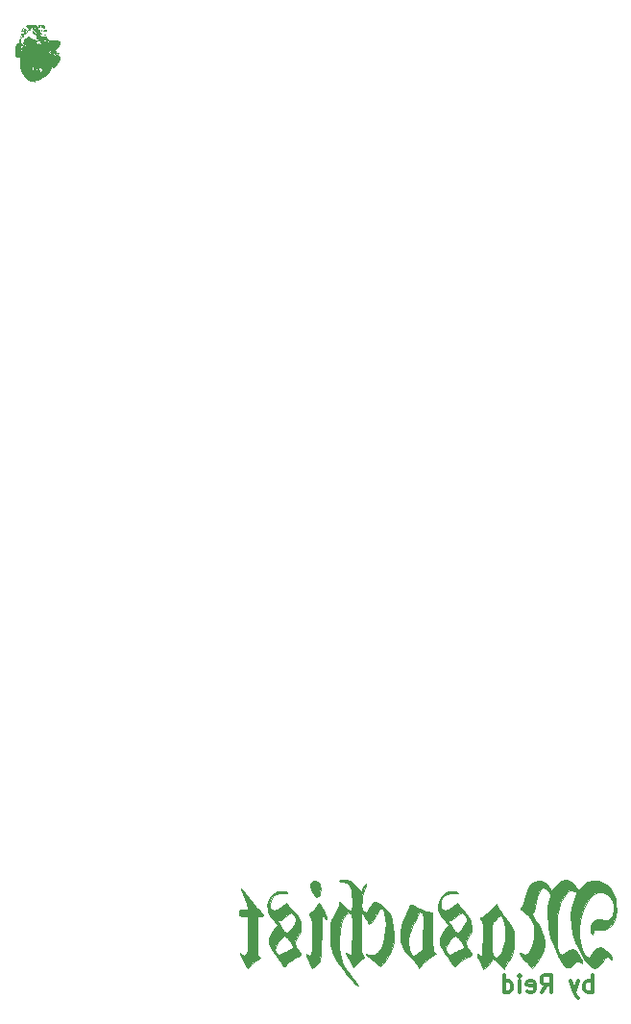
<source format=gbr>
G04 #@! TF.GenerationSoftware,KiCad,Pcbnew,(5.1.5)-3*
G04 #@! TF.CreationDate,2020-08-02T14:39:13-05:00*
G04 #@! TF.ProjectId,masochist,6d61736f-6368-4697-9374-2e6b69636164,rev?*
G04 #@! TF.SameCoordinates,Original*
G04 #@! TF.FileFunction,Legend,Bot*
G04 #@! TF.FilePolarity,Positive*
%FSLAX46Y46*%
G04 Gerber Fmt 4.6, Leading zero omitted, Abs format (unit mm)*
G04 Created by KiCad (PCBNEW (5.1.5)-3) date 2020-08-02 14:39:13*
%MOMM*%
%LPD*%
G04 APERTURE LIST*
%ADD10C,0.300000*%
%ADD11C,0.010000*%
G04 APERTURE END LIST*
D10*
X217125857Y-128694571D02*
X217125857Y-127194571D01*
X217125857Y-127766000D02*
X216983000Y-127694571D01*
X216697285Y-127694571D01*
X216554428Y-127766000D01*
X216483000Y-127837428D01*
X216411571Y-127980285D01*
X216411571Y-128408857D01*
X216483000Y-128551714D01*
X216554428Y-128623142D01*
X216697285Y-128694571D01*
X216983000Y-128694571D01*
X217125857Y-128623142D01*
X215911571Y-127694571D02*
X215554428Y-128694571D01*
X215197285Y-127694571D02*
X215554428Y-128694571D01*
X215697285Y-129051714D01*
X215768714Y-129123142D01*
X215911571Y-129194571D01*
X212625857Y-128694571D02*
X213125857Y-127980285D01*
X213483000Y-128694571D02*
X213483000Y-127194571D01*
X212911571Y-127194571D01*
X212768714Y-127266000D01*
X212697285Y-127337428D01*
X212625857Y-127480285D01*
X212625857Y-127694571D01*
X212697285Y-127837428D01*
X212768714Y-127908857D01*
X212911571Y-127980285D01*
X213483000Y-127980285D01*
X211411571Y-128623142D02*
X211554428Y-128694571D01*
X211840142Y-128694571D01*
X211983000Y-128623142D01*
X212054428Y-128480285D01*
X212054428Y-127908857D01*
X211983000Y-127766000D01*
X211840142Y-127694571D01*
X211554428Y-127694571D01*
X211411571Y-127766000D01*
X211340142Y-127908857D01*
X211340142Y-128051714D01*
X212054428Y-128194571D01*
X210697285Y-128694571D02*
X210697285Y-127694571D01*
X210697285Y-127194571D02*
X210768714Y-127266000D01*
X210697285Y-127337428D01*
X210625857Y-127266000D01*
X210697285Y-127194571D01*
X210697285Y-127337428D01*
X209340142Y-128694571D02*
X209340142Y-127194571D01*
X209340142Y-128623142D02*
X209483000Y-128694571D01*
X209768714Y-128694571D01*
X209911571Y-128623142D01*
X209983000Y-128551714D01*
X210054428Y-128408857D01*
X210054428Y-127980285D01*
X209983000Y-127837428D01*
X209911571Y-127766000D01*
X209768714Y-127694571D01*
X209483000Y-127694571D01*
X209340142Y-127766000D01*
D11*
G36*
X167834766Y-45498603D02*
G01*
X167834586Y-45522299D01*
X167856522Y-45540054D01*
X167877476Y-45547772D01*
X167895538Y-45551983D01*
X167898669Y-45545264D01*
X167888415Y-45522159D01*
X167886071Y-45517449D01*
X167865849Y-45486745D01*
X167848440Y-45480469D01*
X167834766Y-45498603D01*
G37*
X167834766Y-45498603D02*
X167834586Y-45522299D01*
X167856522Y-45540054D01*
X167877476Y-45547772D01*
X167895538Y-45551983D01*
X167898669Y-45545264D01*
X167888415Y-45522159D01*
X167886071Y-45517449D01*
X167865849Y-45486745D01*
X167848440Y-45480469D01*
X167834766Y-45498603D01*
G36*
X168698125Y-46098618D02*
G01*
X168696611Y-46118467D01*
X168699128Y-46122960D01*
X168704900Y-46119172D01*
X168705798Y-46106291D01*
X168702696Y-46092740D01*
X168698125Y-46098618D01*
G37*
X168698125Y-46098618D02*
X168696611Y-46118467D01*
X168699128Y-46122960D01*
X168704900Y-46119172D01*
X168705798Y-46106291D01*
X168702696Y-46092740D01*
X168698125Y-46098618D01*
G36*
X167897440Y-47299827D02*
G01*
X167901228Y-47305599D01*
X167914109Y-47306497D01*
X167927660Y-47303395D01*
X167921782Y-47298824D01*
X167901933Y-47297310D01*
X167897440Y-47299827D01*
G37*
X167897440Y-47299827D02*
X167901228Y-47305599D01*
X167914109Y-47306497D01*
X167927660Y-47303395D01*
X167921782Y-47298824D01*
X167901933Y-47297310D01*
X167897440Y-47299827D01*
G36*
X167917303Y-47197325D02*
G01*
X167906700Y-47203933D01*
X167918018Y-47220222D01*
X167947535Y-47238270D01*
X167988596Y-47254598D01*
X168019527Y-47262903D01*
X168059375Y-47274417D01*
X168104468Y-47291396D01*
X168114777Y-47295903D01*
X168162136Y-47314337D01*
X168195250Y-47318288D01*
X168220635Y-47307914D01*
X168231193Y-47298693D01*
X168248634Y-47284196D01*
X168260536Y-47288684D01*
X168268425Y-47298693D01*
X168288975Y-47317566D01*
X168312283Y-47315168D01*
X168331647Y-47303088D01*
X168344868Y-47290018D01*
X168342093Y-47279813D01*
X168320796Y-47271276D01*
X168278453Y-47263212D01*
X168234617Y-47257168D01*
X168182622Y-47248632D01*
X168135568Y-47237611D01*
X168103616Y-47226489D01*
X168103550Y-47226457D01*
X168071355Y-47214770D01*
X168029785Y-47205230D01*
X167985688Y-47198620D01*
X167945911Y-47195724D01*
X167917303Y-47197325D01*
G37*
X167917303Y-47197325D02*
X167906700Y-47203933D01*
X167918018Y-47220222D01*
X167947535Y-47238270D01*
X167988596Y-47254598D01*
X168019527Y-47262903D01*
X168059375Y-47274417D01*
X168104468Y-47291396D01*
X168114777Y-47295903D01*
X168162136Y-47314337D01*
X168195250Y-47318288D01*
X168220635Y-47307914D01*
X168231193Y-47298693D01*
X168248634Y-47284196D01*
X168260536Y-47288684D01*
X168268425Y-47298693D01*
X168288975Y-47317566D01*
X168312283Y-47315168D01*
X168331647Y-47303088D01*
X168344868Y-47290018D01*
X168342093Y-47279813D01*
X168320796Y-47271276D01*
X168278453Y-47263212D01*
X168234617Y-47257168D01*
X168182622Y-47248632D01*
X168135568Y-47237611D01*
X168103616Y-47226489D01*
X168103550Y-47226457D01*
X168071355Y-47214770D01*
X168029785Y-47205230D01*
X167985688Y-47198620D01*
X167945911Y-47195724D01*
X167917303Y-47197325D01*
G36*
X167993302Y-47330039D02*
G01*
X167982900Y-47345600D01*
X167975770Y-47365743D01*
X167985629Y-47371971D01*
X168012297Y-47375160D01*
X168024125Y-47377190D01*
X168047219Y-47374250D01*
X168054640Y-47367942D01*
X168051830Y-47352280D01*
X168035307Y-47333862D01*
X168013979Y-47321487D01*
X168006320Y-47320200D01*
X167993302Y-47330039D01*
G37*
X167993302Y-47330039D02*
X167982900Y-47345600D01*
X167975770Y-47365743D01*
X167985629Y-47371971D01*
X168012297Y-47375160D01*
X168024125Y-47377190D01*
X168047219Y-47374250D01*
X168054640Y-47367942D01*
X168051830Y-47352280D01*
X168035307Y-47333862D01*
X168013979Y-47321487D01*
X168006320Y-47320200D01*
X167993302Y-47330039D01*
G36*
X167970200Y-47453550D02*
G01*
X167976550Y-47459900D01*
X167982900Y-47453550D01*
X167976550Y-47447200D01*
X167970200Y-47453550D01*
G37*
X167970200Y-47453550D02*
X167976550Y-47459900D01*
X167982900Y-47453550D01*
X167976550Y-47447200D01*
X167970200Y-47453550D01*
G36*
X168021000Y-47453550D02*
G01*
X168027350Y-47459900D01*
X168033700Y-47453550D01*
X168027350Y-47447200D01*
X168021000Y-47453550D01*
G37*
X168021000Y-47453550D02*
X168027350Y-47459900D01*
X168033700Y-47453550D01*
X168027350Y-47447200D01*
X168021000Y-47453550D01*
G36*
X168227375Y-47428154D02*
G01*
X168212809Y-47436122D01*
X168220789Y-47443467D01*
X168230550Y-47447670D01*
X168266370Y-47458156D01*
X168285353Y-47453992D01*
X168287700Y-47446801D01*
X168277113Y-47430801D01*
X168252421Y-47423962D01*
X168227375Y-47428154D01*
G37*
X168227375Y-47428154D02*
X168212809Y-47436122D01*
X168220789Y-47443467D01*
X168230550Y-47447670D01*
X168266370Y-47458156D01*
X168285353Y-47453992D01*
X168287700Y-47446801D01*
X168277113Y-47430801D01*
X168252421Y-47423962D01*
X168227375Y-47428154D01*
G36*
X168325800Y-47440850D02*
G01*
X168313685Y-47452262D01*
X168313100Y-47454299D01*
X168322926Y-47459754D01*
X168325800Y-47459900D01*
X168338012Y-47450136D01*
X168338500Y-47446450D01*
X168330720Y-47438865D01*
X168325800Y-47440850D01*
G37*
X168325800Y-47440850D02*
X168313685Y-47452262D01*
X168313100Y-47454299D01*
X168322926Y-47459754D01*
X168325800Y-47459900D01*
X168338012Y-47450136D01*
X168338500Y-47446450D01*
X168330720Y-47438865D01*
X168325800Y-47440850D01*
G36*
X168086606Y-47513417D02*
G01*
X168084500Y-47515691D01*
X168094431Y-47523880D01*
X168103550Y-47527992D01*
X168119904Y-47528256D01*
X168122600Y-47523001D01*
X168112308Y-47512085D01*
X168103550Y-47510700D01*
X168086606Y-47513417D01*
G37*
X168086606Y-47513417D02*
X168084500Y-47515691D01*
X168094431Y-47523880D01*
X168103550Y-47527992D01*
X168119904Y-47528256D01*
X168122600Y-47523001D01*
X168112308Y-47512085D01*
X168103550Y-47510700D01*
X168086606Y-47513417D01*
G36*
X167856889Y-47450132D02*
G01*
X167848005Y-47452385D01*
X167837389Y-47460147D01*
X167842777Y-47473258D01*
X167864003Y-47495056D01*
X167897980Y-47523221D01*
X167932137Y-47545961D01*
X167935495Y-47547771D01*
X167959893Y-47563506D01*
X167970199Y-47576241D01*
X167970200Y-47576346D01*
X167980823Y-47585011D01*
X167994851Y-47586900D01*
X168018770Y-47592157D01*
X168026614Y-47598407D01*
X168043047Y-47604998D01*
X168058959Y-47603316D01*
X168083825Y-47606238D01*
X168092322Y-47617904D01*
X168110360Y-47634193D01*
X168127401Y-47636116D01*
X168158420Y-47636731D01*
X168196755Y-47642286D01*
X168198800Y-47642718D01*
X168234274Y-47650367D01*
X168260829Y-47656102D01*
X168262300Y-47656421D01*
X168287234Y-47655953D01*
X168321277Y-47649139D01*
X168322625Y-47648759D01*
X168350486Y-47637550D01*
X168363726Y-47625820D01*
X168363900Y-47624636D01*
X168374192Y-47613689D01*
X168382950Y-47612300D01*
X168399800Y-47602666D01*
X168402000Y-47594288D01*
X168406456Y-47566361D01*
X168409709Y-47556188D01*
X168409651Y-47555150D01*
X168389300Y-47555150D01*
X168382950Y-47561500D01*
X168376600Y-47555150D01*
X168382950Y-47548800D01*
X168389300Y-47555150D01*
X168409651Y-47555150D01*
X168408810Y-47540134D01*
X168390659Y-47536100D01*
X168369305Y-47541719D01*
X168363900Y-47550176D01*
X168353396Y-47558575D01*
X168331086Y-47556017D01*
X168308266Y-47553410D01*
X168306436Y-47560990D01*
X168303851Y-47572285D01*
X168294800Y-47574200D01*
X168277424Y-47567569D01*
X168275000Y-47561500D01*
X168264714Y-47550232D01*
X168255950Y-47548800D01*
X168239049Y-47541961D01*
X168236900Y-47536136D01*
X168226756Y-47524959D01*
X168203038Y-47510237D01*
X168175820Y-47497169D01*
X168155175Y-47490958D01*
X168150820Y-47491696D01*
X168152290Y-47504071D01*
X168160773Y-47529941D01*
X168160817Y-47530056D01*
X168167813Y-47563275D01*
X168161172Y-47578808D01*
X168150285Y-47582909D01*
X168148000Y-47570788D01*
X168140412Y-47555645D01*
X168130235Y-47556414D01*
X168109695Y-47554992D01*
X168104086Y-47549665D01*
X168085672Y-47538254D01*
X168071051Y-47536100D01*
X168050359Y-47526756D01*
X168046400Y-47510700D01*
X168041428Y-47493193D01*
X168022017Y-47486130D01*
X168001950Y-47485300D01*
X167972568Y-47482254D01*
X167957884Y-47474765D01*
X167957500Y-47473175D01*
X167946403Y-47462861D01*
X167919524Y-47454365D01*
X167886480Y-47449513D01*
X167856889Y-47450132D01*
G37*
X167856889Y-47450132D02*
X167848005Y-47452385D01*
X167837389Y-47460147D01*
X167842777Y-47473258D01*
X167864003Y-47495056D01*
X167897980Y-47523221D01*
X167932137Y-47545961D01*
X167935495Y-47547771D01*
X167959893Y-47563506D01*
X167970199Y-47576241D01*
X167970200Y-47576346D01*
X167980823Y-47585011D01*
X167994851Y-47586900D01*
X168018770Y-47592157D01*
X168026614Y-47598407D01*
X168043047Y-47604998D01*
X168058959Y-47603316D01*
X168083825Y-47606238D01*
X168092322Y-47617904D01*
X168110360Y-47634193D01*
X168127401Y-47636116D01*
X168158420Y-47636731D01*
X168196755Y-47642286D01*
X168198800Y-47642718D01*
X168234274Y-47650367D01*
X168260829Y-47656102D01*
X168262300Y-47656421D01*
X168287234Y-47655953D01*
X168321277Y-47649139D01*
X168322625Y-47648759D01*
X168350486Y-47637550D01*
X168363726Y-47625820D01*
X168363900Y-47624636D01*
X168374192Y-47613689D01*
X168382950Y-47612300D01*
X168399800Y-47602666D01*
X168402000Y-47594288D01*
X168406456Y-47566361D01*
X168409709Y-47556188D01*
X168409651Y-47555150D01*
X168389300Y-47555150D01*
X168382950Y-47561500D01*
X168376600Y-47555150D01*
X168382950Y-47548800D01*
X168389300Y-47555150D01*
X168409651Y-47555150D01*
X168408810Y-47540134D01*
X168390659Y-47536100D01*
X168369305Y-47541719D01*
X168363900Y-47550176D01*
X168353396Y-47558575D01*
X168331086Y-47556017D01*
X168308266Y-47553410D01*
X168306436Y-47560990D01*
X168303851Y-47572285D01*
X168294800Y-47574200D01*
X168277424Y-47567569D01*
X168275000Y-47561500D01*
X168264714Y-47550232D01*
X168255950Y-47548800D01*
X168239049Y-47541961D01*
X168236900Y-47536136D01*
X168226756Y-47524959D01*
X168203038Y-47510237D01*
X168175820Y-47497169D01*
X168155175Y-47490958D01*
X168150820Y-47491696D01*
X168152290Y-47504071D01*
X168160773Y-47529941D01*
X168160817Y-47530056D01*
X168167813Y-47563275D01*
X168161172Y-47578808D01*
X168150285Y-47582909D01*
X168148000Y-47570788D01*
X168140412Y-47555645D01*
X168130235Y-47556414D01*
X168109695Y-47554992D01*
X168104086Y-47549665D01*
X168085672Y-47538254D01*
X168071051Y-47536100D01*
X168050359Y-47526756D01*
X168046400Y-47510700D01*
X168041428Y-47493193D01*
X168022017Y-47486130D01*
X168001950Y-47485300D01*
X167972568Y-47482254D01*
X167957884Y-47474765D01*
X167957500Y-47473175D01*
X167946403Y-47462861D01*
X167919524Y-47454365D01*
X167886480Y-47449513D01*
X167856889Y-47450132D01*
G36*
X167275934Y-43501733D02*
G01*
X167274414Y-43516805D01*
X167275934Y-43518666D01*
X167283484Y-43516923D01*
X167284400Y-43510200D01*
X167279754Y-43499746D01*
X167275934Y-43501733D01*
G37*
X167275934Y-43501733D02*
X167274414Y-43516805D01*
X167275934Y-43518666D01*
X167283484Y-43516923D01*
X167284400Y-43510200D01*
X167279754Y-43499746D01*
X167275934Y-43501733D01*
G36*
X167754300Y-43529250D02*
G01*
X167760650Y-43535600D01*
X167767000Y-43529250D01*
X167760650Y-43522900D01*
X167754300Y-43529250D01*
G37*
X167754300Y-43529250D02*
X167760650Y-43535600D01*
X167767000Y-43529250D01*
X167760650Y-43522900D01*
X167754300Y-43529250D01*
G36*
X168318246Y-43498461D02*
G01*
X168287565Y-43502719D01*
X168268751Y-43510557D01*
X168267438Y-43512162D01*
X168265946Y-43520871D01*
X168272776Y-43517924D01*
X168295171Y-43515397D01*
X168309663Y-43519811D01*
X168340532Y-43526634D01*
X168360725Y-43525865D01*
X168383046Y-43517709D01*
X168389300Y-43509316D01*
X168378333Y-43501544D01*
X168351575Y-43497997D01*
X168318246Y-43498461D01*
G37*
X168318246Y-43498461D02*
X168287565Y-43502719D01*
X168268751Y-43510557D01*
X168267438Y-43512162D01*
X168265946Y-43520871D01*
X168272776Y-43517924D01*
X168295171Y-43515397D01*
X168309663Y-43519811D01*
X168340532Y-43526634D01*
X168360725Y-43525865D01*
X168383046Y-43517709D01*
X168389300Y-43509316D01*
X168378333Y-43501544D01*
X168351575Y-43497997D01*
X168318246Y-43498461D01*
G36*
X168504530Y-43513452D02*
G01*
X168502648Y-43519407D01*
X168511586Y-43531287D01*
X168516935Y-43533695D01*
X168527770Y-43529700D01*
X168527095Y-43523534D01*
X168515971Y-43510370D01*
X168504530Y-43513452D01*
G37*
X168504530Y-43513452D02*
X168502648Y-43519407D01*
X168511586Y-43531287D01*
X168516935Y-43533695D01*
X168527770Y-43529700D01*
X168527095Y-43523534D01*
X168515971Y-43510370D01*
X168504530Y-43513452D01*
G36*
X168643171Y-43500567D02*
G01*
X168635666Y-43508015D01*
X168636003Y-43508667D01*
X168653112Y-43520954D01*
X168678448Y-43528305D01*
X168698072Y-43526982D01*
X168699715Y-43525752D01*
X168706625Y-43509379D01*
X168690578Y-43499546D01*
X168667951Y-43497500D01*
X168643171Y-43500567D01*
G37*
X168643171Y-43500567D02*
X168635666Y-43508015D01*
X168636003Y-43508667D01*
X168653112Y-43520954D01*
X168678448Y-43528305D01*
X168698072Y-43526982D01*
X168699715Y-43525752D01*
X168706625Y-43509379D01*
X168690578Y-43499546D01*
X168667951Y-43497500D01*
X168643171Y-43500567D01*
G36*
X167391285Y-43504002D02*
G01*
X167340701Y-43525656D01*
X167338123Y-43527253D01*
X167305758Y-43544336D01*
X167280608Y-43551978D01*
X167274875Y-43551595D01*
X167260935Y-43553237D01*
X167261722Y-43567279D01*
X167275548Y-43584323D01*
X167295094Y-43590098D01*
X167324181Y-43578456D01*
X167329564Y-43575270D01*
X167366904Y-43558816D01*
X167412324Y-43546687D01*
X167422714Y-43545016D01*
X167461863Y-43535951D01*
X167492321Y-43522327D01*
X167498419Y-43517524D01*
X167507664Y-43505939D01*
X167502633Y-43499951D01*
X167479132Y-43497753D01*
X167451970Y-43497500D01*
X167391285Y-43504002D01*
G37*
X167391285Y-43504002D02*
X167340701Y-43525656D01*
X167338123Y-43527253D01*
X167305758Y-43544336D01*
X167280608Y-43551978D01*
X167274875Y-43551595D01*
X167260935Y-43553237D01*
X167261722Y-43567279D01*
X167275548Y-43584323D01*
X167295094Y-43590098D01*
X167324181Y-43578456D01*
X167329564Y-43575270D01*
X167366904Y-43558816D01*
X167412324Y-43546687D01*
X167422714Y-43545016D01*
X167461863Y-43535951D01*
X167492321Y-43522327D01*
X167498419Y-43517524D01*
X167507664Y-43505939D01*
X167502633Y-43499951D01*
X167479132Y-43497753D01*
X167451970Y-43497500D01*
X167391285Y-43504002D01*
G36*
X167448906Y-43569557D02*
G01*
X167430450Y-43586400D01*
X167417841Y-43604604D01*
X167420164Y-43611800D01*
X167437395Y-43603242D01*
X167455850Y-43586400D01*
X167468460Y-43568195D01*
X167466137Y-43561000D01*
X167448906Y-43569557D01*
G37*
X167448906Y-43569557D02*
X167430450Y-43586400D01*
X167417841Y-43604604D01*
X167420164Y-43611800D01*
X167437395Y-43603242D01*
X167455850Y-43586400D01*
X167468460Y-43568195D01*
X167466137Y-43561000D01*
X167448906Y-43569557D01*
G36*
X168332506Y-43598046D02*
G01*
X168337285Y-43603985D01*
X168356764Y-43620736D01*
X168371347Y-43623196D01*
X168373992Y-43610463D01*
X168373431Y-43608625D01*
X168357856Y-43593082D01*
X168344202Y-43588110D01*
X168328028Y-43587167D01*
X168332506Y-43598046D01*
G37*
X168332506Y-43598046D02*
X168337285Y-43603985D01*
X168356764Y-43620736D01*
X168371347Y-43623196D01*
X168373992Y-43610463D01*
X168373431Y-43608625D01*
X168357856Y-43593082D01*
X168344202Y-43588110D01*
X168328028Y-43587167D01*
X168332506Y-43598046D01*
G36*
X168750056Y-43605256D02*
G01*
X168751250Y-43611800D01*
X168767487Y-43624015D01*
X168771050Y-43624500D01*
X168782658Y-43614813D01*
X168783000Y-43611800D01*
X168772663Y-43600654D01*
X168763201Y-43599100D01*
X168750056Y-43605256D01*
G37*
X168750056Y-43605256D02*
X168751250Y-43611800D01*
X168767487Y-43624015D01*
X168771050Y-43624500D01*
X168782658Y-43614813D01*
X168783000Y-43611800D01*
X168772663Y-43600654D01*
X168763201Y-43599100D01*
X168750056Y-43605256D01*
G36*
X167240430Y-43566068D02*
G01*
X167222157Y-43578762D01*
X167218941Y-43581085D01*
X167193826Y-43602439D01*
X167173652Y-43624853D01*
X167163012Y-43642348D01*
X167166501Y-43648944D01*
X167166818Y-43648916D01*
X167180537Y-43639450D01*
X167202432Y-43617226D01*
X167208200Y-43610608D01*
X167234313Y-43579622D01*
X167244769Y-43565565D01*
X167240430Y-43566068D01*
G37*
X167240430Y-43566068D02*
X167222157Y-43578762D01*
X167218941Y-43581085D01*
X167193826Y-43602439D01*
X167173652Y-43624853D01*
X167163012Y-43642348D01*
X167166501Y-43648944D01*
X167166818Y-43648916D01*
X167180537Y-43639450D01*
X167202432Y-43617226D01*
X167208200Y-43610608D01*
X167234313Y-43579622D01*
X167244769Y-43565565D01*
X167240430Y-43566068D01*
G36*
X168351225Y-43634265D02*
G01*
X168324191Y-43639496D01*
X168319905Y-43644763D01*
X168332175Y-43650911D01*
X168371448Y-43660845D01*
X168399799Y-43657592D01*
X168407808Y-43650777D01*
X168408260Y-43636032D01*
X168385557Y-43631112D01*
X168351225Y-43634265D01*
G37*
X168351225Y-43634265D02*
X168324191Y-43639496D01*
X168319905Y-43644763D01*
X168332175Y-43650911D01*
X168371448Y-43660845D01*
X168399799Y-43657592D01*
X168407808Y-43650777D01*
X168408260Y-43636032D01*
X168385557Y-43631112D01*
X168351225Y-43634265D01*
G36*
X168053552Y-43660036D02*
G01*
X168035914Y-43666379D01*
X168033700Y-43670431D01*
X168044824Y-43673695D01*
X168071910Y-43675106D01*
X168074975Y-43675105D01*
X168100641Y-43672774D01*
X168101788Y-43665976D01*
X168098970Y-43663962D01*
X168078679Y-43658823D01*
X168053552Y-43660036D01*
G37*
X168053552Y-43660036D02*
X168035914Y-43666379D01*
X168033700Y-43670431D01*
X168044824Y-43673695D01*
X168071910Y-43675106D01*
X168074975Y-43675105D01*
X168100641Y-43672774D01*
X168101788Y-43665976D01*
X168098970Y-43663962D01*
X168078679Y-43658823D01*
X168053552Y-43660036D01*
G36*
X167271700Y-43707050D02*
G01*
X167278050Y-43713400D01*
X167284400Y-43707050D01*
X167278050Y-43700700D01*
X167271700Y-43707050D01*
G37*
X167271700Y-43707050D02*
X167278050Y-43713400D01*
X167284400Y-43707050D01*
X167278050Y-43700700D01*
X167271700Y-43707050D01*
G36*
X168017359Y-43514071D02*
G01*
X168002217Y-43527968D01*
X167971779Y-43543115D01*
X167958213Y-43548064D01*
X167919337Y-43563256D01*
X167900356Y-43575839D01*
X167902846Y-43584145D01*
X167921826Y-43586594D01*
X167940798Y-43588586D01*
X167936690Y-43595900D01*
X167932100Y-43599004D01*
X167904084Y-43606115D01*
X167890825Y-43604304D01*
X167872474Y-43604526D01*
X167868600Y-43610944D01*
X167858580Y-43623513D01*
X167852605Y-43624500D01*
X167833976Y-43634218D01*
X167820748Y-43649900D01*
X167800935Y-43669914D01*
X167785943Y-43675300D01*
X167768969Y-43668112D01*
X167771080Y-43653678D01*
X167782875Y-43645610D01*
X167783464Y-43641101D01*
X167763671Y-43638675D01*
X167760650Y-43638606D01*
X167730310Y-43643092D01*
X167702034Y-43654675D01*
X167683176Y-43669178D01*
X167681094Y-43682424D01*
X167681896Y-43683328D01*
X167696960Y-43683313D01*
X167709185Y-43675852D01*
X167726264Y-43667968D01*
X167748623Y-43673924D01*
X167771316Y-43686742D01*
X167813591Y-43706919D01*
X167849746Y-43713385D01*
X167871959Y-43705808D01*
X167874571Y-43692233D01*
X167851667Y-43692233D01*
X167849924Y-43699783D01*
X167843200Y-43700700D01*
X167832747Y-43696053D01*
X167834734Y-43692233D01*
X167849806Y-43690713D01*
X167851667Y-43692233D01*
X167874571Y-43692233D01*
X167875245Y-43688732D01*
X167873673Y-43682899D01*
X167881685Y-43670269D01*
X167911509Y-43653747D01*
X167949709Y-43638663D01*
X167997931Y-43618622D01*
X168036602Y-43596950D01*
X168062030Y-43576500D01*
X168070521Y-43560121D01*
X168062275Y-43551736D01*
X168048994Y-43536040D01*
X168046400Y-43521841D01*
X168040062Y-43500943D01*
X168026727Y-43500235D01*
X168017359Y-43514071D01*
G37*
X168017359Y-43514071D02*
X168002217Y-43527968D01*
X167971779Y-43543115D01*
X167958213Y-43548064D01*
X167919337Y-43563256D01*
X167900356Y-43575839D01*
X167902846Y-43584145D01*
X167921826Y-43586594D01*
X167940798Y-43588586D01*
X167936690Y-43595900D01*
X167932100Y-43599004D01*
X167904084Y-43606115D01*
X167890825Y-43604304D01*
X167872474Y-43604526D01*
X167868600Y-43610944D01*
X167858580Y-43623513D01*
X167852605Y-43624500D01*
X167833976Y-43634218D01*
X167820748Y-43649900D01*
X167800935Y-43669914D01*
X167785943Y-43675300D01*
X167768969Y-43668112D01*
X167771080Y-43653678D01*
X167782875Y-43645610D01*
X167783464Y-43641101D01*
X167763671Y-43638675D01*
X167760650Y-43638606D01*
X167730310Y-43643092D01*
X167702034Y-43654675D01*
X167683176Y-43669178D01*
X167681094Y-43682424D01*
X167681896Y-43683328D01*
X167696960Y-43683313D01*
X167709185Y-43675852D01*
X167726264Y-43667968D01*
X167748623Y-43673924D01*
X167771316Y-43686742D01*
X167813591Y-43706919D01*
X167849746Y-43713385D01*
X167871959Y-43705808D01*
X167874571Y-43692233D01*
X167851667Y-43692233D01*
X167849924Y-43699783D01*
X167843200Y-43700700D01*
X167832747Y-43696053D01*
X167834734Y-43692233D01*
X167849806Y-43690713D01*
X167851667Y-43692233D01*
X167874571Y-43692233D01*
X167875245Y-43688732D01*
X167873673Y-43682899D01*
X167881685Y-43670269D01*
X167911509Y-43653747D01*
X167949709Y-43638663D01*
X167997931Y-43618622D01*
X168036602Y-43596950D01*
X168062030Y-43576500D01*
X168070521Y-43560121D01*
X168062275Y-43551736D01*
X168048994Y-43536040D01*
X168046400Y-43521841D01*
X168040062Y-43500943D01*
X168026727Y-43500235D01*
X168017359Y-43514071D01*
G36*
X168129051Y-43639286D02*
G01*
X168130820Y-43648666D01*
X168149324Y-43670023D01*
X168154350Y-43675300D01*
X168179169Y-43699359D01*
X168199374Y-43709345D01*
X168225490Y-43707888D01*
X168255950Y-43700700D01*
X168279565Y-43694318D01*
X168281294Y-43691320D01*
X168259644Y-43689930D01*
X168246533Y-43689502D01*
X168206544Y-43681650D01*
X168186100Y-43681650D01*
X168179750Y-43688000D01*
X168173400Y-43681650D01*
X168179750Y-43675300D01*
X168186100Y-43681650D01*
X168206544Y-43681650D01*
X168204557Y-43681260D01*
X168183153Y-43662600D01*
X168160867Y-43642456D01*
X168142569Y-43637200D01*
X168129051Y-43639286D01*
G37*
X168129051Y-43639286D02*
X168130820Y-43648666D01*
X168149324Y-43670023D01*
X168154350Y-43675300D01*
X168179169Y-43699359D01*
X168199374Y-43709345D01*
X168225490Y-43707888D01*
X168255950Y-43700700D01*
X168279565Y-43694318D01*
X168281294Y-43691320D01*
X168259644Y-43689930D01*
X168246533Y-43689502D01*
X168206544Y-43681650D01*
X168186100Y-43681650D01*
X168179750Y-43688000D01*
X168173400Y-43681650D01*
X168179750Y-43675300D01*
X168186100Y-43681650D01*
X168206544Y-43681650D01*
X168204557Y-43681260D01*
X168183153Y-43662600D01*
X168160867Y-43642456D01*
X168142569Y-43637200D01*
X168129051Y-43639286D01*
G36*
X168304634Y-43704933D02*
G01*
X168306377Y-43712483D01*
X168313100Y-43713400D01*
X168323554Y-43708753D01*
X168321567Y-43704933D01*
X168306495Y-43703413D01*
X168304634Y-43704933D01*
G37*
X168304634Y-43704933D02*
X168306377Y-43712483D01*
X168313100Y-43713400D01*
X168323554Y-43708753D01*
X168321567Y-43704933D01*
X168306495Y-43703413D01*
X168304634Y-43704933D01*
G36*
X167348330Y-43635062D02*
G01*
X167328048Y-43660071D01*
X167314196Y-43689507D01*
X167312189Y-43709465D01*
X167319137Y-43717021D01*
X167335085Y-43705323D01*
X167351075Y-43687214D01*
X167376952Y-43652842D01*
X167384759Y-43632961D01*
X167375214Y-43624970D01*
X167368411Y-43624500D01*
X167348330Y-43635062D01*
G37*
X167348330Y-43635062D02*
X167328048Y-43660071D01*
X167314196Y-43689507D01*
X167312189Y-43709465D01*
X167319137Y-43717021D01*
X167335085Y-43705323D01*
X167351075Y-43687214D01*
X167376952Y-43652842D01*
X167384759Y-43632961D01*
X167375214Y-43624970D01*
X167368411Y-43624500D01*
X167348330Y-43635062D01*
G36*
X168122600Y-43719750D02*
G01*
X168128950Y-43726100D01*
X168135300Y-43719750D01*
X168128950Y-43713400D01*
X168122600Y-43719750D01*
G37*
X168122600Y-43719750D02*
X168128950Y-43726100D01*
X168135300Y-43719750D01*
X168128950Y-43713400D01*
X168122600Y-43719750D01*
G36*
X167618834Y-43730333D02*
G01*
X167620577Y-43737883D01*
X167627300Y-43738800D01*
X167637754Y-43734153D01*
X167635767Y-43730333D01*
X167620695Y-43728813D01*
X167618834Y-43730333D01*
G37*
X167618834Y-43730333D02*
X167620577Y-43737883D01*
X167627300Y-43738800D01*
X167637754Y-43734153D01*
X167635767Y-43730333D01*
X167620695Y-43728813D01*
X167618834Y-43730333D01*
G36*
X167676526Y-43506043D02*
G01*
X167651410Y-43522872D01*
X167640893Y-43532425D01*
X167607249Y-43563635D01*
X167573126Y-43591550D01*
X167571501Y-43592750D01*
X167540030Y-43618372D01*
X167515378Y-43642283D01*
X167488939Y-43671382D01*
X167470384Y-43691250D01*
X167454398Y-43716914D01*
X167458852Y-43743056D01*
X167468212Y-43761085D01*
X167476014Y-43758574D01*
X167487096Y-43738539D01*
X167515273Y-43695699D01*
X167551479Y-43656627D01*
X167589371Y-43626981D01*
X167622603Y-43612421D01*
X167629170Y-43611800D01*
X167658635Y-43605476D01*
X167688010Y-43589818D01*
X167711389Y-43569794D01*
X167722869Y-43550374D01*
X167717748Y-43537248D01*
X167706976Y-43520309D01*
X167708973Y-43511619D01*
X167711411Y-43498552D01*
X167698561Y-43497316D01*
X167676526Y-43506043D01*
G37*
X167676526Y-43506043D02*
X167651410Y-43522872D01*
X167640893Y-43532425D01*
X167607249Y-43563635D01*
X167573126Y-43591550D01*
X167571501Y-43592750D01*
X167540030Y-43618372D01*
X167515378Y-43642283D01*
X167488939Y-43671382D01*
X167470384Y-43691250D01*
X167454398Y-43716914D01*
X167458852Y-43743056D01*
X167468212Y-43761085D01*
X167476014Y-43758574D01*
X167487096Y-43738539D01*
X167515273Y-43695699D01*
X167551479Y-43656627D01*
X167589371Y-43626981D01*
X167622603Y-43612421D01*
X167629170Y-43611800D01*
X167658635Y-43605476D01*
X167688010Y-43589818D01*
X167711389Y-43569794D01*
X167722869Y-43550374D01*
X167717748Y-43537248D01*
X167706976Y-43520309D01*
X167708973Y-43511619D01*
X167711411Y-43498552D01*
X167698561Y-43497316D01*
X167676526Y-43506043D01*
G36*
X168723816Y-43759324D02*
G01*
X168725850Y-43764200D01*
X168742674Y-43776425D01*
X168746400Y-43776900D01*
X168753285Y-43769075D01*
X168751250Y-43764200D01*
X168734427Y-43751974D01*
X168730701Y-43751500D01*
X168723816Y-43759324D01*
G37*
X168723816Y-43759324D02*
X168725850Y-43764200D01*
X168742674Y-43776425D01*
X168746400Y-43776900D01*
X168753285Y-43769075D01*
X168751250Y-43764200D01*
X168734427Y-43751974D01*
X168730701Y-43751500D01*
X168723816Y-43759324D01*
G36*
X166934827Y-43768185D02*
G01*
X166925625Y-43775280D01*
X166905881Y-43793817D01*
X166905967Y-43802091D01*
X166908195Y-43802300D01*
X166918797Y-43793621D01*
X166930420Y-43780075D01*
X166941404Y-43765031D01*
X166934827Y-43768185D01*
G37*
X166934827Y-43768185D02*
X166925625Y-43775280D01*
X166905881Y-43793817D01*
X166905967Y-43802091D01*
X166908195Y-43802300D01*
X166918797Y-43793621D01*
X166930420Y-43780075D01*
X166941404Y-43765031D01*
X166934827Y-43768185D01*
G36*
X167411400Y-43795950D02*
G01*
X167417750Y-43802300D01*
X167424100Y-43795950D01*
X167417750Y-43789600D01*
X167411400Y-43795950D01*
G37*
X167411400Y-43795950D02*
X167417750Y-43802300D01*
X167424100Y-43795950D01*
X167417750Y-43789600D01*
X167411400Y-43795950D01*
G36*
X168575141Y-43609255D02*
G01*
X168574284Y-43610451D01*
X168571939Y-43633433D01*
X168584327Y-43655040D01*
X168601116Y-43662600D01*
X168624853Y-43670982D01*
X168638882Y-43681766D01*
X168658970Y-43694218D01*
X168669724Y-43693717D01*
X168680718Y-43694572D01*
X168681400Y-43698021D01*
X168691917Y-43709800D01*
X168718364Y-43725802D01*
X168731572Y-43732166D01*
X168769994Y-43752445D01*
X168802301Y-43774333D01*
X168807772Y-43779040D01*
X168826739Y-43793622D01*
X168833571Y-43789080D01*
X168833800Y-43785252D01*
X168824404Y-43767094D01*
X168800760Y-43742670D01*
X168788727Y-43732835D01*
X168760667Y-43707914D01*
X168753134Y-43690358D01*
X168756714Y-43682718D01*
X168758797Y-43669146D01*
X168741584Y-43652392D01*
X168717161Y-43637411D01*
X168673519Y-43617425D01*
X168630612Y-43605185D01*
X168595474Y-43602020D01*
X168575141Y-43609255D01*
G37*
X168575141Y-43609255D02*
X168574284Y-43610451D01*
X168571939Y-43633433D01*
X168584327Y-43655040D01*
X168601116Y-43662600D01*
X168624853Y-43670982D01*
X168638882Y-43681766D01*
X168658970Y-43694218D01*
X168669724Y-43693717D01*
X168680718Y-43694572D01*
X168681400Y-43698021D01*
X168691917Y-43709800D01*
X168718364Y-43725802D01*
X168731572Y-43732166D01*
X168769994Y-43752445D01*
X168802301Y-43774333D01*
X168807772Y-43779040D01*
X168826739Y-43793622D01*
X168833571Y-43789080D01*
X168833800Y-43785252D01*
X168824404Y-43767094D01*
X168800760Y-43742670D01*
X168788727Y-43732835D01*
X168760667Y-43707914D01*
X168753134Y-43690358D01*
X168756714Y-43682718D01*
X168758797Y-43669146D01*
X168741584Y-43652392D01*
X168717161Y-43637411D01*
X168673519Y-43617425D01*
X168630612Y-43605185D01*
X168595474Y-43602020D01*
X168575141Y-43609255D01*
G36*
X167491917Y-43772955D02*
G01*
X167487600Y-43789600D01*
X167492734Y-43810240D01*
X167499854Y-43815000D01*
X167514851Y-43805090D01*
X167525700Y-43789600D01*
X167532582Y-43770339D01*
X167520787Y-43764411D01*
X167513447Y-43764200D01*
X167491917Y-43772955D01*
G37*
X167491917Y-43772955D02*
X167487600Y-43789600D01*
X167492734Y-43810240D01*
X167499854Y-43815000D01*
X167514851Y-43805090D01*
X167525700Y-43789600D01*
X167532582Y-43770339D01*
X167520787Y-43764411D01*
X167513447Y-43764200D01*
X167491917Y-43772955D01*
G36*
X167938450Y-43697591D02*
G01*
X167914600Y-43706210D01*
X167906700Y-43715541D01*
X167896015Y-43727495D01*
X167870145Y-43740154D01*
X167868600Y-43740703D01*
X167842103Y-43755367D01*
X167830520Y-43772524D01*
X167830500Y-43773151D01*
X167822014Y-43786544D01*
X167812692Y-43785483D01*
X167791492Y-43783281D01*
X167788403Y-43794720D01*
X167802123Y-43810165D01*
X167826269Y-43825107D01*
X167843086Y-43821689D01*
X167857520Y-43806584D01*
X167868082Y-43788825D01*
X167859336Y-43780216D01*
X167858933Y-43780078D01*
X167858276Y-43771336D01*
X167873461Y-43755558D01*
X167897844Y-43737519D01*
X167924779Y-43721995D01*
X167947622Y-43713761D01*
X167951714Y-43713400D01*
X167968264Y-43707321D01*
X167970200Y-43702461D01*
X167959634Y-43696350D01*
X167938450Y-43697591D01*
G37*
X167938450Y-43697591D02*
X167914600Y-43706210D01*
X167906700Y-43715541D01*
X167896015Y-43727495D01*
X167870145Y-43740154D01*
X167868600Y-43740703D01*
X167842103Y-43755367D01*
X167830520Y-43772524D01*
X167830500Y-43773151D01*
X167822014Y-43786544D01*
X167812692Y-43785483D01*
X167791492Y-43783281D01*
X167788403Y-43794720D01*
X167802123Y-43810165D01*
X167826269Y-43825107D01*
X167843086Y-43821689D01*
X167857520Y-43806584D01*
X167868082Y-43788825D01*
X167859336Y-43780216D01*
X167858933Y-43780078D01*
X167858276Y-43771336D01*
X167873461Y-43755558D01*
X167897844Y-43737519D01*
X167924779Y-43721995D01*
X167947622Y-43713761D01*
X167951714Y-43713400D01*
X167968264Y-43707321D01*
X167970200Y-43702461D01*
X167959634Y-43696350D01*
X167938450Y-43697591D01*
G36*
X167454028Y-43803533D02*
G01*
X167453400Y-43805716D01*
X167451540Y-43833381D01*
X167453870Y-43843816D01*
X167458039Y-43844238D01*
X167459742Y-43824357D01*
X167459725Y-43821350D01*
X167457893Y-43801652D01*
X167454028Y-43803533D01*
G37*
X167454028Y-43803533D02*
X167453400Y-43805716D01*
X167451540Y-43833381D01*
X167453870Y-43843816D01*
X167458039Y-43844238D01*
X167459742Y-43824357D01*
X167459725Y-43821350D01*
X167457893Y-43801652D01*
X167454028Y-43803533D01*
G36*
X167872040Y-43858127D02*
G01*
X167875828Y-43863899D01*
X167888709Y-43864797D01*
X167902260Y-43861695D01*
X167896382Y-43857124D01*
X167876533Y-43855610D01*
X167872040Y-43858127D01*
G37*
X167872040Y-43858127D02*
X167875828Y-43863899D01*
X167888709Y-43864797D01*
X167902260Y-43861695D01*
X167896382Y-43857124D01*
X167876533Y-43855610D01*
X167872040Y-43858127D01*
G36*
X167551100Y-43872150D02*
G01*
X167557450Y-43878500D01*
X167563800Y-43872150D01*
X167557450Y-43865800D01*
X167551100Y-43872150D01*
G37*
X167551100Y-43872150D02*
X167557450Y-43878500D01*
X167563800Y-43872150D01*
X167557450Y-43865800D01*
X167551100Y-43872150D01*
G36*
X167453525Y-43888818D02*
G01*
X167452011Y-43908667D01*
X167454528Y-43913160D01*
X167460300Y-43909372D01*
X167461198Y-43896491D01*
X167458096Y-43882940D01*
X167453525Y-43888818D01*
G37*
X167453525Y-43888818D02*
X167452011Y-43908667D01*
X167454528Y-43913160D01*
X167460300Y-43909372D01*
X167461198Y-43896491D01*
X167458096Y-43882940D01*
X167453525Y-43888818D01*
G36*
X168516300Y-43935650D02*
G01*
X168522650Y-43942000D01*
X168529000Y-43935650D01*
X168522650Y-43929300D01*
X168516300Y-43935650D01*
G37*
X168516300Y-43935650D02*
X168522650Y-43942000D01*
X168529000Y-43935650D01*
X168522650Y-43929300D01*
X168516300Y-43935650D01*
G36*
X168380834Y-43946233D02*
G01*
X168382577Y-43953783D01*
X168389300Y-43954700D01*
X168399754Y-43950053D01*
X168397767Y-43946233D01*
X168382695Y-43944713D01*
X168380834Y-43946233D01*
G37*
X168380834Y-43946233D02*
X168382577Y-43953783D01*
X168389300Y-43954700D01*
X168399754Y-43950053D01*
X168397767Y-43946233D01*
X168382695Y-43944713D01*
X168380834Y-43946233D01*
G36*
X168965116Y-43937124D02*
G01*
X168967150Y-43942000D01*
X168983974Y-43954225D01*
X168987700Y-43954700D01*
X168994585Y-43946875D01*
X168992550Y-43942000D01*
X168975727Y-43929774D01*
X168972001Y-43929300D01*
X168965116Y-43937124D01*
G37*
X168965116Y-43937124D02*
X168967150Y-43942000D01*
X168983974Y-43954225D01*
X168987700Y-43954700D01*
X168994585Y-43946875D01*
X168992550Y-43942000D01*
X168975727Y-43929774D01*
X168972001Y-43929300D01*
X168965116Y-43937124D01*
G36*
X167158786Y-43939592D02*
G01*
X167157400Y-43948350D01*
X167160118Y-43965294D01*
X167162392Y-43967400D01*
X167170581Y-43957469D01*
X167174693Y-43948350D01*
X167174957Y-43931996D01*
X167169702Y-43929300D01*
X167158786Y-43939592D01*
G37*
X167158786Y-43939592D02*
X167157400Y-43948350D01*
X167160118Y-43965294D01*
X167162392Y-43967400D01*
X167170581Y-43957469D01*
X167174693Y-43948350D01*
X167174957Y-43931996D01*
X167169702Y-43929300D01*
X167158786Y-43939592D01*
G36*
X167487190Y-43912478D02*
G01*
X167467899Y-43930019D01*
X167437908Y-43949460D01*
X167415131Y-43948827D01*
X167391603Y-43948507D01*
X167387048Y-43958633D01*
X167404348Y-43971698D01*
X167406089Y-43972391D01*
X167428068Y-43978739D01*
X167445490Y-43974648D01*
X167466955Y-43956639D01*
X167481250Y-43942000D01*
X167500703Y-43918867D01*
X167506830Y-43905345D01*
X167504645Y-43903900D01*
X167487190Y-43912478D01*
G37*
X167487190Y-43912478D02*
X167467899Y-43930019D01*
X167437908Y-43949460D01*
X167415131Y-43948827D01*
X167391603Y-43948507D01*
X167387048Y-43958633D01*
X167404348Y-43971698D01*
X167406089Y-43972391D01*
X167428068Y-43978739D01*
X167445490Y-43974648D01*
X167466955Y-43956639D01*
X167481250Y-43942000D01*
X167500703Y-43918867D01*
X167506830Y-43905345D01*
X167504645Y-43903900D01*
X167487190Y-43912478D01*
G36*
X168189475Y-43755862D02*
G01*
X168171481Y-43765507D01*
X168169501Y-43768744D01*
X168153444Y-43783080D01*
X168123857Y-43793789D01*
X168122955Y-43793974D01*
X168088324Y-43805623D01*
X168063806Y-43821179D01*
X168037180Y-43837179D01*
X168020843Y-43840400D01*
X167996839Y-43846548D01*
X167989122Y-43853307D01*
X167974869Y-43861249D01*
X167970857Y-43859855D01*
X167956024Y-43863634D01*
X167932998Y-43881192D01*
X167929040Y-43885023D01*
X167905671Y-43918499D01*
X167903587Y-43948325D01*
X167915293Y-43974274D01*
X167933269Y-43977313D01*
X167953297Y-43957666D01*
X167960079Y-43945330D01*
X167967388Y-43935650D01*
X167932100Y-43935650D01*
X167925750Y-43942000D01*
X167919400Y-43935650D01*
X167925750Y-43929300D01*
X167932100Y-43935650D01*
X167967388Y-43935650D01*
X167979902Y-43919079D01*
X168002047Y-43906713D01*
X168018052Y-43905470D01*
X168015728Y-43912249D01*
X167998775Y-43927644D01*
X167975412Y-43950956D01*
X167973466Y-43963367D01*
X167992771Y-43967366D01*
X167996106Y-43967400D01*
X168019558Y-43962720D01*
X168051026Y-43951076D01*
X168083070Y-43936060D01*
X168108253Y-43921264D01*
X168119136Y-43910280D01*
X168118518Y-43908284D01*
X168117692Y-43893035D01*
X168124717Y-43865200D01*
X168125118Y-43864036D01*
X168126496Y-43861143D01*
X168084500Y-43861143D01*
X168078239Y-43879765D01*
X168065692Y-43887018D01*
X168061005Y-43884638D01*
X168062758Y-43871590D01*
X168069472Y-43863048D01*
X168082258Y-43855888D01*
X168084500Y-43861143D01*
X168126496Y-43861143D01*
X168137421Y-43838215D01*
X168148103Y-43834050D01*
X168109900Y-43834050D01*
X168103550Y-43840400D01*
X168097200Y-43834050D01*
X168103550Y-43827700D01*
X168109900Y-43834050D01*
X168148103Y-43834050D01*
X168155036Y-43831347D01*
X168174881Y-43834375D01*
X168202012Y-43836901D01*
X168211325Y-43826945D01*
X168211500Y-43823914D01*
X168220503Y-43800740D01*
X168230550Y-43789600D01*
X168246516Y-43771266D01*
X168249600Y-43762644D01*
X168239324Y-43753609D01*
X168215685Y-43751623D01*
X168189475Y-43755862D01*
G37*
X168189475Y-43755862D02*
X168171481Y-43765507D01*
X168169501Y-43768744D01*
X168153444Y-43783080D01*
X168123857Y-43793789D01*
X168122955Y-43793974D01*
X168088324Y-43805623D01*
X168063806Y-43821179D01*
X168037180Y-43837179D01*
X168020843Y-43840400D01*
X167996839Y-43846548D01*
X167989122Y-43853307D01*
X167974869Y-43861249D01*
X167970857Y-43859855D01*
X167956024Y-43863634D01*
X167932998Y-43881192D01*
X167929040Y-43885023D01*
X167905671Y-43918499D01*
X167903587Y-43948325D01*
X167915293Y-43974274D01*
X167933269Y-43977313D01*
X167953297Y-43957666D01*
X167960079Y-43945330D01*
X167967388Y-43935650D01*
X167932100Y-43935650D01*
X167925750Y-43942000D01*
X167919400Y-43935650D01*
X167925750Y-43929300D01*
X167932100Y-43935650D01*
X167967388Y-43935650D01*
X167979902Y-43919079D01*
X168002047Y-43906713D01*
X168018052Y-43905470D01*
X168015728Y-43912249D01*
X167998775Y-43927644D01*
X167975412Y-43950956D01*
X167973466Y-43963367D01*
X167992771Y-43967366D01*
X167996106Y-43967400D01*
X168019558Y-43962720D01*
X168051026Y-43951076D01*
X168083070Y-43936060D01*
X168108253Y-43921264D01*
X168119136Y-43910280D01*
X168118518Y-43908284D01*
X168117692Y-43893035D01*
X168124717Y-43865200D01*
X168125118Y-43864036D01*
X168126496Y-43861143D01*
X168084500Y-43861143D01*
X168078239Y-43879765D01*
X168065692Y-43887018D01*
X168061005Y-43884638D01*
X168062758Y-43871590D01*
X168069472Y-43863048D01*
X168082258Y-43855888D01*
X168084500Y-43861143D01*
X168126496Y-43861143D01*
X168137421Y-43838215D01*
X168148103Y-43834050D01*
X168109900Y-43834050D01*
X168103550Y-43840400D01*
X168097200Y-43834050D01*
X168103550Y-43827700D01*
X168109900Y-43834050D01*
X168148103Y-43834050D01*
X168155036Y-43831347D01*
X168174881Y-43834375D01*
X168202012Y-43836901D01*
X168211325Y-43826945D01*
X168211500Y-43823914D01*
X168220503Y-43800740D01*
X168230550Y-43789600D01*
X168246516Y-43771266D01*
X168249600Y-43762644D01*
X168239324Y-43753609D01*
X168215685Y-43751623D01*
X168189475Y-43755862D01*
G36*
X168827114Y-43957152D02*
G01*
X168830926Y-43966599D01*
X168842778Y-43972933D01*
X168857615Y-43976800D01*
X168851528Y-43967496D01*
X168849887Y-43965824D01*
X168833236Y-43955792D01*
X168827114Y-43957152D01*
G37*
X168827114Y-43957152D02*
X168830926Y-43966599D01*
X168842778Y-43972933D01*
X168857615Y-43976800D01*
X168851528Y-43967496D01*
X168849887Y-43965824D01*
X168833236Y-43955792D01*
X168827114Y-43957152D01*
G36*
X167083675Y-43875143D02*
G01*
X167060216Y-43898610D01*
X167035307Y-43929355D01*
X167024161Y-43945571D01*
X167007714Y-43974390D01*
X167005807Y-43985152D01*
X167016258Y-43978915D01*
X167036885Y-43956742D01*
X167058929Y-43928670D01*
X167082229Y-43896057D01*
X167096678Y-43873331D01*
X167099244Y-43865800D01*
X167083675Y-43875143D01*
G37*
X167083675Y-43875143D02*
X167060216Y-43898610D01*
X167035307Y-43929355D01*
X167024161Y-43945571D01*
X167007714Y-43974390D01*
X167005807Y-43985152D01*
X167016258Y-43978915D01*
X167036885Y-43956742D01*
X167058929Y-43928670D01*
X167082229Y-43896057D01*
X167096678Y-43873331D01*
X167099244Y-43865800D01*
X167083675Y-43875143D01*
G36*
X167136025Y-43965018D02*
G01*
X167134511Y-43984867D01*
X167137028Y-43989360D01*
X167142800Y-43985572D01*
X167143698Y-43972691D01*
X167140596Y-43959140D01*
X167136025Y-43965018D01*
G37*
X167136025Y-43965018D02*
X167134511Y-43984867D01*
X167137028Y-43989360D01*
X167142800Y-43985572D01*
X167143698Y-43972691D01*
X167140596Y-43959140D01*
X167136025Y-43965018D01*
G36*
X166879164Y-43838737D02*
G01*
X166863662Y-43866324D01*
X166850511Y-43902171D01*
X166843885Y-43934345D01*
X166836202Y-43967356D01*
X166825648Y-43988320D01*
X166815105Y-44003556D01*
X166819664Y-44003825D01*
X166835446Y-43991041D01*
X166850387Y-43976106D01*
X166870419Y-43943830D01*
X166878000Y-43911771D01*
X166882813Y-43875808D01*
X166891147Y-43852265D01*
X166897227Y-43833183D01*
X166893186Y-43827700D01*
X166879164Y-43838737D01*
G37*
X166879164Y-43838737D02*
X166863662Y-43866324D01*
X166850511Y-43902171D01*
X166843885Y-43934345D01*
X166836202Y-43967356D01*
X166825648Y-43988320D01*
X166815105Y-44003556D01*
X166819664Y-44003825D01*
X166835446Y-43991041D01*
X166850387Y-43976106D01*
X166870419Y-43943830D01*
X166878000Y-43911771D01*
X166882813Y-43875808D01*
X166891147Y-43852265D01*
X166897227Y-43833183D01*
X166893186Y-43827700D01*
X166879164Y-43838737D01*
G36*
X168874635Y-43985831D02*
G01*
X168871707Y-43994974D01*
X168886685Y-44003086D01*
X168913175Y-44010305D01*
X168938105Y-44012800D01*
X168948100Y-44007118D01*
X168937442Y-43996327D01*
X168913483Y-43987056D01*
X168888244Y-43982792D01*
X168874635Y-43985831D01*
G37*
X168874635Y-43985831D02*
X168871707Y-43994974D01*
X168886685Y-44003086D01*
X168913175Y-44010305D01*
X168938105Y-44012800D01*
X168948100Y-44007118D01*
X168937442Y-43996327D01*
X168913483Y-43987056D01*
X168888244Y-43982792D01*
X168874635Y-43985831D01*
G36*
X168973500Y-44024550D02*
G01*
X168979850Y-44030900D01*
X168986200Y-44024550D01*
X168979850Y-44018200D01*
X168973500Y-44024550D01*
G37*
X168973500Y-44024550D02*
X168979850Y-44030900D01*
X168986200Y-44024550D01*
X168979850Y-44018200D01*
X168973500Y-44024550D01*
G36*
X167253228Y-44002453D02*
G01*
X167249967Y-44021728D01*
X167253508Y-44042138D01*
X167259809Y-44050449D01*
X167270008Y-44047101D01*
X167271700Y-44037999D01*
X167272253Y-44014695D01*
X167272653Y-44008992D01*
X167264186Y-43996738D01*
X167262667Y-43996138D01*
X167253228Y-44002453D01*
G37*
X167253228Y-44002453D02*
X167249967Y-44021728D01*
X167253508Y-44042138D01*
X167259809Y-44050449D01*
X167270008Y-44047101D01*
X167271700Y-44037999D01*
X167272253Y-44014695D01*
X167272653Y-44008992D01*
X167264186Y-43996738D01*
X167262667Y-43996138D01*
X167253228Y-44002453D01*
G36*
X168584034Y-44035133D02*
G01*
X168582514Y-44050205D01*
X168584034Y-44052066D01*
X168591584Y-44050323D01*
X168592500Y-44043600D01*
X168587854Y-44033146D01*
X168584034Y-44035133D01*
G37*
X168584034Y-44035133D02*
X168582514Y-44050205D01*
X168584034Y-44052066D01*
X168591584Y-44050323D01*
X168592500Y-44043600D01*
X168587854Y-44033146D01*
X168584034Y-44035133D01*
G36*
X168726590Y-44035788D02*
G01*
X168725850Y-44043600D01*
X168744226Y-44055285D01*
X168752000Y-44056300D01*
X168768414Y-44049199D01*
X168770300Y-44043600D01*
X168759632Y-44033381D01*
X168744151Y-44030900D01*
X168726590Y-44035788D01*
G37*
X168726590Y-44035788D02*
X168725850Y-44043600D01*
X168744226Y-44055285D01*
X168752000Y-44056300D01*
X168768414Y-44049199D01*
X168770300Y-44043600D01*
X168759632Y-44033381D01*
X168744151Y-44030900D01*
X168726590Y-44035788D01*
G36*
X166992093Y-44037378D02*
G01*
X166984767Y-44052598D01*
X166986493Y-44057177D01*
X166998753Y-44068438D01*
X167004752Y-44055612D01*
X167005000Y-44049200D01*
X166998752Y-44036120D01*
X166992093Y-44037378D01*
G37*
X166992093Y-44037378D02*
X166984767Y-44052598D01*
X166986493Y-44057177D01*
X166998753Y-44068438D01*
X167004752Y-44055612D01*
X167005000Y-44049200D01*
X166998752Y-44036120D01*
X166992093Y-44037378D01*
G36*
X168783000Y-44062650D02*
G01*
X168789350Y-44069000D01*
X168795700Y-44062650D01*
X168789350Y-44056300D01*
X168783000Y-44062650D01*
G37*
X168783000Y-44062650D02*
X168789350Y-44069000D01*
X168795700Y-44062650D01*
X168789350Y-44056300D01*
X168783000Y-44062650D01*
G36*
X167809334Y-44073233D02*
G01*
X167811077Y-44080783D01*
X167817800Y-44081700D01*
X167828254Y-44077053D01*
X167826267Y-44073233D01*
X167811195Y-44071713D01*
X167809334Y-44073233D01*
G37*
X167809334Y-44073233D02*
X167811077Y-44080783D01*
X167817800Y-44081700D01*
X167828254Y-44077053D01*
X167826267Y-44073233D01*
X167811195Y-44071713D01*
X167809334Y-44073233D01*
G36*
X167246300Y-44113450D02*
G01*
X167252650Y-44119800D01*
X167259000Y-44113450D01*
X167252650Y-44107100D01*
X167246300Y-44113450D01*
G37*
X167246300Y-44113450D02*
X167252650Y-44119800D01*
X167259000Y-44113450D01*
X167252650Y-44107100D01*
X167246300Y-44113450D01*
G36*
X167815978Y-44102140D02*
G01*
X167811450Y-44107100D01*
X167815339Y-44117096D01*
X167829751Y-44119800D01*
X167850792Y-44114618D01*
X167855900Y-44107100D01*
X167845668Y-44095709D01*
X167837600Y-44094400D01*
X167815978Y-44102140D01*
G37*
X167815978Y-44102140D02*
X167811450Y-44107100D01*
X167815339Y-44117096D01*
X167829751Y-44119800D01*
X167850792Y-44114618D01*
X167855900Y-44107100D01*
X167845668Y-44095709D01*
X167837600Y-44094400D01*
X167815978Y-44102140D01*
G36*
X167110834Y-44136733D02*
G01*
X167109314Y-44151805D01*
X167110834Y-44153666D01*
X167118384Y-44151923D01*
X167119300Y-44145200D01*
X167114654Y-44134746D01*
X167110834Y-44136733D01*
G37*
X167110834Y-44136733D02*
X167109314Y-44151805D01*
X167110834Y-44153666D01*
X167118384Y-44151923D01*
X167119300Y-44145200D01*
X167114654Y-44134746D01*
X167110834Y-44136733D01*
G36*
X168289240Y-43939370D02*
G01*
X168286742Y-43943115D01*
X168277067Y-43954542D01*
X168275195Y-43953075D01*
X168263768Y-43951508D01*
X168233906Y-43954919D01*
X168191923Y-43962572D01*
X168189275Y-43963125D01*
X168141553Y-43971361D01*
X168100416Y-43975308D01*
X168075857Y-43974253D01*
X168043949Y-43974032D01*
X168012357Y-43982346D01*
X167988966Y-43992991D01*
X167987712Y-43998392D01*
X168005125Y-44002300D01*
X168027442Y-44010727D01*
X168033700Y-44019325D01*
X168042519Y-44025523D01*
X168070443Y-44022991D01*
X168119675Y-44011506D01*
X168124437Y-44010238D01*
X168149335Y-44013947D01*
X168165712Y-44025026D01*
X168184586Y-44049434D01*
X168181021Y-44062994D01*
X168154634Y-44066105D01*
X168128950Y-44063313D01*
X168092878Y-44060318D01*
X168073558Y-44063852D01*
X168071800Y-44066863D01*
X168083028Y-44081727D01*
X168110846Y-44091997D01*
X168135002Y-44094400D01*
X168149280Y-44097587D01*
X168152591Y-44111671D01*
X168146966Y-44142025D01*
X168138510Y-44180821D01*
X168136308Y-44200666D01*
X168140176Y-44207180D01*
X168144825Y-44207115D01*
X168161871Y-44204523D01*
X168195378Y-44199574D01*
X168222036Y-44195679D01*
X168276621Y-44182073D01*
X168316161Y-44160788D01*
X168319521Y-44157833D01*
X168343829Y-44140879D01*
X168362219Y-44137871D01*
X168362960Y-44138268D01*
X168375363Y-44138871D01*
X168376600Y-44134626D01*
X168365938Y-44123880D01*
X168341311Y-44112782D01*
X168313755Y-44105450D01*
X168297225Y-44105016D01*
X168287735Y-44101749D01*
X168294837Y-44087902D01*
X168309925Y-44073978D01*
X168339313Y-44059756D01*
X168356492Y-44056703D01*
X168372173Y-44052527D01*
X168371324Y-44046790D01*
X168349809Y-44038790D01*
X168303442Y-44032690D01*
X168233725Y-44028592D01*
X168206541Y-44022948D01*
X168199595Y-44011494D01*
X168209618Y-43998032D01*
X168211649Y-43997033D01*
X168105667Y-43997033D01*
X168103924Y-44004583D01*
X168097200Y-44005500D01*
X168086747Y-44000853D01*
X168088734Y-43997033D01*
X168103806Y-43995513D01*
X168105667Y-43997033D01*
X168211649Y-43997033D01*
X168233338Y-43986368D01*
X168267485Y-43980305D01*
X168275424Y-43980100D01*
X168314621Y-43977257D01*
X168330275Y-43968010D01*
X168323678Y-43951278D01*
X168317693Y-43944778D01*
X168300803Y-43932113D01*
X168289240Y-43939370D01*
G37*
X168289240Y-43939370D02*
X168286742Y-43943115D01*
X168277067Y-43954542D01*
X168275195Y-43953075D01*
X168263768Y-43951508D01*
X168233906Y-43954919D01*
X168191923Y-43962572D01*
X168189275Y-43963125D01*
X168141553Y-43971361D01*
X168100416Y-43975308D01*
X168075857Y-43974253D01*
X168043949Y-43974032D01*
X168012357Y-43982346D01*
X167988966Y-43992991D01*
X167987712Y-43998392D01*
X168005125Y-44002300D01*
X168027442Y-44010727D01*
X168033700Y-44019325D01*
X168042519Y-44025523D01*
X168070443Y-44022991D01*
X168119675Y-44011506D01*
X168124437Y-44010238D01*
X168149335Y-44013947D01*
X168165712Y-44025026D01*
X168184586Y-44049434D01*
X168181021Y-44062994D01*
X168154634Y-44066105D01*
X168128950Y-44063313D01*
X168092878Y-44060318D01*
X168073558Y-44063852D01*
X168071800Y-44066863D01*
X168083028Y-44081727D01*
X168110846Y-44091997D01*
X168135002Y-44094400D01*
X168149280Y-44097587D01*
X168152591Y-44111671D01*
X168146966Y-44142025D01*
X168138510Y-44180821D01*
X168136308Y-44200666D01*
X168140176Y-44207180D01*
X168144825Y-44207115D01*
X168161871Y-44204523D01*
X168195378Y-44199574D01*
X168222036Y-44195679D01*
X168276621Y-44182073D01*
X168316161Y-44160788D01*
X168319521Y-44157833D01*
X168343829Y-44140879D01*
X168362219Y-44137871D01*
X168362960Y-44138268D01*
X168375363Y-44138871D01*
X168376600Y-44134626D01*
X168365938Y-44123880D01*
X168341311Y-44112782D01*
X168313755Y-44105450D01*
X168297225Y-44105016D01*
X168287735Y-44101749D01*
X168294837Y-44087902D01*
X168309925Y-44073978D01*
X168339313Y-44059756D01*
X168356492Y-44056703D01*
X168372173Y-44052527D01*
X168371324Y-44046790D01*
X168349809Y-44038790D01*
X168303442Y-44032690D01*
X168233725Y-44028592D01*
X168206541Y-44022948D01*
X168199595Y-44011494D01*
X168209618Y-43998032D01*
X168211649Y-43997033D01*
X168105667Y-43997033D01*
X168103924Y-44004583D01*
X168097200Y-44005500D01*
X168086747Y-44000853D01*
X168088734Y-43997033D01*
X168103806Y-43995513D01*
X168105667Y-43997033D01*
X168211649Y-43997033D01*
X168233338Y-43986368D01*
X168267485Y-43980305D01*
X168275424Y-43980100D01*
X168314621Y-43977257D01*
X168330275Y-43968010D01*
X168323678Y-43951278D01*
X168317693Y-43944778D01*
X168300803Y-43932113D01*
X168289240Y-43939370D01*
G36*
X168427400Y-44202350D02*
G01*
X168433750Y-44208700D01*
X168440100Y-44202350D01*
X168433750Y-44196000D01*
X168427400Y-44202350D01*
G37*
X168427400Y-44202350D02*
X168433750Y-44208700D01*
X168440100Y-44202350D01*
X168433750Y-44196000D01*
X168427400Y-44202350D01*
G36*
X168478200Y-44202350D02*
G01*
X168484550Y-44208700D01*
X168490900Y-44202350D01*
X168484550Y-44196000D01*
X168478200Y-44202350D01*
G37*
X168478200Y-44202350D02*
X168484550Y-44208700D01*
X168490900Y-44202350D01*
X168484550Y-44196000D01*
X168478200Y-44202350D01*
G36*
X167120008Y-44182921D02*
G01*
X167096360Y-44199336D01*
X167085413Y-44214058D01*
X167091202Y-44221306D01*
X167093151Y-44221400D01*
X167106084Y-44212180D01*
X167106600Y-44208700D01*
X167116887Y-44197432D01*
X167125650Y-44196000D01*
X167142548Y-44188905D01*
X167144700Y-44182853D01*
X167136851Y-44176234D01*
X167120008Y-44182921D01*
G37*
X167120008Y-44182921D02*
X167096360Y-44199336D01*
X167085413Y-44214058D01*
X167091202Y-44221306D01*
X167093151Y-44221400D01*
X167106084Y-44212180D01*
X167106600Y-44208700D01*
X167116887Y-44197432D01*
X167125650Y-44196000D01*
X167142548Y-44188905D01*
X167144700Y-44182853D01*
X167136851Y-44176234D01*
X167120008Y-44182921D01*
G36*
X167814362Y-44158858D02*
G01*
X167799791Y-44191317D01*
X167799586Y-44191992D01*
X167796969Y-44211464D01*
X167809718Y-44218353D01*
X167828781Y-44218666D01*
X167855632Y-44213518D01*
X167860404Y-44202118D01*
X167866143Y-44187173D01*
X167883757Y-44177458D01*
X167901449Y-44170751D01*
X167899316Y-44164903D01*
X167875222Y-44156041D01*
X167871229Y-44154745D01*
X167835796Y-44147904D01*
X167814362Y-44158858D01*
G37*
X167814362Y-44158858D02*
X167799791Y-44191317D01*
X167799586Y-44191992D01*
X167796969Y-44211464D01*
X167809718Y-44218353D01*
X167828781Y-44218666D01*
X167855632Y-44213518D01*
X167860404Y-44202118D01*
X167866143Y-44187173D01*
X167883757Y-44177458D01*
X167901449Y-44170751D01*
X167899316Y-44164903D01*
X167875222Y-44156041D01*
X167871229Y-44154745D01*
X167835796Y-44147904D01*
X167814362Y-44158858D01*
G36*
X167941046Y-44205267D02*
G01*
X167938450Y-44208700D01*
X167939031Y-44220421D01*
X167943301Y-44221400D01*
X167961255Y-44212132D01*
X167963850Y-44208700D01*
X167963270Y-44196978D01*
X167959000Y-44196000D01*
X167941046Y-44205267D01*
G37*
X167941046Y-44205267D02*
X167938450Y-44208700D01*
X167939031Y-44220421D01*
X167943301Y-44221400D01*
X167961255Y-44212132D01*
X167963850Y-44208700D01*
X167963270Y-44196978D01*
X167959000Y-44196000D01*
X167941046Y-44205267D01*
G36*
X167974434Y-44225633D02*
G01*
X167976177Y-44233183D01*
X167982900Y-44234100D01*
X167993354Y-44229453D01*
X167991367Y-44225633D01*
X167976295Y-44224113D01*
X167974434Y-44225633D01*
G37*
X167974434Y-44225633D02*
X167976177Y-44233183D01*
X167982900Y-44234100D01*
X167993354Y-44229453D01*
X167991367Y-44225633D01*
X167976295Y-44224113D01*
X167974434Y-44225633D01*
G36*
X168084870Y-44243764D02*
G01*
X168084500Y-44246800D01*
X168094165Y-44259130D01*
X168097200Y-44259500D01*
X168109531Y-44249835D01*
X168109900Y-44246800D01*
X168100236Y-44234469D01*
X168097200Y-44234100D01*
X168084870Y-44243764D01*
G37*
X168084870Y-44243764D02*
X168084500Y-44246800D01*
X168094165Y-44259130D01*
X168097200Y-44259500D01*
X168109531Y-44249835D01*
X168109900Y-44246800D01*
X168100236Y-44234469D01*
X168097200Y-44234100D01*
X168084870Y-44243764D01*
G36*
X168114828Y-44217509D02*
G01*
X168125907Y-44237965D01*
X168146446Y-44251676D01*
X168159241Y-44247928D01*
X168167942Y-44237290D01*
X168155195Y-44225408D01*
X168148629Y-44221736D01*
X168122502Y-44211457D01*
X168114828Y-44217509D01*
G37*
X168114828Y-44217509D02*
X168125907Y-44237965D01*
X168146446Y-44251676D01*
X168159241Y-44247928D01*
X168167942Y-44237290D01*
X168155195Y-44225408D01*
X168148629Y-44221736D01*
X168122502Y-44211457D01*
X168114828Y-44217509D01*
G36*
X167045005Y-44165579D02*
G01*
X167023716Y-44195832D01*
X167005923Y-44224575D01*
X166991564Y-44254549D01*
X166989919Y-44271231D01*
X166999807Y-44270974D01*
X167015874Y-44255350D01*
X167029423Y-44233259D01*
X167045874Y-44199089D01*
X167050290Y-44188675D01*
X167059748Y-44160823D01*
X167057501Y-44153517D01*
X167045005Y-44165579D01*
G37*
X167045005Y-44165579D02*
X167023716Y-44195832D01*
X167005923Y-44224575D01*
X166991564Y-44254549D01*
X166989919Y-44271231D01*
X166999807Y-44270974D01*
X167015874Y-44255350D01*
X167029423Y-44233259D01*
X167045874Y-44199089D01*
X167050290Y-44188675D01*
X167059748Y-44160823D01*
X167057501Y-44153517D01*
X167045005Y-44165579D01*
G36*
X167157310Y-44189705D02*
G01*
X167143622Y-44204903D01*
X167127703Y-44230733D01*
X167114513Y-44257797D01*
X167109008Y-44276698D01*
X167109847Y-44279680D01*
X167120958Y-44275118D01*
X167140979Y-44257094D01*
X167142534Y-44255456D01*
X167159113Y-44232118D01*
X167168756Y-44208365D01*
X167169876Y-44191259D01*
X167160885Y-44187861D01*
X167157310Y-44189705D01*
G37*
X167157310Y-44189705D02*
X167143622Y-44204903D01*
X167127703Y-44230733D01*
X167114513Y-44257797D01*
X167109008Y-44276698D01*
X167109847Y-44279680D01*
X167120958Y-44275118D01*
X167140979Y-44257094D01*
X167142534Y-44255456D01*
X167159113Y-44232118D01*
X167168756Y-44208365D01*
X167169876Y-44191259D01*
X167160885Y-44187861D01*
X167157310Y-44189705D01*
G36*
X168362329Y-44230514D02*
G01*
X168356453Y-44235875D01*
X168339231Y-44243847D01*
X168311597Y-44243870D01*
X168284414Y-44245720D01*
X168274170Y-44257130D01*
X168284056Y-44271663D01*
X168295089Y-44277191D01*
X168313477Y-44283110D01*
X168317314Y-44283426D01*
X168329633Y-44279523D01*
X168343952Y-44275707D01*
X168373363Y-44262086D01*
X168384901Y-44253013D01*
X168394627Y-44238277D01*
X168383031Y-44229538D01*
X168362329Y-44230514D01*
G37*
X168362329Y-44230514D02*
X168356453Y-44235875D01*
X168339231Y-44243847D01*
X168311597Y-44243870D01*
X168284414Y-44245720D01*
X168274170Y-44257130D01*
X168284056Y-44271663D01*
X168295089Y-44277191D01*
X168313477Y-44283110D01*
X168317314Y-44283426D01*
X168329633Y-44279523D01*
X168343952Y-44275707D01*
X168373363Y-44262086D01*
X168384901Y-44253013D01*
X168394627Y-44238277D01*
X168383031Y-44229538D01*
X168362329Y-44230514D01*
G36*
X166816363Y-44268737D02*
G01*
X166814500Y-44277800D01*
X166818686Y-44296149D01*
X166829683Y-44290649D01*
X166833008Y-44285777D01*
X166831416Y-44269466D01*
X166827408Y-44265978D01*
X166816363Y-44268737D01*
G37*
X166816363Y-44268737D02*
X166814500Y-44277800D01*
X166818686Y-44296149D01*
X166829683Y-44290649D01*
X166833008Y-44285777D01*
X166831416Y-44269466D01*
X166827408Y-44265978D01*
X166816363Y-44268737D01*
G36*
X167931328Y-44252955D02*
G01*
X167926809Y-44256325D01*
X167916401Y-44263974D01*
X167898583Y-44268282D01*
X167880551Y-44270612D01*
X167872986Y-44279972D01*
X167874950Y-44284900D01*
X167885328Y-44295139D01*
X167902647Y-44294070D01*
X167927626Y-44284984D01*
X167952452Y-44270938D01*
X167964703Y-44256612D01*
X167960487Y-44247637D01*
X167954017Y-44246800D01*
X167931328Y-44252955D01*
G37*
X167931328Y-44252955D02*
X167926809Y-44256325D01*
X167916401Y-44263974D01*
X167898583Y-44268282D01*
X167880551Y-44270612D01*
X167872986Y-44279972D01*
X167874950Y-44284900D01*
X167885328Y-44295139D01*
X167902647Y-44294070D01*
X167927626Y-44284984D01*
X167952452Y-44270938D01*
X167964703Y-44256612D01*
X167960487Y-44247637D01*
X167954017Y-44246800D01*
X167931328Y-44252955D01*
G36*
X168481736Y-44231987D02*
G01*
X168478200Y-44246800D01*
X168470260Y-44267485D01*
X168459150Y-44272200D01*
X168442250Y-44279057D01*
X168440100Y-44284900D01*
X168451136Y-44293817D01*
X168477726Y-44297599D01*
X168478200Y-44297600D01*
X168505187Y-44294453D01*
X168515133Y-44279609D01*
X168516300Y-44259500D01*
X168510621Y-44229252D01*
X168497250Y-44221400D01*
X168481736Y-44231987D01*
G37*
X168481736Y-44231987D02*
X168478200Y-44246800D01*
X168470260Y-44267485D01*
X168459150Y-44272200D01*
X168442250Y-44279057D01*
X168440100Y-44284900D01*
X168451136Y-44293817D01*
X168477726Y-44297599D01*
X168478200Y-44297600D01*
X168505187Y-44294453D01*
X168515133Y-44279609D01*
X168516300Y-44259500D01*
X168510621Y-44229252D01*
X168497250Y-44221400D01*
X168481736Y-44231987D01*
G36*
X168020123Y-44291792D02*
G01*
X168008862Y-44304052D01*
X168021688Y-44310051D01*
X168028100Y-44310300D01*
X168041180Y-44304051D01*
X168039922Y-44297392D01*
X168024702Y-44290066D01*
X168020123Y-44291792D01*
G37*
X168020123Y-44291792D02*
X168008862Y-44304052D01*
X168021688Y-44310051D01*
X168028100Y-44310300D01*
X168041180Y-44304051D01*
X168039922Y-44297392D01*
X168024702Y-44290066D01*
X168020123Y-44291792D01*
G36*
X166905685Y-44257479D02*
G01*
X166893158Y-44283336D01*
X166892604Y-44284900D01*
X166883803Y-44314258D01*
X166886039Y-44320784D01*
X166899585Y-44304595D01*
X166908290Y-44291696D01*
X166925145Y-44263097D01*
X166926914Y-44249674D01*
X166917343Y-44246800D01*
X166905685Y-44257479D01*
G37*
X166905685Y-44257479D02*
X166893158Y-44283336D01*
X166892604Y-44284900D01*
X166883803Y-44314258D01*
X166886039Y-44320784D01*
X166899585Y-44304595D01*
X166908290Y-44291696D01*
X166925145Y-44263097D01*
X166926914Y-44249674D01*
X166917343Y-44246800D01*
X166905685Y-44257479D01*
G36*
X168071800Y-44316650D02*
G01*
X168078150Y-44323000D01*
X168084500Y-44316650D01*
X168078150Y-44310300D01*
X168071800Y-44316650D01*
G37*
X168071800Y-44316650D02*
X168078150Y-44323000D01*
X168084500Y-44316650D01*
X168078150Y-44310300D01*
X168071800Y-44316650D01*
G36*
X166763700Y-44342050D02*
G01*
X166770050Y-44348400D01*
X166776400Y-44342050D01*
X166770050Y-44335700D01*
X166763700Y-44342050D01*
G37*
X166763700Y-44342050D02*
X166770050Y-44348400D01*
X166776400Y-44342050D01*
X166770050Y-44335700D01*
X166763700Y-44342050D01*
G36*
X166844134Y-44403433D02*
G01*
X166845877Y-44410983D01*
X166852600Y-44411900D01*
X166863054Y-44407253D01*
X166861067Y-44403433D01*
X166845995Y-44401913D01*
X166844134Y-44403433D01*
G37*
X166844134Y-44403433D02*
X166845877Y-44410983D01*
X166852600Y-44411900D01*
X166863054Y-44407253D01*
X166861067Y-44403433D01*
X166845995Y-44401913D01*
X166844134Y-44403433D01*
G36*
X166954200Y-44392850D02*
G01*
X166942085Y-44404262D01*
X166941500Y-44406299D01*
X166951326Y-44411754D01*
X166954200Y-44411900D01*
X166966412Y-44402136D01*
X166966900Y-44398450D01*
X166959120Y-44390865D01*
X166954200Y-44392850D01*
G37*
X166954200Y-44392850D02*
X166942085Y-44404262D01*
X166941500Y-44406299D01*
X166951326Y-44411754D01*
X166954200Y-44411900D01*
X166966412Y-44402136D01*
X166966900Y-44398450D01*
X166959120Y-44390865D01*
X166954200Y-44392850D01*
G36*
X168849940Y-44404227D02*
G01*
X168853728Y-44409999D01*
X168866609Y-44410897D01*
X168880160Y-44407795D01*
X168874282Y-44403224D01*
X168854433Y-44401710D01*
X168849940Y-44404227D01*
G37*
X168849940Y-44404227D02*
X168853728Y-44409999D01*
X168866609Y-44410897D01*
X168880160Y-44407795D01*
X168874282Y-44403224D01*
X168854433Y-44401710D01*
X168849940Y-44404227D01*
G36*
X166928800Y-44443650D02*
G01*
X166935150Y-44450000D01*
X166941500Y-44443650D01*
X166935150Y-44437300D01*
X166928800Y-44443650D01*
G37*
X166928800Y-44443650D02*
X166935150Y-44450000D01*
X166941500Y-44443650D01*
X166935150Y-44437300D01*
X166928800Y-44443650D01*
G36*
X168391228Y-44269582D02*
G01*
X168389300Y-44277694D01*
X168378381Y-44296108D01*
X168351658Y-44306292D01*
X168318181Y-44305252D01*
X168311515Y-44303446D01*
X168283579Y-44303393D01*
X168273174Y-44312115D01*
X168261375Y-44322272D01*
X168247376Y-44310784D01*
X168246184Y-44309271D01*
X168219199Y-44293159D01*
X168180662Y-44290806D01*
X168139143Y-44300462D01*
X168103209Y-44320383D01*
X168084388Y-44342260D01*
X168063097Y-44365965D01*
X168041079Y-44374605D01*
X168024782Y-44376258D01*
X168030236Y-44381712D01*
X168046400Y-44388973D01*
X168082749Y-44400470D01*
X168119766Y-44407609D01*
X168147615Y-44409335D01*
X168156699Y-44401790D01*
X168153661Y-44381926D01*
X168153327Y-44352286D01*
X168171652Y-44339749D01*
X168204566Y-44343038D01*
X168231103Y-44355035D01*
X168234440Y-44369635D01*
X168214675Y-44382865D01*
X168182123Y-44399526D01*
X168150870Y-44422469D01*
X168128662Y-44445311D01*
X168122600Y-44458738D01*
X168133958Y-44470423D01*
X168168675Y-44475235D01*
X168179750Y-44475400D01*
X168217419Y-44477893D01*
X168234577Y-44486370D01*
X168236900Y-44494450D01*
X168238849Y-44507709D01*
X168249008Y-44511265D01*
X168273849Y-44505830D01*
X168291950Y-44500519D01*
X168323530Y-44494676D01*
X168344640Y-44496126D01*
X168364809Y-44493884D01*
X168369843Y-44488758D01*
X168384761Y-44480377D01*
X168389715Y-44482006D01*
X168406130Y-44479461D01*
X168423762Y-44466338D01*
X168437981Y-44449442D01*
X168436743Y-44437261D01*
X168294074Y-44437261D01*
X168276283Y-44447663D01*
X168259434Y-44450000D01*
X168241866Y-44446695D01*
X168241461Y-44441206D01*
X168258481Y-44432048D01*
X168279303Y-44428428D01*
X168293575Y-44431123D01*
X168294074Y-44437261D01*
X168436743Y-44437261D01*
X168436539Y-44435257D01*
X168418302Y-44413520D01*
X168417875Y-44413063D01*
X168398491Y-44394410D01*
X168390481Y-44394366D01*
X168389300Y-44404445D01*
X168387552Y-44419220D01*
X168378104Y-44414882D01*
X168368297Y-44405410D01*
X168341053Y-44390781D01*
X168301622Y-44391388D01*
X168277214Y-44394006D01*
X168271919Y-44392037D01*
X168275000Y-44390459D01*
X168297649Y-44377817D01*
X168328020Y-44357281D01*
X168332150Y-44354248D01*
X168364848Y-44332993D01*
X168393795Y-44318889D01*
X168396123Y-44318126D01*
X168414924Y-44304418D01*
X168423715Y-44283719D01*
X168420621Y-44265637D01*
X168407561Y-44259500D01*
X168391228Y-44269582D01*
G37*
X168391228Y-44269582D02*
X168389300Y-44277694D01*
X168378381Y-44296108D01*
X168351658Y-44306292D01*
X168318181Y-44305252D01*
X168311515Y-44303446D01*
X168283579Y-44303393D01*
X168273174Y-44312115D01*
X168261375Y-44322272D01*
X168247376Y-44310784D01*
X168246184Y-44309271D01*
X168219199Y-44293159D01*
X168180662Y-44290806D01*
X168139143Y-44300462D01*
X168103209Y-44320383D01*
X168084388Y-44342260D01*
X168063097Y-44365965D01*
X168041079Y-44374605D01*
X168024782Y-44376258D01*
X168030236Y-44381712D01*
X168046400Y-44388973D01*
X168082749Y-44400470D01*
X168119766Y-44407609D01*
X168147615Y-44409335D01*
X168156699Y-44401790D01*
X168153661Y-44381926D01*
X168153327Y-44352286D01*
X168171652Y-44339749D01*
X168204566Y-44343038D01*
X168231103Y-44355035D01*
X168234440Y-44369635D01*
X168214675Y-44382865D01*
X168182123Y-44399526D01*
X168150870Y-44422469D01*
X168128662Y-44445311D01*
X168122600Y-44458738D01*
X168133958Y-44470423D01*
X168168675Y-44475235D01*
X168179750Y-44475400D01*
X168217419Y-44477893D01*
X168234577Y-44486370D01*
X168236900Y-44494450D01*
X168238849Y-44507709D01*
X168249008Y-44511265D01*
X168273849Y-44505830D01*
X168291950Y-44500519D01*
X168323530Y-44494676D01*
X168344640Y-44496126D01*
X168364809Y-44493884D01*
X168369843Y-44488758D01*
X168384761Y-44480377D01*
X168389715Y-44482006D01*
X168406130Y-44479461D01*
X168423762Y-44466338D01*
X168437981Y-44449442D01*
X168436743Y-44437261D01*
X168294074Y-44437261D01*
X168276283Y-44447663D01*
X168259434Y-44450000D01*
X168241866Y-44446695D01*
X168241461Y-44441206D01*
X168258481Y-44432048D01*
X168279303Y-44428428D01*
X168293575Y-44431123D01*
X168294074Y-44437261D01*
X168436743Y-44437261D01*
X168436539Y-44435257D01*
X168418302Y-44413520D01*
X168417875Y-44413063D01*
X168398491Y-44394410D01*
X168390481Y-44394366D01*
X168389300Y-44404445D01*
X168387552Y-44419220D01*
X168378104Y-44414882D01*
X168368297Y-44405410D01*
X168341053Y-44390781D01*
X168301622Y-44391388D01*
X168277214Y-44394006D01*
X168271919Y-44392037D01*
X168275000Y-44390459D01*
X168297649Y-44377817D01*
X168328020Y-44357281D01*
X168332150Y-44354248D01*
X168364848Y-44332993D01*
X168393795Y-44318889D01*
X168396123Y-44318126D01*
X168414924Y-44304418D01*
X168423715Y-44283719D01*
X168420621Y-44265637D01*
X168407561Y-44259500D01*
X168391228Y-44269582D01*
G36*
X166712900Y-44545250D02*
G01*
X166719250Y-44551600D01*
X166725600Y-44545250D01*
X166719250Y-44538900D01*
X166712900Y-44545250D01*
G37*
X166712900Y-44545250D02*
X166719250Y-44551600D01*
X166725600Y-44545250D01*
X166719250Y-44538900D01*
X166712900Y-44545250D01*
G36*
X166892086Y-44536492D02*
G01*
X166890700Y-44545250D01*
X166893418Y-44562194D01*
X166895692Y-44564300D01*
X166903881Y-44554369D01*
X166907993Y-44545250D01*
X166908257Y-44528896D01*
X166903002Y-44526200D01*
X166892086Y-44536492D01*
G37*
X166892086Y-44536492D02*
X166890700Y-44545250D01*
X166893418Y-44562194D01*
X166895692Y-44564300D01*
X166903881Y-44554369D01*
X166907993Y-44545250D01*
X166908257Y-44528896D01*
X166903002Y-44526200D01*
X166892086Y-44536492D01*
G36*
X168765785Y-44536004D02*
G01*
X168748105Y-44548603D01*
X168747401Y-44550217D01*
X168749148Y-44561937D01*
X168769253Y-44560892D01*
X168773542Y-44559865D01*
X168807416Y-44560611D01*
X168821202Y-44570772D01*
X168846152Y-44587869D01*
X168870311Y-44584618D01*
X168879441Y-44575073D01*
X168878887Y-44556998D01*
X168859662Y-44540865D01*
X168828430Y-44530402D01*
X168796682Y-44528809D01*
X168765785Y-44536004D01*
G37*
X168765785Y-44536004D02*
X168748105Y-44548603D01*
X168747401Y-44550217D01*
X168749148Y-44561937D01*
X168769253Y-44560892D01*
X168773542Y-44559865D01*
X168807416Y-44560611D01*
X168821202Y-44570772D01*
X168846152Y-44587869D01*
X168870311Y-44584618D01*
X168879441Y-44575073D01*
X168878887Y-44556998D01*
X168859662Y-44540865D01*
X168828430Y-44530402D01*
X168796682Y-44528809D01*
X168765785Y-44536004D01*
G36*
X168935770Y-44573964D02*
G01*
X168935400Y-44577000D01*
X168945065Y-44589330D01*
X168948100Y-44589700D01*
X168960431Y-44580035D01*
X168960800Y-44577000D01*
X168951136Y-44564669D01*
X168948100Y-44564300D01*
X168935770Y-44573964D01*
G37*
X168935770Y-44573964D02*
X168935400Y-44577000D01*
X168945065Y-44589330D01*
X168948100Y-44589700D01*
X168960431Y-44580035D01*
X168960800Y-44577000D01*
X168951136Y-44564669D01*
X168948100Y-44564300D01*
X168935770Y-44573964D01*
G36*
X166742285Y-44597903D02*
G01*
X166744650Y-44602400D01*
X166756617Y-44614528D01*
X166758850Y-44615100D01*
X166759716Y-44606896D01*
X166757350Y-44602400D01*
X166745384Y-44590271D01*
X166743151Y-44589700D01*
X166742285Y-44597903D01*
G37*
X166742285Y-44597903D02*
X166744650Y-44602400D01*
X166756617Y-44614528D01*
X166758850Y-44615100D01*
X166759716Y-44606896D01*
X166757350Y-44602400D01*
X166745384Y-44590271D01*
X166743151Y-44589700D01*
X166742285Y-44597903D01*
G36*
X166691734Y-44733633D02*
G01*
X166690214Y-44748705D01*
X166691734Y-44750566D01*
X166699284Y-44748823D01*
X166700200Y-44742100D01*
X166695554Y-44731646D01*
X166691734Y-44733633D01*
G37*
X166691734Y-44733633D02*
X166690214Y-44748705D01*
X166691734Y-44750566D01*
X166699284Y-44748823D01*
X166700200Y-44742100D01*
X166695554Y-44731646D01*
X166691734Y-44733633D01*
G36*
X166650745Y-44765097D02*
G01*
X166649400Y-44773850D01*
X166657200Y-44791365D01*
X166674734Y-44788226D01*
X166678689Y-44784778D01*
X166681257Y-44768947D01*
X166668385Y-44756111D01*
X166661351Y-44754800D01*
X166650745Y-44765097D01*
G37*
X166650745Y-44765097D02*
X166649400Y-44773850D01*
X166657200Y-44791365D01*
X166674734Y-44788226D01*
X166678689Y-44784778D01*
X166681257Y-44768947D01*
X166668385Y-44756111D01*
X166661351Y-44754800D01*
X166650745Y-44765097D01*
G36*
X167060034Y-44771733D02*
G01*
X167058514Y-44786805D01*
X167060034Y-44788666D01*
X167067584Y-44786923D01*
X167068500Y-44780200D01*
X167063854Y-44769746D01*
X167060034Y-44771733D01*
G37*
X167060034Y-44771733D02*
X167058514Y-44786805D01*
X167060034Y-44788666D01*
X167067584Y-44786923D01*
X167068500Y-44780200D01*
X167063854Y-44769746D01*
X167060034Y-44771733D01*
G36*
X166628025Y-44803218D02*
G01*
X166626511Y-44823067D01*
X166629028Y-44827560D01*
X166634800Y-44823772D01*
X166635698Y-44810891D01*
X166632596Y-44797340D01*
X166628025Y-44803218D01*
G37*
X166628025Y-44803218D02*
X166626511Y-44823067D01*
X166629028Y-44827560D01*
X166634800Y-44823772D01*
X166635698Y-44810891D01*
X166632596Y-44797340D01*
X166628025Y-44803218D01*
G36*
X166652788Y-44828472D02*
G01*
X166649400Y-44844098D01*
X166655841Y-44865957D01*
X166671783Y-44866413D01*
X166679034Y-44860633D01*
X166686635Y-44841680D01*
X166669716Y-44826907D01*
X166668450Y-44826407D01*
X166652788Y-44828472D01*
G37*
X166652788Y-44828472D02*
X166649400Y-44844098D01*
X166655841Y-44865957D01*
X166671783Y-44866413D01*
X166679034Y-44860633D01*
X166686635Y-44841680D01*
X166669716Y-44826907D01*
X166668450Y-44826407D01*
X166652788Y-44828472D01*
G36*
X168870572Y-44719421D02*
G01*
X168879503Y-44735169D01*
X168904322Y-44755721D01*
X168935400Y-44773850D01*
X168976527Y-44796964D01*
X168995333Y-44814628D01*
X168993511Y-44829664D01*
X168976675Y-44842682D01*
X168961223Y-44852853D01*
X168968004Y-44855762D01*
X168976675Y-44856013D01*
X168995543Y-44861692D01*
X168998900Y-44867710D01*
X169010479Y-44873684D01*
X169040734Y-44878218D01*
X169080177Y-44880241D01*
X169128762Y-44882849D01*
X169171595Y-44888364D01*
X169194477Y-44894015D01*
X169219933Y-44900279D01*
X169227500Y-44892410D01*
X169236717Y-44874068D01*
X169249008Y-44862523D01*
X169260341Y-44851456D01*
X169253249Y-44843979D01*
X169226783Y-44836683D01*
X169190256Y-44828840D01*
X169159036Y-44824314D01*
X169119875Y-44821361D01*
X169103675Y-44820472D01*
X169075125Y-44813083D01*
X169061536Y-44798645D01*
X169066431Y-44783245D01*
X169078275Y-44776573D01*
X169080097Y-44768238D01*
X169061405Y-44755472D01*
X169059225Y-44754426D01*
X169034547Y-44739492D01*
X169024300Y-44726655D01*
X169013339Y-44720283D01*
X168986592Y-44719878D01*
X168983025Y-44720265D01*
X168941633Y-44720790D01*
X168906825Y-44715507D01*
X168879142Y-44711770D01*
X168870572Y-44719421D01*
G37*
X168870572Y-44719421D02*
X168879503Y-44735169D01*
X168904322Y-44755721D01*
X168935400Y-44773850D01*
X168976527Y-44796964D01*
X168995333Y-44814628D01*
X168993511Y-44829664D01*
X168976675Y-44842682D01*
X168961223Y-44852853D01*
X168968004Y-44855762D01*
X168976675Y-44856013D01*
X168995543Y-44861692D01*
X168998900Y-44867710D01*
X169010479Y-44873684D01*
X169040734Y-44878218D01*
X169080177Y-44880241D01*
X169128762Y-44882849D01*
X169171595Y-44888364D01*
X169194477Y-44894015D01*
X169219933Y-44900279D01*
X169227500Y-44892410D01*
X169236717Y-44874068D01*
X169249008Y-44862523D01*
X169260341Y-44851456D01*
X169253249Y-44843979D01*
X169226783Y-44836683D01*
X169190256Y-44828840D01*
X169159036Y-44824314D01*
X169119875Y-44821361D01*
X169103675Y-44820472D01*
X169075125Y-44813083D01*
X169061536Y-44798645D01*
X169066431Y-44783245D01*
X169078275Y-44776573D01*
X169080097Y-44768238D01*
X169061405Y-44755472D01*
X169059225Y-44754426D01*
X169034547Y-44739492D01*
X169024300Y-44726655D01*
X169013339Y-44720283D01*
X168986592Y-44719878D01*
X168983025Y-44720265D01*
X168941633Y-44720790D01*
X168906825Y-44715507D01*
X168879142Y-44711770D01*
X168870572Y-44719421D01*
G36*
X167068500Y-44913550D02*
G01*
X167074850Y-44919900D01*
X167081200Y-44913550D01*
X167074850Y-44907200D01*
X167068500Y-44913550D01*
G37*
X167068500Y-44913550D02*
X167074850Y-44919900D01*
X167081200Y-44913550D01*
X167074850Y-44907200D01*
X167068500Y-44913550D01*
G36*
X169380652Y-44889347D02*
G01*
X169331612Y-44892761D01*
X169291044Y-44897637D01*
X169265692Y-44903706D01*
X169261517Y-44906203D01*
X169255123Y-44923837D01*
X169262679Y-44934758D01*
X169279703Y-44942777D01*
X169308097Y-44939011D01*
X169326886Y-44933330D01*
X169367264Y-44923929D01*
X169396209Y-44928126D01*
X169402633Y-44931172D01*
X169436717Y-44943334D01*
X169465217Y-44943355D01*
X169480580Y-44931708D01*
X169481500Y-44926250D01*
X169486587Y-44910212D01*
X169491025Y-44908703D01*
X169516777Y-44908619D01*
X169527967Y-44900547D01*
X169526671Y-44895665D01*
X169511175Y-44890553D01*
X169477178Y-44887975D01*
X169431422Y-44887662D01*
X169380652Y-44889347D01*
G37*
X169380652Y-44889347D02*
X169331612Y-44892761D01*
X169291044Y-44897637D01*
X169265692Y-44903706D01*
X169261517Y-44906203D01*
X169255123Y-44923837D01*
X169262679Y-44934758D01*
X169279703Y-44942777D01*
X169308097Y-44939011D01*
X169326886Y-44933330D01*
X169367264Y-44923929D01*
X169396209Y-44928126D01*
X169402633Y-44931172D01*
X169436717Y-44943334D01*
X169465217Y-44943355D01*
X169480580Y-44931708D01*
X169481500Y-44926250D01*
X169486587Y-44910212D01*
X169491025Y-44908703D01*
X169516777Y-44908619D01*
X169527967Y-44900547D01*
X169526671Y-44895665D01*
X169511175Y-44890553D01*
X169477178Y-44887975D01*
X169431422Y-44887662D01*
X169380652Y-44889347D01*
G36*
X166636700Y-44951650D02*
G01*
X166624585Y-44963062D01*
X166624000Y-44965099D01*
X166633826Y-44970554D01*
X166636700Y-44970700D01*
X166648912Y-44960936D01*
X166649400Y-44957250D01*
X166641620Y-44949665D01*
X166636700Y-44951650D01*
G37*
X166636700Y-44951650D02*
X166624585Y-44963062D01*
X166624000Y-44965099D01*
X166633826Y-44970554D01*
X166636700Y-44970700D01*
X166648912Y-44960936D01*
X166649400Y-44957250D01*
X166641620Y-44949665D01*
X166636700Y-44951650D01*
G36*
X169024670Y-44967664D02*
G01*
X169024300Y-44970700D01*
X169033965Y-44983030D01*
X169037000Y-44983400D01*
X169049331Y-44973735D01*
X169049700Y-44970700D01*
X169040036Y-44958369D01*
X169037000Y-44958000D01*
X169024670Y-44967664D01*
G37*
X169024670Y-44967664D02*
X169024300Y-44970700D01*
X169033965Y-44983030D01*
X169037000Y-44983400D01*
X169049331Y-44973735D01*
X169049700Y-44970700D01*
X169040036Y-44958369D01*
X169037000Y-44958000D01*
X169024670Y-44967664D01*
G36*
X166586417Y-45005319D02*
G01*
X166585900Y-45008800D01*
X166590234Y-45021169D01*
X166591501Y-45021500D01*
X166602344Y-45012600D01*
X166604950Y-45008800D01*
X166603944Y-44997097D01*
X166599350Y-44996100D01*
X166586417Y-45005319D01*
G37*
X166586417Y-45005319D02*
X166585900Y-45008800D01*
X166590234Y-45021169D01*
X166591501Y-45021500D01*
X166602344Y-45012600D01*
X166604950Y-45008800D01*
X166603944Y-44997097D01*
X166599350Y-44996100D01*
X166586417Y-45005319D01*
G36*
X168465500Y-45015150D02*
G01*
X168471850Y-45021500D01*
X168478200Y-45015150D01*
X168471850Y-45008800D01*
X168465500Y-45015150D01*
G37*
X168465500Y-45015150D02*
X168471850Y-45021500D01*
X168478200Y-45015150D01*
X168471850Y-45008800D01*
X168465500Y-45015150D01*
G36*
X166705460Y-44972662D02*
G01*
X166690597Y-45011218D01*
X166687232Y-45022436D01*
X166682484Y-45050816D01*
X166688207Y-45058903D01*
X166700939Y-45047639D01*
X166717214Y-45017965D01*
X166718996Y-45013800D01*
X166729406Y-44981309D01*
X166731244Y-44958123D01*
X166730109Y-44955019D01*
X166719278Y-44952910D01*
X166705460Y-44972662D01*
G37*
X166705460Y-44972662D02*
X166690597Y-45011218D01*
X166687232Y-45022436D01*
X166682484Y-45050816D01*
X166688207Y-45058903D01*
X166700939Y-45047639D01*
X166717214Y-45017965D01*
X166718996Y-45013800D01*
X166729406Y-44981309D01*
X166731244Y-44958123D01*
X166730109Y-44955019D01*
X166719278Y-44952910D01*
X166705460Y-44972662D01*
G36*
X166916100Y-45034200D02*
G01*
X166905599Y-45060483D01*
X166904905Y-45084935D01*
X166914019Y-45097470D01*
X166916100Y-45097700D01*
X166924691Y-45086599D01*
X166928584Y-45059560D01*
X166928606Y-45056425D01*
X166926808Y-45030818D01*
X166920866Y-45028052D01*
X166916100Y-45034200D01*
G37*
X166916100Y-45034200D02*
X166905599Y-45060483D01*
X166904905Y-45084935D01*
X166914019Y-45097470D01*
X166916100Y-45097700D01*
X166924691Y-45086599D01*
X166928584Y-45059560D01*
X166928606Y-45056425D01*
X166926808Y-45030818D01*
X166920866Y-45028052D01*
X166916100Y-45034200D01*
G36*
X168317334Y-45101933D02*
G01*
X168319077Y-45109483D01*
X168325800Y-45110400D01*
X168336254Y-45105753D01*
X168334267Y-45101933D01*
X168319195Y-45100413D01*
X168317334Y-45101933D01*
G37*
X168317334Y-45101933D02*
X168319077Y-45109483D01*
X168325800Y-45110400D01*
X168336254Y-45105753D01*
X168334267Y-45101933D01*
X168319195Y-45100413D01*
X168317334Y-45101933D01*
G36*
X166852600Y-45218350D02*
G01*
X166858950Y-45224700D01*
X166865300Y-45218350D01*
X166858950Y-45212000D01*
X166852600Y-45218350D01*
G37*
X166852600Y-45218350D02*
X166858950Y-45224700D01*
X166865300Y-45218350D01*
X166858950Y-45212000D01*
X166852600Y-45218350D01*
G36*
X166904710Y-45273032D02*
G01*
X166903400Y-45281100D01*
X166911141Y-45302722D01*
X166916100Y-45307250D01*
X166926097Y-45303361D01*
X166928800Y-45288949D01*
X166923619Y-45267908D01*
X166916100Y-45262800D01*
X166904710Y-45273032D01*
G37*
X166904710Y-45273032D02*
X166903400Y-45281100D01*
X166911141Y-45302722D01*
X166916100Y-45307250D01*
X166926097Y-45303361D01*
X166928800Y-45288949D01*
X166923619Y-45267908D01*
X166916100Y-45262800D01*
X166904710Y-45273032D01*
G36*
X167906846Y-45361525D02*
G01*
X167906700Y-45364400D01*
X167916464Y-45376611D01*
X167920150Y-45377100D01*
X167927735Y-45369319D01*
X167925750Y-45364400D01*
X167914338Y-45352284D01*
X167912301Y-45351700D01*
X167906846Y-45361525D01*
G37*
X167906846Y-45361525D02*
X167906700Y-45364400D01*
X167916464Y-45376611D01*
X167920150Y-45377100D01*
X167927735Y-45369319D01*
X167925750Y-45364400D01*
X167914338Y-45352284D01*
X167912301Y-45351700D01*
X167906846Y-45361525D01*
G36*
X166815933Y-45590586D02*
G01*
X166814500Y-45599350D01*
X166821358Y-45616250D01*
X166827200Y-45618400D01*
X166838468Y-45608113D01*
X166839900Y-45599350D01*
X166833043Y-45582449D01*
X166827200Y-45580300D01*
X166815933Y-45590586D01*
G37*
X166815933Y-45590586D02*
X166814500Y-45599350D01*
X166821358Y-45616250D01*
X166827200Y-45618400D01*
X166838468Y-45608113D01*
X166839900Y-45599350D01*
X166833043Y-45582449D01*
X166827200Y-45580300D01*
X166815933Y-45590586D01*
G36*
X169697400Y-45726350D02*
G01*
X169703750Y-45732700D01*
X169710100Y-45726350D01*
X169703750Y-45720000D01*
X169697400Y-45726350D01*
G37*
X169697400Y-45726350D02*
X169703750Y-45732700D01*
X169710100Y-45726350D01*
X169703750Y-45720000D01*
X169697400Y-45726350D01*
G36*
X169379900Y-45840650D02*
G01*
X169386250Y-45847000D01*
X169392600Y-45840650D01*
X169386250Y-45834300D01*
X169379900Y-45840650D01*
G37*
X169379900Y-45840650D02*
X169386250Y-45847000D01*
X169392600Y-45840650D01*
X169386250Y-45834300D01*
X169379900Y-45840650D01*
G36*
X169443400Y-45866050D02*
G01*
X169449750Y-45872400D01*
X169456100Y-45866050D01*
X169449750Y-45859700D01*
X169443400Y-45866050D01*
G37*
X169443400Y-45866050D02*
X169449750Y-45872400D01*
X169456100Y-45866050D01*
X169449750Y-45859700D01*
X169443400Y-45866050D01*
G36*
X166776402Y-45856578D02*
G01*
X166776400Y-45857160D01*
X166779524Y-45881429D01*
X166788881Y-45881089D01*
X166796134Y-45871293D01*
X166796125Y-45851529D01*
X166790534Y-45843353D01*
X166779640Y-45838610D01*
X166776402Y-45856578D01*
G37*
X166776402Y-45856578D02*
X166776400Y-45857160D01*
X166779524Y-45881429D01*
X166788881Y-45881089D01*
X166796134Y-45871293D01*
X166796125Y-45851529D01*
X166790534Y-45843353D01*
X166779640Y-45838610D01*
X166776402Y-45856578D01*
G36*
X169228933Y-45946186D02*
G01*
X169227500Y-45954950D01*
X169234358Y-45971850D01*
X169240200Y-45974000D01*
X169251468Y-45963713D01*
X169252900Y-45954950D01*
X169246043Y-45938049D01*
X169240200Y-45935900D01*
X169228933Y-45946186D01*
G37*
X169228933Y-45946186D02*
X169227500Y-45954950D01*
X169234358Y-45971850D01*
X169240200Y-45974000D01*
X169251468Y-45963713D01*
X169252900Y-45954950D01*
X169246043Y-45938049D01*
X169240200Y-45935900D01*
X169228933Y-45946186D01*
G36*
X169877884Y-45960819D02*
G01*
X169878450Y-45964699D01*
X169892930Y-45981412D01*
X169912018Y-45981556D01*
X169919236Y-45974670D01*
X169924434Y-45961607D01*
X169923575Y-45960328D01*
X169889741Y-45954859D01*
X169877884Y-45960819D01*
G37*
X169877884Y-45960819D02*
X169878450Y-45964699D01*
X169892930Y-45981412D01*
X169912018Y-45981556D01*
X169919236Y-45974670D01*
X169924434Y-45961607D01*
X169923575Y-45960328D01*
X169889741Y-45954859D01*
X169877884Y-45960819D01*
G36*
X169478363Y-45881468D02*
G01*
X169469423Y-45890699D01*
X169463364Y-45903626D01*
X169475320Y-45911912D01*
X169499166Y-45917428D01*
X169540410Y-45930125D01*
X169562856Y-45952417D01*
X169572359Y-45986570D01*
X169583457Y-46014246D01*
X169603778Y-46019884D01*
X169629994Y-46003528D01*
X169645399Y-45985609D01*
X169663302Y-45957979D01*
X169665217Y-45942214D01*
X169657617Y-45934590D01*
X169634434Y-45924554D01*
X169627061Y-45923394D01*
X169608382Y-45917882D01*
X169577171Y-45904273D01*
X169564050Y-45897800D01*
X169523186Y-45879037D01*
X169496849Y-45873761D01*
X169478363Y-45881468D01*
G37*
X169478363Y-45881468D02*
X169469423Y-45890699D01*
X169463364Y-45903626D01*
X169475320Y-45911912D01*
X169499166Y-45917428D01*
X169540410Y-45930125D01*
X169562856Y-45952417D01*
X169572359Y-45986570D01*
X169583457Y-46014246D01*
X169603778Y-46019884D01*
X169629994Y-46003528D01*
X169645399Y-45985609D01*
X169663302Y-45957979D01*
X169665217Y-45942214D01*
X169657617Y-45934590D01*
X169634434Y-45924554D01*
X169627061Y-45923394D01*
X169608382Y-45917882D01*
X169577171Y-45904273D01*
X169564050Y-45897800D01*
X169523186Y-45879037D01*
X169496849Y-45873761D01*
X169478363Y-45881468D01*
G36*
X169481020Y-46009330D02*
G01*
X169476908Y-46018450D01*
X169476644Y-46034803D01*
X169481899Y-46037500D01*
X169492815Y-46027207D01*
X169494200Y-46018450D01*
X169491483Y-46001505D01*
X169489209Y-45999400D01*
X169481020Y-46009330D01*
G37*
X169481020Y-46009330D02*
X169476908Y-46018450D01*
X169476644Y-46034803D01*
X169481899Y-46037500D01*
X169492815Y-46027207D01*
X169494200Y-46018450D01*
X169491483Y-46001505D01*
X169489209Y-45999400D01*
X169481020Y-46009330D01*
G36*
X169583100Y-46056550D02*
G01*
X169570985Y-46067962D01*
X169570400Y-46069999D01*
X169580226Y-46075454D01*
X169583100Y-46075600D01*
X169595312Y-46065836D01*
X169595800Y-46062150D01*
X169588020Y-46054565D01*
X169583100Y-46056550D01*
G37*
X169583100Y-46056550D02*
X169570985Y-46067962D01*
X169570400Y-46069999D01*
X169580226Y-46075454D01*
X169583100Y-46075600D01*
X169595312Y-46065836D01*
X169595800Y-46062150D01*
X169588020Y-46054565D01*
X169583100Y-46056550D01*
G36*
X169752416Y-45988973D02*
G01*
X169756651Y-45996323D01*
X169760480Y-45998871D01*
X169772961Y-46018435D01*
X169782802Y-46055449D01*
X169785938Y-46078051D01*
X169791159Y-46115540D01*
X169796938Y-46128636D01*
X169802274Y-46122078D01*
X169806766Y-46096964D01*
X169804148Y-46086353D01*
X169805885Y-46068769D01*
X169818271Y-46049956D01*
X169832633Y-46030199D01*
X169828669Y-46015296D01*
X169820422Y-46006307D01*
X169792131Y-45990453D01*
X169771333Y-45986894D01*
X169752416Y-45988973D01*
G37*
X169752416Y-45988973D02*
X169756651Y-45996323D01*
X169760480Y-45998871D01*
X169772961Y-46018435D01*
X169782802Y-46055449D01*
X169785938Y-46078051D01*
X169791159Y-46115540D01*
X169796938Y-46128636D01*
X169802274Y-46122078D01*
X169806766Y-46096964D01*
X169804148Y-46086353D01*
X169805885Y-46068769D01*
X169818271Y-46049956D01*
X169832633Y-46030199D01*
X169828669Y-46015296D01*
X169820422Y-46006307D01*
X169792131Y-45990453D01*
X169771333Y-45986894D01*
X169752416Y-45988973D01*
G36*
X170014900Y-45946060D02*
G01*
X170004920Y-45960266D01*
X169999025Y-45961399D01*
X169980076Y-45972947D01*
X169965994Y-46002435D01*
X169959274Y-46042515D01*
X169960527Y-46074821D01*
X169970302Y-46111248D01*
X169985709Y-46132124D01*
X170003072Y-46133135D01*
X170007309Y-46129758D01*
X170013164Y-46112457D01*
X170014900Y-46090831D01*
X170018586Y-46057913D01*
X170027662Y-46017209D01*
X170029733Y-46009990D01*
X170037942Y-45973600D01*
X170034731Y-45952234D01*
X170029733Y-45945652D01*
X170017385Y-45937376D01*
X170014900Y-45946060D01*
G37*
X170014900Y-45946060D02*
X170004920Y-45960266D01*
X169999025Y-45961399D01*
X169980076Y-45972947D01*
X169965994Y-46002435D01*
X169959274Y-46042515D01*
X169960527Y-46074821D01*
X169970302Y-46111248D01*
X169985709Y-46132124D01*
X170003072Y-46133135D01*
X170007309Y-46129758D01*
X170013164Y-46112457D01*
X170014900Y-46090831D01*
X170018586Y-46057913D01*
X170027662Y-46017209D01*
X170029733Y-46009990D01*
X170037942Y-45973600D01*
X170034731Y-45952234D01*
X170029733Y-45945652D01*
X170017385Y-45937376D01*
X170014900Y-45946060D01*
G36*
X169917246Y-46116875D02*
G01*
X169915271Y-46149085D01*
X169917246Y-46161325D01*
X169920927Y-46165277D01*
X169922931Y-46147716D01*
X169923054Y-46139100D01*
X169921730Y-46115994D01*
X169918433Y-46113271D01*
X169917246Y-46116875D01*
G37*
X169917246Y-46116875D02*
X169915271Y-46149085D01*
X169917246Y-46161325D01*
X169920927Y-46165277D01*
X169922931Y-46147716D01*
X169923054Y-46139100D01*
X169921730Y-46115994D01*
X169918433Y-46113271D01*
X169917246Y-46116875D01*
G36*
X170050376Y-46239470D02*
G01*
X170034732Y-46261384D01*
X170031555Y-46266735D01*
X170009186Y-46294377D01*
X169985758Y-46300141D01*
X169983233Y-46299653D01*
X169972268Y-46300333D01*
X169960185Y-46309352D01*
X169945047Y-46329702D01*
X169924916Y-46364376D01*
X169897857Y-46416365D01*
X169865181Y-46482058D01*
X169816267Y-46582816D01*
X169778517Y-46663947D01*
X169750905Y-46728112D01*
X169732407Y-46777966D01*
X169721997Y-46816170D01*
X169718651Y-46845381D01*
X169719600Y-46859653D01*
X169719132Y-46890581D01*
X169704545Y-46919225D01*
X169685519Y-46941359D01*
X169664375Y-46969673D01*
X169638985Y-47012400D01*
X169611876Y-47064075D01*
X169585574Y-47119232D01*
X169562604Y-47172406D01*
X169545492Y-47218131D01*
X169536765Y-47250941D01*
X169536872Y-47262996D01*
X169548349Y-47278134D01*
X169569171Y-47279922D01*
X169603896Y-47267987D01*
X169630827Y-47255312D01*
X169683078Y-47217932D01*
X169714591Y-47178761D01*
X169736690Y-47147561D01*
X169771124Y-47105515D01*
X169812086Y-47059554D01*
X169833205Y-47037264D01*
X169861737Y-47006933D01*
X169743967Y-47006933D01*
X169742224Y-47014483D01*
X169735500Y-47015400D01*
X169725047Y-47010753D01*
X169727034Y-47006933D01*
X169742106Y-47005413D01*
X169743967Y-47006933D01*
X169861737Y-47006933D01*
X169872833Y-46995138D01*
X169904613Y-46959195D01*
X169828969Y-46959195D01*
X169821726Y-46969669D01*
X169805046Y-46982549D01*
X169799372Y-46978028D01*
X169804828Y-46965444D01*
X169821323Y-46952586D01*
X169825651Y-46951900D01*
X169828969Y-46959195D01*
X169904613Y-46959195D01*
X169906714Y-46956819D01*
X169930117Y-46927771D01*
X169937063Y-46917255D01*
X169951748Y-46893763D01*
X169977021Y-46857345D01*
X169977529Y-46856650D01*
X169913300Y-46856650D01*
X169906950Y-46863000D01*
X169900600Y-46856650D01*
X169906950Y-46850300D01*
X169913300Y-46856650D01*
X169977529Y-46856650D01*
X170007897Y-46815141D01*
X170013890Y-46807184D01*
X170048994Y-46752725D01*
X169959659Y-46752725D01*
X169958577Y-46766803D01*
X169949586Y-46784985D01*
X169933967Y-46804591D01*
X169928126Y-46802567D01*
X169934852Y-46781702D01*
X169938700Y-46774100D01*
X169951913Y-46755497D01*
X169959659Y-46752725D01*
X170048994Y-46752725D01*
X170073963Y-46713990D01*
X170083106Y-46691550D01*
X170014900Y-46691550D01*
X170008550Y-46697900D01*
X170002200Y-46691550D01*
X170008550Y-46685200D01*
X170014900Y-46691550D01*
X170083106Y-46691550D01*
X170113009Y-46618159D01*
X170134200Y-46511365D01*
X170135719Y-46496038D01*
X169975397Y-46496038D01*
X169974136Y-46540077D01*
X169970657Y-46592895D01*
X169969271Y-46608712D01*
X169964339Y-46652940D01*
X169959505Y-46681224D01*
X169955510Y-46689818D01*
X169954048Y-46685487D01*
X169952804Y-46658461D01*
X169954065Y-46614422D01*
X169957544Y-46561604D01*
X169958930Y-46545787D01*
X169963862Y-46501559D01*
X169968696Y-46473275D01*
X169972691Y-46464681D01*
X169974153Y-46469012D01*
X169975397Y-46496038D01*
X170135719Y-46496038D01*
X170136908Y-46484054D01*
X170141306Y-46397100D01*
X170140795Y-46387808D01*
X170001395Y-46387808D01*
X169998403Y-46413197D01*
X169993734Y-46422733D01*
X169982366Y-46428035D01*
X169981445Y-46413843D01*
X169988423Y-46391768D01*
X169997310Y-46371716D01*
X170000666Y-46374528D01*
X170001395Y-46387808D01*
X170140795Y-46387808D01*
X170137713Y-46331842D01*
X170125631Y-46285710D01*
X170104561Y-46256129D01*
X170091008Y-46247001D01*
X170065692Y-46235819D01*
X170050376Y-46239470D01*
G37*
X170050376Y-46239470D02*
X170034732Y-46261384D01*
X170031555Y-46266735D01*
X170009186Y-46294377D01*
X169985758Y-46300141D01*
X169983233Y-46299653D01*
X169972268Y-46300333D01*
X169960185Y-46309352D01*
X169945047Y-46329702D01*
X169924916Y-46364376D01*
X169897857Y-46416365D01*
X169865181Y-46482058D01*
X169816267Y-46582816D01*
X169778517Y-46663947D01*
X169750905Y-46728112D01*
X169732407Y-46777966D01*
X169721997Y-46816170D01*
X169718651Y-46845381D01*
X169719600Y-46859653D01*
X169719132Y-46890581D01*
X169704545Y-46919225D01*
X169685519Y-46941359D01*
X169664375Y-46969673D01*
X169638985Y-47012400D01*
X169611876Y-47064075D01*
X169585574Y-47119232D01*
X169562604Y-47172406D01*
X169545492Y-47218131D01*
X169536765Y-47250941D01*
X169536872Y-47262996D01*
X169548349Y-47278134D01*
X169569171Y-47279922D01*
X169603896Y-47267987D01*
X169630827Y-47255312D01*
X169683078Y-47217932D01*
X169714591Y-47178761D01*
X169736690Y-47147561D01*
X169771124Y-47105515D01*
X169812086Y-47059554D01*
X169833205Y-47037264D01*
X169861737Y-47006933D01*
X169743967Y-47006933D01*
X169742224Y-47014483D01*
X169735500Y-47015400D01*
X169725047Y-47010753D01*
X169727034Y-47006933D01*
X169742106Y-47005413D01*
X169743967Y-47006933D01*
X169861737Y-47006933D01*
X169872833Y-46995138D01*
X169904613Y-46959195D01*
X169828969Y-46959195D01*
X169821726Y-46969669D01*
X169805046Y-46982549D01*
X169799372Y-46978028D01*
X169804828Y-46965444D01*
X169821323Y-46952586D01*
X169825651Y-46951900D01*
X169828969Y-46959195D01*
X169904613Y-46959195D01*
X169906714Y-46956819D01*
X169930117Y-46927771D01*
X169937063Y-46917255D01*
X169951748Y-46893763D01*
X169977021Y-46857345D01*
X169977529Y-46856650D01*
X169913300Y-46856650D01*
X169906950Y-46863000D01*
X169900600Y-46856650D01*
X169906950Y-46850300D01*
X169913300Y-46856650D01*
X169977529Y-46856650D01*
X170007897Y-46815141D01*
X170013890Y-46807184D01*
X170048994Y-46752725D01*
X169959659Y-46752725D01*
X169958577Y-46766803D01*
X169949586Y-46784985D01*
X169933967Y-46804591D01*
X169928126Y-46802567D01*
X169934852Y-46781702D01*
X169938700Y-46774100D01*
X169951913Y-46755497D01*
X169959659Y-46752725D01*
X170048994Y-46752725D01*
X170073963Y-46713990D01*
X170083106Y-46691550D01*
X170014900Y-46691550D01*
X170008550Y-46697900D01*
X170002200Y-46691550D01*
X170008550Y-46685200D01*
X170014900Y-46691550D01*
X170083106Y-46691550D01*
X170113009Y-46618159D01*
X170134200Y-46511365D01*
X170135719Y-46496038D01*
X169975397Y-46496038D01*
X169974136Y-46540077D01*
X169970657Y-46592895D01*
X169969271Y-46608712D01*
X169964339Y-46652940D01*
X169959505Y-46681224D01*
X169955510Y-46689818D01*
X169954048Y-46685487D01*
X169952804Y-46658461D01*
X169954065Y-46614422D01*
X169957544Y-46561604D01*
X169958930Y-46545787D01*
X169963862Y-46501559D01*
X169968696Y-46473275D01*
X169972691Y-46464681D01*
X169974153Y-46469012D01*
X169975397Y-46496038D01*
X170135719Y-46496038D01*
X170136908Y-46484054D01*
X170141306Y-46397100D01*
X170140795Y-46387808D01*
X170001395Y-46387808D01*
X169998403Y-46413197D01*
X169993734Y-46422733D01*
X169982366Y-46428035D01*
X169981445Y-46413843D01*
X169988423Y-46391768D01*
X169997310Y-46371716D01*
X170000666Y-46374528D01*
X170001395Y-46387808D01*
X170140795Y-46387808D01*
X170137713Y-46331842D01*
X170125631Y-46285710D01*
X170104561Y-46256129D01*
X170091008Y-46247001D01*
X170065692Y-46235819D01*
X170050376Y-46239470D01*
G36*
X168179833Y-44492053D02*
G01*
X168173401Y-44513441D01*
X168173400Y-44513500D01*
X168164373Y-44534774D01*
X168148358Y-44538900D01*
X168134541Y-44540312D01*
X168131341Y-44548275D01*
X168139335Y-44568376D01*
X168154426Y-44597411D01*
X168172680Y-44636301D01*
X168177606Y-44662373D01*
X168171942Y-44681324D01*
X168166045Y-44709185D01*
X168180564Y-44725286D01*
X168211752Y-44725693D01*
X168213746Y-44725215D01*
X168241315Y-44719589D01*
X168254531Y-44718339D01*
X168270804Y-44709624D01*
X168274516Y-44704784D01*
X168288409Y-44701267D01*
X168306263Y-44716161D01*
X168321241Y-44738083D01*
X168317303Y-44755651D01*
X168313298Y-44760911D01*
X168305252Y-44775043D01*
X168317198Y-44779874D01*
X168329237Y-44780200D01*
X168354885Y-44786945D01*
X168369362Y-44802263D01*
X168368190Y-44818773D01*
X168357336Y-44826489D01*
X168340579Y-44843341D01*
X168338500Y-44852850D01*
X168345964Y-44865989D01*
X168371447Y-44867086D01*
X168376442Y-44866414D01*
X168403423Y-44865451D01*
X168416151Y-44877976D01*
X168421799Y-44900374D01*
X168438220Y-44933247D01*
X168468345Y-44958003D01*
X168503158Y-44968799D01*
X168523007Y-44965970D01*
X168548228Y-44963645D01*
X168571146Y-44971311D01*
X168579801Y-44983569D01*
X168569577Y-44988825D01*
X168552700Y-44986635D01*
X168532955Y-44985391D01*
X168531842Y-44997349D01*
X168548012Y-45011768D01*
X168559789Y-45013244D01*
X168574645Y-45014909D01*
X168574270Y-45018563D01*
X168579081Y-45028435D01*
X168600167Y-45043916D01*
X168630281Y-45061032D01*
X168662174Y-45075807D01*
X168688599Y-45084266D01*
X168695397Y-45085000D01*
X168715329Y-45089947D01*
X168719500Y-45096258D01*
X168708759Y-45105561D01*
X168684355Y-45112386D01*
X168658022Y-45114801D01*
X168641490Y-45110874D01*
X168640435Y-45109278D01*
X168626748Y-45101848D01*
X168597940Y-45096085D01*
X168593947Y-45095648D01*
X168563954Y-45095327D01*
X168550377Y-45105436D01*
X168546284Y-45120698D01*
X168546920Y-45140803D01*
X168554572Y-45142044D01*
X168576645Y-45133557D01*
X168597584Y-45128590D01*
X168621719Y-45132586D01*
X168635949Y-45148773D01*
X168636560Y-45168303D01*
X168620090Y-45182245D01*
X168585243Y-45194257D01*
X168572850Y-45201729D01*
X168580825Y-45206682D01*
X168592500Y-45208959D01*
X168621931Y-45218029D01*
X168636950Y-45227638D01*
X168642109Y-45235768D01*
X168633217Y-45231818D01*
X168611841Y-45231517D01*
X168584593Y-45243602D01*
X168548220Y-45258009D01*
X168502601Y-45256281D01*
X168471238Y-45248691D01*
X168453966Y-45240060D01*
X168452800Y-45237673D01*
X168440457Y-45228648D01*
X168403277Y-45219440D01*
X168341040Y-45209999D01*
X168297225Y-45204821D01*
X168260177Y-45203103D01*
X168239371Y-45207069D01*
X168236900Y-45210587D01*
X168226466Y-45224174D01*
X168213290Y-45230482D01*
X168189022Y-45233350D01*
X168167038Y-45229318D01*
X168155312Y-45221097D01*
X168160066Y-45212392D01*
X168168699Y-45195076D01*
X168158435Y-45170731D01*
X168132100Y-45145489D01*
X168127884Y-45142619D01*
X168104702Y-45132533D01*
X168096838Y-45139600D01*
X168105411Y-45159913D01*
X168118289Y-45176152D01*
X168133450Y-45197924D01*
X168130044Y-45206411D01*
X168111447Y-45201127D01*
X168081030Y-45181585D01*
X168080961Y-45181532D01*
X168051253Y-45161058D01*
X168028885Y-45149472D01*
X168024428Y-45148500D01*
X167999257Y-45140922D01*
X167959006Y-45119801D01*
X167914683Y-45091833D01*
X167886781Y-45079017D01*
X167841247Y-45067005D01*
X167775381Y-45055204D01*
X167699399Y-45044644D01*
X167634867Y-45037127D01*
X167579686Y-45031987D01*
X167538557Y-45029563D01*
X167516181Y-45030193D01*
X167513617Y-45031240D01*
X167499745Y-45040827D01*
X167468774Y-45058346D01*
X167426442Y-45080606D01*
X167409023Y-45089417D01*
X167358316Y-45112586D01*
X167320383Y-45125694D01*
X167297521Y-45128733D01*
X167292021Y-45121697D01*
X167306177Y-45104576D01*
X167324738Y-45089699D01*
X167359744Y-45060306D01*
X167385725Y-45033699D01*
X167098543Y-45033699D01*
X167086026Y-45045415D01*
X167072734Y-45046900D01*
X167058998Y-45036308D01*
X167055800Y-45021500D01*
X167059563Y-44999613D01*
X167072485Y-45000383D01*
X167087853Y-45013638D01*
X167098543Y-45033699D01*
X167385725Y-45033699D01*
X167390241Y-45029075D01*
X167393269Y-45025396D01*
X167435964Y-44991385D01*
X167494971Y-44972803D01*
X167565751Y-44970581D01*
X167619184Y-44979098D01*
X167680230Y-44990760D01*
X167737333Y-44997101D01*
X167783929Y-44997724D01*
X167813454Y-44992233D01*
X167815807Y-44990981D01*
X167834224Y-44989999D01*
X167868809Y-44995710D01*
X167906297Y-45005273D01*
X167948063Y-45018136D01*
X167970534Y-45028622D01*
X167978855Y-45041255D01*
X167978176Y-45060562D01*
X167977112Y-45067537D01*
X167975076Y-45095027D01*
X167984521Y-45105661D01*
X168003250Y-45107225D01*
X168026321Y-45103768D01*
X168030458Y-45088480D01*
X168028087Y-45077062D01*
X168026975Y-45053069D01*
X168038600Y-45046900D01*
X168049986Y-45040281D01*
X168052109Y-45017030D01*
X168050067Y-44997571D01*
X168047417Y-44965162D01*
X168054704Y-44948410D01*
X168077335Y-44937979D01*
X168086201Y-44935212D01*
X168127141Y-44923606D01*
X168163875Y-44914448D01*
X168191855Y-44903465D01*
X168197085Y-44889838D01*
X168178456Y-44876710D01*
X168157204Y-44872434D01*
X168117583Y-44867606D01*
X168066591Y-44863019D01*
X168041931Y-44861253D01*
X167988309Y-44856709D01*
X167943127Y-44851025D01*
X167913293Y-44845149D01*
X167906700Y-44842687D01*
X167896858Y-44833500D01*
X167903127Y-44831386D01*
X167912829Y-44821847D01*
X167911293Y-44811950D01*
X167912199Y-44795658D01*
X167918791Y-44792900D01*
X167923927Y-44788923D01*
X167300452Y-44788923D01*
X167296170Y-44822618D01*
X167279500Y-44846204D01*
X167263214Y-44847035D01*
X167254147Y-44829207D01*
X167255336Y-44801019D01*
X167264534Y-44762754D01*
X167272137Y-44746051D01*
X167280985Y-44747464D01*
X167290314Y-44758565D01*
X167300452Y-44788923D01*
X167923927Y-44788923D01*
X167928033Y-44785744D01*
X167926415Y-44781275D01*
X167911161Y-44774763D01*
X167877253Y-44768022D01*
X167831393Y-44762315D01*
X167820891Y-44761368D01*
X167742899Y-44751917D01*
X167685515Y-44737764D01*
X167644165Y-44717508D01*
X167624670Y-44701369D01*
X167602672Y-44683929D01*
X167589200Y-44678600D01*
X167577785Y-44668379D01*
X167576500Y-44660449D01*
X167565414Y-44638559D01*
X167536950Y-44614331D01*
X167498299Y-44591870D01*
X167456652Y-44575280D01*
X167419201Y-44568667D01*
X167415783Y-44568719D01*
X167382454Y-44573812D01*
X167365982Y-44584292D01*
X167365363Y-44586525D01*
X167363283Y-44612136D01*
X167362188Y-44628612D01*
X167356555Y-44646563D01*
X167337812Y-44651861D01*
X167319737Y-44650837D01*
X167288403Y-44652062D01*
X167269533Y-44667913D01*
X167261865Y-44681835D01*
X167245334Y-44706242D01*
X167224416Y-44711090D01*
X167213736Y-44709010D01*
X167181491Y-44709867D01*
X167148873Y-44723452D01*
X167125329Y-44744520D01*
X167119300Y-44761442D01*
X167126251Y-44778154D01*
X167132000Y-44780200D01*
X167143023Y-44790707D01*
X167145217Y-44802425D01*
X167149514Y-44811790D01*
X167163334Y-44802655D01*
X167181929Y-44782342D01*
X167205359Y-44759389D01*
X167222244Y-44750938D01*
X167226070Y-44752889D01*
X167225097Y-44770143D01*
X167221108Y-44773721D01*
X167210047Y-44791857D01*
X167208200Y-44804938D01*
X167198894Y-44823958D01*
X167185975Y-44826413D01*
X167167324Y-44834511D01*
X167163750Y-44850050D01*
X167158823Y-44879327D01*
X167153476Y-44891325D01*
X167148712Y-44913101D01*
X167151050Y-44919900D01*
X167148474Y-44931015D01*
X167140655Y-44932600D01*
X167117481Y-44941584D01*
X167107309Y-44950796D01*
X167085503Y-44964694D01*
X167061337Y-44965566D01*
X167045189Y-44954227D01*
X167043295Y-44945772D01*
X167054663Y-44911151D01*
X167085180Y-44890488D01*
X167100394Y-44877628D01*
X167095137Y-44863760D01*
X167072837Y-44856474D01*
X167069784Y-44856400D01*
X167051235Y-44867739D01*
X167034579Y-44896363D01*
X167022825Y-44934181D01*
X167018980Y-44973102D01*
X167020606Y-44988690D01*
X167021678Y-45012786D01*
X167015939Y-45021500D01*
X167007906Y-45010561D01*
X167005000Y-44987633D01*
X167003768Y-44960987D01*
X167000627Y-44956340D01*
X166996410Y-44970437D01*
X166991952Y-45000026D01*
X166988084Y-45041854D01*
X166987094Y-45057531D01*
X166985310Y-45106004D01*
X166987210Y-45134058D01*
X166993513Y-45146502D01*
X167000689Y-45148500D01*
X167022280Y-45155768D01*
X167052318Y-45173783D01*
X167059823Y-45179267D01*
X167099861Y-45204604D01*
X167145045Y-45226406D01*
X167151050Y-45228716D01*
X167194140Y-45244969D01*
X167234647Y-45260866D01*
X167240395Y-45263203D01*
X167265995Y-45271513D01*
X167285185Y-45268091D01*
X167307872Y-45249896D01*
X167318793Y-45239153D01*
X167346617Y-45214939D01*
X167374009Y-45203116D01*
X167412234Y-45199517D01*
X167426299Y-45199415D01*
X167468886Y-45202736D01*
X167526356Y-45211535D01*
X167589193Y-45224234D01*
X167619131Y-45231420D01*
X167675447Y-45245266D01*
X167725313Y-45256626D01*
X167761791Y-45263963D01*
X167774493Y-45265806D01*
X167794452Y-45271441D01*
X167792188Y-45280792D01*
X167779960Y-45303172D01*
X167792271Y-45320564D01*
X167828633Y-45332318D01*
X167831356Y-45332794D01*
X167872495Y-45336978D01*
X167890949Y-45331391D01*
X167887661Y-45315587D01*
X167882384Y-45308556D01*
X167874639Y-45295621D01*
X167887040Y-45295497D01*
X167893473Y-45297082D01*
X167917897Y-45307443D01*
X167926698Y-45315132D01*
X167943834Y-45324739D01*
X167956377Y-45326300D01*
X167976380Y-45331611D01*
X168014405Y-45346141D01*
X168065738Y-45367786D01*
X168125665Y-45394440D01*
X168189472Y-45423997D01*
X168252446Y-45454354D01*
X168309871Y-45483404D01*
X168319450Y-45488435D01*
X168360182Y-45509715D01*
X168395665Y-45527809D01*
X168410578Y-45535140D01*
X168442522Y-45561414D01*
X168467593Y-45600950D01*
X168478185Y-45641620D01*
X168478200Y-45642983D01*
X168486126Y-45667920D01*
X168497250Y-45677307D01*
X168514533Y-45692695D01*
X168512300Y-45710478D01*
X168492401Y-45719925D01*
X168489891Y-45720000D01*
X168471985Y-45723676D01*
X168468522Y-45739622D01*
X168471617Y-45757035D01*
X168473325Y-45787966D01*
X168459231Y-45805529D01*
X168457917Y-45806288D01*
X168444147Y-45817978D01*
X168435676Y-45838537D01*
X168429949Y-45875195D01*
X168428459Y-45889633D01*
X168418016Y-45895146D01*
X168406820Y-45892620D01*
X168392155Y-45891636D01*
X168392608Y-45909053D01*
X168392936Y-45910328D01*
X168394144Y-45927866D01*
X168388994Y-45929360D01*
X168373711Y-45931546D01*
X168370721Y-45935138D01*
X168354012Y-45942559D01*
X168346083Y-45940965D01*
X168327788Y-45945018D01*
X168321488Y-45954220D01*
X168307430Y-45972047D01*
X168293146Y-45969413D01*
X168290735Y-45961300D01*
X166852600Y-45961300D01*
X166847954Y-45971753D01*
X166844134Y-45969766D01*
X166842614Y-45954694D01*
X166844134Y-45952833D01*
X166851684Y-45954576D01*
X166852600Y-45961300D01*
X168290735Y-45961300D01*
X168287700Y-45951091D01*
X168296351Y-45929247D01*
X168318319Y-45899717D01*
X168332737Y-45884531D01*
X168382637Y-45826083D01*
X168413725Y-45771246D01*
X168399812Y-45771246D01*
X168386010Y-45786706D01*
X168382841Y-45788134D01*
X168363527Y-45804533D01*
X168349052Y-45827593D01*
X168332489Y-45854428D01*
X168318278Y-45856217D01*
X168307714Y-45838582D01*
X168310895Y-45816789D01*
X168328090Y-45788767D01*
X168352436Y-45762754D01*
X168377072Y-45746990D01*
X168385327Y-45745400D01*
X168399802Y-45753733D01*
X168399812Y-45771246D01*
X168413725Y-45771246D01*
X168417922Y-45763843D01*
X168437388Y-45702291D01*
X168438357Y-45679937D01*
X168170630Y-45679937D01*
X168166953Y-45692585D01*
X168155142Y-45692637D01*
X168137250Y-45682619D01*
X168134630Y-45675550D01*
X168139387Y-45669200D01*
X168008300Y-45669200D01*
X168003967Y-45681569D01*
X168002700Y-45681900D01*
X167991857Y-45673000D01*
X167989250Y-45669200D01*
X167990257Y-45657497D01*
X167994851Y-45656500D01*
X168007784Y-45665719D01*
X168008300Y-45669200D01*
X168139387Y-45669200D01*
X168143473Y-45663747D01*
X168159773Y-45666486D01*
X168170630Y-45679937D01*
X168438357Y-45679937D01*
X168439834Y-45645908D01*
X168424055Y-45599171D01*
X168413157Y-45585006D01*
X168390593Y-45564183D01*
X168374630Y-45554928D01*
X168374134Y-45554900D01*
X168357573Y-45548713D01*
X168343935Y-45541373D01*
X168157587Y-45541373D01*
X168155850Y-45542200D01*
X168144260Y-45533259D01*
X168141650Y-45529500D01*
X168138414Y-45517626D01*
X168140151Y-45516800D01*
X168151741Y-45525740D01*
X168154350Y-45529500D01*
X168157587Y-45541373D01*
X168343935Y-45541373D01*
X168328684Y-45533165D01*
X168316023Y-45525550D01*
X168280866Y-45506405D01*
X168229405Y-45481536D01*
X168169091Y-45454214D01*
X168107375Y-45427709D01*
X168051706Y-45405293D01*
X168009536Y-45390236D01*
X168004050Y-45388588D01*
X167980428Y-45383138D01*
X167976914Y-45387831D01*
X167983380Y-45396728D01*
X168008546Y-45412702D01*
X168022556Y-45415200D01*
X168042288Y-45423122D01*
X168046400Y-45433191D01*
X168054369Y-45452288D01*
X168059792Y-45455647D01*
X168073508Y-45470571D01*
X168075958Y-45479016D01*
X168084967Y-45502788D01*
X168100667Y-45529236D01*
X168118331Y-45561569D01*
X168121450Y-45584575D01*
X168109900Y-45593000D01*
X168097893Y-45583093D01*
X168097200Y-45578323D01*
X168090016Y-45559632D01*
X168075898Y-45537119D01*
X167955467Y-45537119D01*
X167937789Y-45574813D01*
X167905305Y-45604107D01*
X167861524Y-45621591D01*
X167809956Y-45623855D01*
X167765417Y-45612403D01*
X167747620Y-45596318D01*
X167741374Y-45586650D01*
X167665400Y-45586650D01*
X167659050Y-45593000D01*
X167652700Y-45586650D01*
X167659050Y-45580300D01*
X167665400Y-45586650D01*
X167741374Y-45586650D01*
X167728015Y-45565976D01*
X167722159Y-45554030D01*
X167708540Y-45503501D01*
X167718425Y-45461655D01*
X167752542Y-45425931D01*
X167760049Y-45420776D01*
X167803380Y-45405926D01*
X167853919Y-45407810D01*
X167901445Y-45424684D01*
X167932367Y-45450173D01*
X167954829Y-45494436D01*
X167955467Y-45537119D01*
X168075898Y-45537119D01*
X168072111Y-45531081D01*
X168065450Y-45522021D01*
X168045474Y-45493190D01*
X168034455Y-45472155D01*
X168033700Y-45468616D01*
X168023321Y-45457117D01*
X167996139Y-45438392D01*
X167958898Y-45416969D01*
X167876812Y-45385174D01*
X167793490Y-45374757D01*
X167713683Y-45385432D01*
X167642139Y-45416913D01*
X167614005Y-45437706D01*
X167595074Y-45464842D01*
X167589759Y-45495914D01*
X167599230Y-45520541D01*
X167604233Y-45524591D01*
X167609290Y-45534633D01*
X167595580Y-45542189D01*
X167564021Y-45546876D01*
X167534014Y-45542018D01*
X167515224Y-45529871D01*
X167513000Y-45522911D01*
X167502251Y-45507826D01*
X167476249Y-45493783D01*
X167474900Y-45493303D01*
X167449442Y-45480031D01*
X167436661Y-45465373D01*
X167440126Y-45455053D01*
X167449962Y-45453300D01*
X167465276Y-45445062D01*
X167492372Y-45423543D01*
X167522987Y-45395655D01*
X167549858Y-45372443D01*
X167322500Y-45372443D01*
X167316239Y-45391065D01*
X167303692Y-45398318D01*
X167299005Y-45395938D01*
X167300758Y-45382890D01*
X167307472Y-45374348D01*
X167320258Y-45367188D01*
X167322500Y-45372443D01*
X167549858Y-45372443D01*
X167563772Y-45360424D01*
X167593277Y-45344782D01*
X167607782Y-45344374D01*
X167636313Y-45341463D01*
X167655169Y-45330416D01*
X167675858Y-45317275D01*
X167694168Y-45323918D01*
X167697219Y-45326357D01*
X167716751Y-45336035D01*
X167725276Y-45334157D01*
X167726708Y-45319000D01*
X167703867Y-45301647D01*
X167657741Y-45282583D01*
X167589316Y-45262294D01*
X167569020Y-45257132D01*
X167484611Y-45239740D01*
X167420115Y-45234705D01*
X167373200Y-45242120D01*
X167341537Y-45262074D01*
X167337928Y-45266192D01*
X167310225Y-45308681D01*
X167281525Y-45366695D01*
X167256336Y-45430965D01*
X167253130Y-45440600D01*
X167235736Y-45488986D01*
X167221975Y-45517195D01*
X167212932Y-45524160D01*
X167209693Y-45508815D01*
X167211836Y-45481138D01*
X167214665Y-45446234D01*
X167209345Y-45427624D01*
X167192412Y-45416639D01*
X167184866Y-45413654D01*
X167157401Y-45402440D01*
X167114967Y-45384186D01*
X167065698Y-45362403D01*
X167054202Y-45357240D01*
X167008780Y-45337221D01*
X166972437Y-45322038D01*
X166951177Y-45314169D01*
X166948485Y-45313600D01*
X166944080Y-45325007D01*
X166942416Y-45354237D01*
X166943055Y-45378373D01*
X166943005Y-45420862D01*
X166936155Y-45444947D01*
X166925474Y-45454909D01*
X166910935Y-45472332D01*
X166911035Y-45483818D01*
X166905710Y-45499881D01*
X166884803Y-45509201D01*
X166868594Y-45514398D01*
X166859021Y-45523658D01*
X166854552Y-45542567D01*
X166853656Y-45576715D01*
X166854508Y-45619776D01*
X166854585Y-45675680D01*
X166851077Y-45710763D01*
X166843381Y-45729424D01*
X166838938Y-45733312D01*
X166827945Y-45750435D01*
X166822149Y-45786878D01*
X166820850Y-45830679D01*
X166819880Y-45877241D01*
X166816111Y-45903648D01*
X166808258Y-45915103D01*
X166799522Y-45917011D01*
X166775587Y-45922191D01*
X166768830Y-45926536D01*
X166769167Y-45935122D01*
X166774284Y-45935900D01*
X166787252Y-45944560D01*
X166787194Y-45962899D01*
X166775161Y-45979452D01*
X166770050Y-45982107D01*
X166754737Y-45999246D01*
X166751195Y-46016633D01*
X166753523Y-46033963D01*
X166761477Y-46027876D01*
X166762613Y-46026124D01*
X166782627Y-46014853D01*
X166797344Y-46018077D01*
X166811272Y-46027849D01*
X166804975Y-46033686D01*
X166790203Y-46049697D01*
X166789100Y-46056147D01*
X166779403Y-46074366D01*
X166757350Y-46093482D01*
X166734352Y-46116393D01*
X166725600Y-46139392D01*
X166720878Y-46159880D01*
X166714456Y-46164500D01*
X166694475Y-46153862D01*
X166681846Y-46130197D01*
X166682290Y-46108959D01*
X166681595Y-46091579D01*
X166669809Y-46088300D01*
X166653916Y-46078560D01*
X166649400Y-46050949D01*
X166652772Y-46022014D01*
X166660397Y-46006802D01*
X166666808Y-45990572D01*
X166665904Y-45974000D01*
X166649400Y-45974000D01*
X166642257Y-45986440D01*
X166621319Y-45978445D01*
X166587325Y-45950413D01*
X166565718Y-45929062D01*
X166536504Y-45896990D01*
X166516238Y-45870891D01*
X166509700Y-45857792D01*
X166517634Y-45858965D01*
X166538429Y-45875159D01*
X166567442Y-45902730D01*
X166598942Y-45932914D01*
X166624341Y-45954060D01*
X166637292Y-45961300D01*
X166649053Y-45970982D01*
X166649400Y-45974000D01*
X166665904Y-45974000D01*
X166665697Y-45970206D01*
X166666353Y-45943374D01*
X166673518Y-45901436D01*
X166685649Y-45853373D01*
X166685927Y-45852427D01*
X166695259Y-45808900D01*
X166636700Y-45808900D01*
X166632054Y-45819353D01*
X166628234Y-45817366D01*
X166628021Y-45815250D01*
X166497000Y-45815250D01*
X166490650Y-45821600D01*
X166484300Y-45815250D01*
X166490650Y-45808900D01*
X166497000Y-45815250D01*
X166628021Y-45815250D01*
X166626740Y-45802550D01*
X166344600Y-45802550D01*
X166338250Y-45808900D01*
X166331900Y-45802550D01*
X166338250Y-45796200D01*
X166344600Y-45802550D01*
X166626740Y-45802550D01*
X166626714Y-45802294D01*
X166628234Y-45800433D01*
X166635784Y-45802176D01*
X166636700Y-45808900D01*
X166695259Y-45808900D01*
X166708873Y-45745400D01*
X166329895Y-45745400D01*
X166327899Y-45763429D01*
X166323490Y-45761275D01*
X166321812Y-45735273D01*
X166323490Y-45729525D01*
X166328125Y-45727929D01*
X166329895Y-45745400D01*
X166708873Y-45745400D01*
X166714620Y-45718598D01*
X166726881Y-45569438D01*
X166726859Y-45561250D01*
X166700200Y-45561250D01*
X166689613Y-45576764D01*
X166674800Y-45580300D01*
X166653477Y-45587004D01*
X166647927Y-45596175D01*
X166644407Y-45599474D01*
X166640328Y-45588171D01*
X166642913Y-45563395D01*
X166651326Y-45553441D01*
X166679132Y-45542932D01*
X166696940Y-45549643D01*
X166700200Y-45561250D01*
X166726859Y-45561250D01*
X166726663Y-45489478D01*
X166729854Y-45416653D01*
X166693107Y-45416653D01*
X166692624Y-45429884D01*
X166679160Y-45435229D01*
X166671039Y-45429218D01*
X166663205Y-45412973D01*
X166665277Y-45407789D01*
X166680645Y-45405212D01*
X166693107Y-45416653D01*
X166729854Y-45416653D01*
X166730830Y-45394375D01*
X166459795Y-45394375D01*
X166449408Y-45426893D01*
X166426273Y-45476656D01*
X166407357Y-45513063D01*
X166381269Y-45563785D01*
X166360484Y-45607517D01*
X166347574Y-45638642D01*
X166344600Y-45650041D01*
X166340389Y-45667043D01*
X166336808Y-45669200D01*
X166333967Y-45657971D01*
X166335443Y-45629381D01*
X166338011Y-45609218D01*
X166347071Y-45572158D01*
X166362903Y-45527729D01*
X166382553Y-45482240D01*
X166403068Y-45442000D01*
X166421494Y-45413317D01*
X166434788Y-45402500D01*
X166444565Y-45391994D01*
X166446395Y-45380275D01*
X166448587Y-45365734D01*
X166457440Y-45375216D01*
X166458352Y-45376647D01*
X166459795Y-45394375D01*
X166730830Y-45394375D01*
X166730915Y-45392458D01*
X166750089Y-45303959D01*
X166765427Y-45251419D01*
X166773405Y-45219624D01*
X166774225Y-45205072D01*
X166768088Y-45204260D01*
X166755271Y-45213619D01*
X166741094Y-45223977D01*
X166742177Y-45216448D01*
X166748921Y-45203309D01*
X166760562Y-45179838D01*
X166758169Y-45169545D01*
X166737118Y-45166230D01*
X166720652Y-45165379D01*
X166689931Y-45167424D01*
X166669788Y-45181869D01*
X166654321Y-45206654D01*
X166637417Y-45234402D01*
X166624524Y-45249294D01*
X166622471Y-45250100D01*
X166610674Y-45239032D01*
X166601567Y-45212330D01*
X166598600Y-45184705D01*
X166592814Y-45166314D01*
X166575426Y-45166843D01*
X166552422Y-45164031D01*
X166535180Y-45142299D01*
X166515618Y-45118079D01*
X166491117Y-45113221D01*
X166458866Y-45128356D01*
X166416055Y-45164121D01*
X166409147Y-45170725D01*
X166364895Y-45220044D01*
X166334886Y-45272199D01*
X166319191Y-45313283D01*
X166270795Y-45489742D01*
X166246292Y-45660510D01*
X166245476Y-45827920D01*
X166261791Y-45961300D01*
X166270524Y-46011319D01*
X166277197Y-46051659D01*
X166280762Y-46075886D01*
X166281083Y-46079524D01*
X166288905Y-46084432D01*
X166292579Y-46082704D01*
X166298489Y-46090169D01*
X166301953Y-46117095D01*
X166302372Y-46148937D01*
X166304036Y-46199173D01*
X166313546Y-46235331D01*
X166329659Y-46262951D01*
X166378176Y-46310493D01*
X166440894Y-46337190D01*
X166517273Y-46342881D01*
X166573200Y-46335399D01*
X166618834Y-46321507D01*
X166642493Y-46301184D01*
X166647367Y-46271459D01*
X166646794Y-46266801D01*
X166647347Y-46242471D01*
X166663622Y-46233679D01*
X166674288Y-46232761D01*
X166692590Y-46233435D01*
X166690596Y-46237041D01*
X166680230Y-46248938D01*
X166681715Y-46254314D01*
X166683346Y-46273232D01*
X166678034Y-46304499D01*
X166676796Y-46309191D01*
X166671290Y-46340946D01*
X166673511Y-46361857D01*
X166674528Y-46363336D01*
X166683394Y-46383464D01*
X166690422Y-46416368D01*
X166694280Y-46451697D01*
X166693635Y-46479098D01*
X166690513Y-46487445D01*
X166685669Y-46503942D01*
X166681684Y-46538623D01*
X166679360Y-46584269D01*
X166679263Y-46588498D01*
X166676329Y-46642785D01*
X166670521Y-46694450D01*
X166663690Y-46729761D01*
X166656432Y-46765604D01*
X166660297Y-46784466D01*
X166664761Y-46788444D01*
X166672211Y-46801379D01*
X166662100Y-46818550D01*
X166652295Y-46839749D01*
X166657979Y-46848092D01*
X166668286Y-46866985D01*
X166678367Y-46908822D01*
X166687738Y-46971147D01*
X166694222Y-47032158D01*
X166692067Y-47080751D01*
X166678930Y-47106753D01*
X166667798Y-47122311D01*
X166665880Y-47140014D01*
X166673378Y-47168356D01*
X166680895Y-47189649D01*
X166693855Y-47232597D01*
X166701335Y-47271600D01*
X166702118Y-47284861D01*
X166705529Y-47312955D01*
X166713444Y-47326886D01*
X166724621Y-47344915D01*
X166725600Y-47352699D01*
X166733983Y-47374638D01*
X166751000Y-47396400D01*
X166769980Y-47423400D01*
X166776400Y-47445585D01*
X166782065Y-47475541D01*
X166796297Y-47513811D01*
X166814957Y-47551746D01*
X166833905Y-47580698D01*
X166846242Y-47591489D01*
X166862727Y-47608908D01*
X166865300Y-47621001D01*
X166870442Y-47650025D01*
X166883292Y-47691180D01*
X166899985Y-47733986D01*
X166916656Y-47767963D01*
X166922975Y-47777400D01*
X166936776Y-47798019D01*
X166957808Y-47833141D01*
X166979654Y-47871811D01*
X167004876Y-47914978D01*
X167029316Y-47952335D01*
X167045654Y-47973411D01*
X167067171Y-48006202D01*
X167077178Y-48033913D01*
X167090913Y-48064609D01*
X167116971Y-48099243D01*
X167148668Y-48130908D01*
X167179320Y-48152696D01*
X167197617Y-48158400D01*
X167217111Y-48168231D01*
X167220900Y-48185158D01*
X167226491Y-48204642D01*
X167239950Y-48204607D01*
X167256319Y-48206601D01*
X167259000Y-48216262D01*
X167269381Y-48235556D01*
X167287575Y-48248159D01*
X167353940Y-48284105D01*
X167391694Y-48314679D01*
X167421259Y-48334167D01*
X167452056Y-48344966D01*
X167475831Y-48352383D01*
X167475736Y-48361045D01*
X167472750Y-48363197D01*
X167463688Y-48371968D01*
X167476363Y-48374105D01*
X167500457Y-48381715D01*
X167528637Y-48399284D01*
X167552922Y-48414069D01*
X167568634Y-48415954D01*
X167569140Y-48415526D01*
X167582961Y-48415277D01*
X167586716Y-48419117D01*
X167606639Y-48437376D01*
X167632038Y-48450511D01*
X167652985Y-48454163D01*
X167658868Y-48450794D01*
X167675302Y-48443864D01*
X167683573Y-48445570D01*
X167703943Y-48443890D01*
X167709315Y-48438665D01*
X167726802Y-48424692D01*
X167743455Y-48427807D01*
X167749216Y-48444928D01*
X167747950Y-48450500D01*
X167747585Y-48471903D01*
X167760932Y-48474704D01*
X167772109Y-48466558D01*
X167790746Y-48458864D01*
X167815501Y-48455225D01*
X167845707Y-48452717D01*
X167862250Y-48450363D01*
X167890641Y-48447896D01*
X167915099Y-48451621D01*
X167926515Y-48459697D01*
X167925750Y-48463200D01*
X167928766Y-48473959D01*
X167938450Y-48475900D01*
X167952438Y-48470307D01*
X167951693Y-48464077D01*
X167953285Y-48447766D01*
X167957293Y-48444278D01*
X167970176Y-48428769D01*
X167960838Y-48416519D01*
X167937392Y-48412400D01*
X167913482Y-48407470D01*
X167913083Y-48406050D01*
X167614600Y-48406050D01*
X167608250Y-48412400D01*
X167601900Y-48406050D01*
X167608250Y-48399700D01*
X167614600Y-48406050D01*
X167913083Y-48406050D01*
X167910405Y-48396525D01*
X167925686Y-48384666D01*
X167933688Y-48384994D01*
X167985340Y-48390740D01*
X168051695Y-48388223D01*
X168108944Y-48380650D01*
X167741600Y-48380650D01*
X167735250Y-48387000D01*
X167728900Y-48380650D01*
X167735250Y-48374300D01*
X167741600Y-48380650D01*
X168108944Y-48380650D01*
X168123898Y-48378672D01*
X168172222Y-48367950D01*
X167855900Y-48367950D01*
X167849550Y-48374300D01*
X167843200Y-48367950D01*
X167849550Y-48361600D01*
X167855900Y-48367950D01*
X168172222Y-48367950D01*
X168193094Y-48363319D01*
X168216312Y-48355250D01*
X167754300Y-48355250D01*
X167747950Y-48361600D01*
X167741600Y-48355250D01*
X167747950Y-48348900D01*
X167754300Y-48355250D01*
X168216312Y-48355250D01*
X168250427Y-48343394D01*
X168257670Y-48339982D01*
X168264738Y-48336200D01*
X167665400Y-48336200D01*
X167660288Y-48346754D01*
X167641576Y-48344273D01*
X167637174Y-48342550D01*
X167576500Y-48342550D01*
X167570150Y-48348900D01*
X167563800Y-48342550D01*
X167570150Y-48336200D01*
X167576500Y-48342550D01*
X167637174Y-48342550D01*
X167620950Y-48336200D01*
X167605896Y-48328402D01*
X167612912Y-48325197D01*
X167630475Y-48324392D01*
X167655799Y-48327721D01*
X167665400Y-48336200D01*
X168264738Y-48336200D01*
X168305248Y-48314527D01*
X168353412Y-48285535D01*
X168397051Y-48256496D01*
X168431052Y-48230901D01*
X168450301Y-48212241D01*
X168452800Y-48206755D01*
X168463121Y-48197647D01*
X168471850Y-48196500D01*
X168488767Y-48190784D01*
X168490900Y-48185946D01*
X168500989Y-48173307D01*
X168525293Y-48157579D01*
X168525694Y-48157371D01*
X168558863Y-48135580D01*
X168592668Y-48106854D01*
X168595116Y-48104425D01*
X168621311Y-48081795D01*
X168642314Y-48069989D01*
X168645412Y-48069500D01*
X168654560Y-48065685D01*
X168652635Y-48063150D01*
X167119300Y-48063150D01*
X167112950Y-48069500D01*
X167106600Y-48063150D01*
X167112950Y-48056800D01*
X167119300Y-48063150D01*
X168652635Y-48063150D01*
X168646014Y-48054433D01*
X168638487Y-48037882D01*
X168651262Y-48016922D01*
X168651792Y-48016333D01*
X168674519Y-47998342D01*
X168689719Y-47993300D01*
X168705316Y-47985764D01*
X168706800Y-47980600D01*
X168716173Y-47968266D01*
X168719102Y-47967900D01*
X168725742Y-47976694D01*
X168720868Y-47996679D01*
X168707565Y-48018259D01*
X168700740Y-48025050D01*
X168689450Y-48043265D01*
X168685647Y-48065736D01*
X168690570Y-48080819D01*
X168694662Y-48082200D01*
X168709515Y-48073640D01*
X168718230Y-48064680D01*
X168740635Y-48049684D01*
X168771615Y-48039392D01*
X168810801Y-48025358D01*
X168842893Y-48006111D01*
X168874138Y-47987599D01*
X168902188Y-47979597D01*
X168917142Y-47976554D01*
X168912039Y-47971810D01*
X168906252Y-47963172D01*
X168924599Y-47950506D01*
X168924739Y-47950437D01*
X168950399Y-47928817D01*
X168971837Y-47896445D01*
X168972617Y-47894724D01*
X168989195Y-47867295D01*
X169006062Y-47853869D01*
X169008172Y-47853600D01*
X169027591Y-47846123D01*
X169052244Y-47827607D01*
X169076462Y-47803920D01*
X169094577Y-47780932D01*
X169100920Y-47764513D01*
X169097965Y-47760623D01*
X169095281Y-47755330D01*
X169110025Y-47753002D01*
X169130905Y-47746999D01*
X169138225Y-47726160D01*
X169138600Y-47714743D01*
X169142703Y-47687245D01*
X169159958Y-47675724D01*
X169173525Y-47673468D01*
X169200431Y-47664206D01*
X169205350Y-47649973D01*
X169211425Y-47629096D01*
X169230370Y-47600351D01*
X169238890Y-47590380D01*
X169259723Y-47564416D01*
X169268910Y-47546419D01*
X169268315Y-47543047D01*
X169271165Y-47530389D01*
X169287398Y-47511330D01*
X169291802Y-47508171D01*
X168675727Y-47508171D01*
X168674228Y-47512030D01*
X168656941Y-47521884D01*
X168644931Y-47523400D01*
X168624374Y-47535658D01*
X168602008Y-47571123D01*
X168596171Y-47583725D01*
X168562751Y-47644419D01*
X168522812Y-47684046D01*
X168471114Y-47706905D01*
X168437936Y-47713579D01*
X168359627Y-47722532D01*
X168294027Y-47723280D01*
X168229637Y-47715298D01*
X168167050Y-47701200D01*
X168116715Y-47689139D01*
X168073212Y-47680165D01*
X168044549Y-47675899D01*
X168041194Y-47675752D01*
X168013107Y-47669254D01*
X167978184Y-47653318D01*
X167972053Y-47649734D01*
X167941665Y-47634097D01*
X167919521Y-47627764D01*
X167916384Y-47628122D01*
X167900420Y-47621932D01*
X167873271Y-47600629D01*
X167839643Y-47568914D01*
X167804243Y-47531488D01*
X167771777Y-47493051D01*
X167747922Y-47459855D01*
X167722798Y-47411014D01*
X167717726Y-47374428D01*
X167731440Y-47348140D01*
X167737994Y-47336518D01*
X167722514Y-47332939D01*
X167718740Y-47332900D01*
X167695901Y-47325213D01*
X167690800Y-47307500D01*
X167685528Y-47286862D01*
X167678211Y-47282100D01*
X167661315Y-47273829D01*
X167638631Y-47253700D01*
X167616395Y-47228737D01*
X167600844Y-47205964D01*
X167600687Y-47205150D01*
X166725600Y-47205150D01*
X166716381Y-47218083D01*
X166712900Y-47218600D01*
X166700531Y-47214266D01*
X166700200Y-47212999D01*
X166709100Y-47202156D01*
X166712900Y-47199550D01*
X166724603Y-47200556D01*
X166725600Y-47205150D01*
X167600687Y-47205150D01*
X167598214Y-47192407D01*
X167598405Y-47192212D01*
X167616134Y-47185413D01*
X167649276Y-47179119D01*
X167665400Y-47177162D01*
X167710641Y-47170198D01*
X167765040Y-47158588D01*
X167797967Y-47150070D01*
X167850280Y-47138415D01*
X167903389Y-47131416D01*
X167931317Y-47130414D01*
X167981676Y-47133997D01*
X168035707Y-47141220D01*
X168085909Y-47150697D01*
X168124780Y-47161042D01*
X168143518Y-47169646D01*
X168160479Y-47175291D01*
X168195074Y-47182406D01*
X168239671Y-47189857D01*
X168286639Y-47196511D01*
X168328346Y-47201237D01*
X168357160Y-47202901D01*
X168363871Y-47202352D01*
X168380155Y-47206531D01*
X168409882Y-47219300D01*
X168444576Y-47236415D01*
X168475760Y-47253632D01*
X168494959Y-47266707D01*
X168497020Y-47269026D01*
X168512786Y-47282282D01*
X168541697Y-47298905D01*
X168547609Y-47301791D01*
X168587085Y-47331493D01*
X168611165Y-47365631D01*
X168627394Y-47393741D01*
X168641534Y-47408465D01*
X168643896Y-47409100D01*
X168652997Y-47419971D01*
X168656000Y-47440850D01*
X168649624Y-47466032D01*
X168637700Y-47472600D01*
X168615154Y-47481752D01*
X168610217Y-47487458D01*
X168609601Y-47496995D01*
X168622167Y-47494206D01*
X168647095Y-47490750D01*
X168668080Y-47496477D01*
X168675727Y-47508171D01*
X169291802Y-47508171D01*
X169308661Y-47496080D01*
X169321399Y-47494531D01*
X169327762Y-47491020D01*
X169329100Y-47479707D01*
X169322484Y-47463532D01*
X169306875Y-47464922D01*
X169291924Y-47469175D01*
X169298194Y-47462145D01*
X169305209Y-47456574D01*
X169322218Y-47433310D01*
X169334774Y-47399462D01*
X169334981Y-47398535D01*
X169346158Y-47367947D01*
X169360881Y-47350260D01*
X169362048Y-47349733D01*
X169378168Y-47333007D01*
X169379900Y-47324441D01*
X169387000Y-47312775D01*
X169394563Y-47315062D01*
X169403399Y-47316581D01*
X169401228Y-47311185D01*
X169401814Y-47292525D01*
X169412627Y-47260673D01*
X169429788Y-47223556D01*
X169449417Y-47189103D01*
X169467633Y-47165242D01*
X169475423Y-47159587D01*
X169492122Y-47144049D01*
X169494201Y-47135598D01*
X169502505Y-47113435D01*
X169513181Y-47099833D01*
X169531046Y-47071977D01*
X169535998Y-47055715D01*
X169545836Y-47025652D01*
X169553107Y-47013463D01*
X169566755Y-46990775D01*
X169580430Y-46960471D01*
X169591638Y-46929661D01*
X169597889Y-46905454D01*
X169596691Y-46894961D01*
X169594415Y-46895606D01*
X169584653Y-46895948D01*
X169586215Y-46886992D01*
X169599327Y-46872759D01*
X169605856Y-46872172D01*
X169615765Y-46862756D01*
X169625141Y-46835727D01*
X169628049Y-46821372D01*
X169634860Y-46793477D01*
X168627227Y-46793477D01*
X168614054Y-46809917D01*
X168591065Y-46830731D01*
X168563544Y-46850529D01*
X168561648Y-46851699D01*
X168532143Y-46865331D01*
X168512194Y-46866819D01*
X168507280Y-46856429D01*
X168510605Y-46849240D01*
X168525513Y-46836992D01*
X168554120Y-46819536D01*
X168586939Y-46802036D01*
X168614485Y-46789657D01*
X168625300Y-46786800D01*
X168627227Y-46793477D01*
X169634860Y-46793477D01*
X169636761Y-46785696D01*
X169641622Y-46774843D01*
X168395191Y-46774843D01*
X168377198Y-46781672D01*
X168342011Y-46778555D01*
X168295480Y-46766230D01*
X168278175Y-46760096D01*
X168256122Y-46747024D01*
X168249600Y-46736314D01*
X168255089Y-46725009D01*
X168273983Y-46728726D01*
X168300400Y-46742350D01*
X168337785Y-46756479D01*
X168367825Y-46760949D01*
X168391990Y-46765137D01*
X168395191Y-46774843D01*
X169641622Y-46774843D01*
X169647736Y-46761197D01*
X169651331Y-46757258D01*
X169658214Y-46745915D01*
X169649775Y-46740324D01*
X169636176Y-46723304D01*
X169634345Y-46695512D01*
X169642358Y-46667349D01*
X169658292Y-46649220D01*
X169667009Y-46647100D01*
X169682854Y-46636974D01*
X169684700Y-46628905D01*
X169695239Y-46610551D01*
X169708838Y-46603050D01*
X169730517Y-46585655D01*
X169740617Y-46564941D01*
X169755257Y-46538477D01*
X169771480Y-46527123D01*
X169787459Y-46512025D01*
X169808792Y-46478431D01*
X169833009Y-46432009D01*
X169857639Y-46378428D01*
X169880212Y-46323356D01*
X169898256Y-46272461D01*
X169909301Y-46231412D01*
X169911087Y-46206835D01*
X169905550Y-46202666D01*
X169896130Y-46221094D01*
X169889566Y-46240852D01*
X169861904Y-46321056D01*
X169829616Y-46395161D01*
X169795291Y-46458336D01*
X169761513Y-46505751D01*
X169734435Y-46530518D01*
X169720673Y-46537933D01*
X169719712Y-46532476D01*
X169731798Y-46510206D01*
X169736185Y-46502741D01*
X169758395Y-46457123D01*
X169777169Y-46403905D01*
X169791464Y-46348652D01*
X169800235Y-46296925D01*
X169802438Y-46254289D01*
X169797030Y-46226307D01*
X169789475Y-46218785D01*
X169776242Y-46224051D01*
X169773600Y-46235466D01*
X169765707Y-46263645D01*
X169756682Y-46277799D01*
X169742673Y-46300221D01*
X169724264Y-46337058D01*
X169710776Y-46367700D01*
X169693226Y-46407835D01*
X169677916Y-46439152D01*
X169670260Y-46451894D01*
X169648143Y-46465369D01*
X169613777Y-46474911D01*
X169580298Y-46477556D01*
X169567364Y-46475131D01*
X169555334Y-46460264D01*
X169550191Y-46434658D01*
X169552187Y-46408994D01*
X169561575Y-46393953D01*
X169565426Y-46393100D01*
X169585285Y-46381935D01*
X169597353Y-46361350D01*
X169532300Y-46361350D01*
X169525950Y-46367700D01*
X169519600Y-46361350D01*
X169525950Y-46355000D01*
X169532300Y-46361350D01*
X169597353Y-46361350D01*
X169601366Y-46354505D01*
X169608473Y-46319905D01*
X169608500Y-46317734D01*
X169613470Y-46296645D01*
X169620711Y-46291500D01*
X169631388Y-46280415D01*
X169642492Y-46253283D01*
X169651503Y-46219284D01*
X169655900Y-46187598D01*
X169654197Y-46169518D01*
X169637353Y-46154067D01*
X169612005Y-46154315D01*
X169588667Y-46169126D01*
X169583100Y-46177200D01*
X169576198Y-46198099D01*
X169582654Y-46202600D01*
X169594802Y-46212608D01*
X169595701Y-46218475D01*
X169584773Y-46236256D01*
X169559719Y-46250092D01*
X169531793Y-46255074D01*
X169518782Y-46252009D01*
X169490227Y-46239752D01*
X169478325Y-46235664D01*
X169459226Y-46219070D01*
X169455678Y-46206173D01*
X169444750Y-46174100D01*
X169419107Y-46142990D01*
X169393502Y-46126400D01*
X168833800Y-46126400D01*
X168829154Y-46136853D01*
X168825334Y-46134866D01*
X168823814Y-46119794D01*
X168825334Y-46117933D01*
X168832884Y-46119676D01*
X168833800Y-46126400D01*
X169393502Y-46126400D01*
X169387820Y-46122719D01*
X169376450Y-46119923D01*
X169339407Y-46115331D01*
X169326416Y-46110769D01*
X169336197Y-46104415D01*
X169360101Y-46096652D01*
X169399515Y-46078494D01*
X169427377Y-46047392D01*
X169436781Y-46030953D01*
X169452621Y-45998877D01*
X169456764Y-45977960D01*
X169449500Y-45956967D01*
X169439177Y-45938610D01*
X169417311Y-45910731D01*
X169388451Y-45885565D01*
X169359564Y-45867906D01*
X169337620Y-45862547D01*
X169332231Y-45865035D01*
X169334102Y-45878572D01*
X169346112Y-45895547D01*
X169360507Y-45923908D01*
X169367149Y-45961552D01*
X169367201Y-45964828D01*
X169362570Y-45999800D01*
X169344537Y-46026454D01*
X169324727Y-46043203D01*
X169282326Y-46068529D01*
X169243313Y-46073221D01*
X169199335Y-46057619D01*
X169183776Y-46048945D01*
X169152029Y-46022722D01*
X169146253Y-46009417D01*
X169100510Y-46009417D01*
X169093492Y-46012100D01*
X169079187Y-46006335D01*
X169051187Y-45991775D01*
X169036439Y-45983525D01*
X169004614Y-45960533D01*
X168987566Y-45938310D01*
X168986298Y-45932278D01*
X168982439Y-45917019D01*
X168966638Y-45920206D01*
X168960800Y-45923200D01*
X168941285Y-45929752D01*
X168935400Y-45926035D01*
X168945586Y-45910277D01*
X168970788Y-45889490D01*
X169002974Y-45869317D01*
X169034112Y-45855403D01*
X169037246Y-45854464D01*
X169068750Y-45845657D01*
X169040175Y-45870589D01*
X169015248Y-45903402D01*
X169015540Y-45935451D01*
X169040875Y-45965565D01*
X169056050Y-45975682D01*
X169089806Y-45997458D01*
X169100510Y-46009417D01*
X169146253Y-46009417D01*
X169136983Y-45988067D01*
X169136355Y-45938681D01*
X169138196Y-45923200D01*
X169152878Y-45891167D01*
X169181786Y-45864123D01*
X169215290Y-45850041D01*
X169226970Y-45849716D01*
X169255982Y-45847803D01*
X169263235Y-45838533D01*
X169096267Y-45838533D01*
X169094524Y-45846083D01*
X169087800Y-45847000D01*
X169077347Y-45842353D01*
X169079334Y-45838533D01*
X169094406Y-45837013D01*
X169096267Y-45838533D01*
X169263235Y-45838533D01*
X169264050Y-45837492D01*
X169249866Y-45825111D01*
X169233130Y-45819927D01*
X169213931Y-45814151D01*
X169217285Y-45810648D01*
X169220092Y-45810402D01*
X169236806Y-45806223D01*
X169237259Y-45801724D01*
X169219591Y-45793942D01*
X169183274Y-45783894D01*
X169134794Y-45772985D01*
X169080633Y-45762616D01*
X169027279Y-45754192D01*
X169004192Y-45751289D01*
X168955920Y-45743432D01*
X168931206Y-45733101D01*
X168928451Y-45727843D01*
X168876615Y-45727843D01*
X168875009Y-45739050D01*
X168867068Y-45762887D01*
X168859024Y-45770800D01*
X168850969Y-45782517D01*
X168842417Y-45813813D01*
X168834262Y-45858905D01*
X168827396Y-45912010D01*
X168822714Y-45967346D01*
X168821100Y-46016315D01*
X168819883Y-46063296D01*
X168815525Y-46089681D01*
X168806963Y-46100187D01*
X168802050Y-46101000D01*
X168785847Y-46090595D01*
X168782806Y-46078775D01*
X168776244Y-46048712D01*
X168771259Y-46038615D01*
X168759633Y-46027625D01*
X168744488Y-46036246D01*
X168739703Y-46040883D01*
X168722809Y-46064593D01*
X168721218Y-46082660D01*
X168732200Y-46088300D01*
X168741243Y-46098844D01*
X168744588Y-46123158D01*
X168742249Y-46150259D01*
X168734238Y-46169166D01*
X168732103Y-46170910D01*
X168728867Y-46184798D01*
X168738570Y-46198083D01*
X168751106Y-46220903D01*
X168742293Y-46237027D01*
X168725574Y-46240700D01*
X168718180Y-46245104D01*
X168713198Y-46260693D01*
X168710282Y-46291028D01*
X168709088Y-46339670D01*
X168709258Y-46408975D01*
X168710745Y-46474612D01*
X168713728Y-46533440D01*
X168717792Y-46579538D01*
X168722525Y-46606985D01*
X168723216Y-46609000D01*
X168731124Y-46645425D01*
X168732433Y-46689551D01*
X168727606Y-46730610D01*
X168717106Y-46757833D01*
X168716790Y-46758225D01*
X168699270Y-46771711D01*
X168684548Y-46773038D01*
X168681400Y-46766915D01*
X168686734Y-46751179D01*
X168694547Y-46735165D01*
X168701137Y-46715963D01*
X168693761Y-46712353D01*
X168646207Y-46712353D01*
X168644985Y-46738080D01*
X168642491Y-46745231D01*
X168633845Y-46763369D01*
X168622188Y-46766221D01*
X168598827Y-46754902D01*
X168592948Y-46751581D01*
X168566184Y-46736409D01*
X168541700Y-46736409D01*
X168530454Y-46751463D01*
X168502458Y-46764404D01*
X168466323Y-46771749D01*
X168452800Y-46772353D01*
X168436516Y-46770876D01*
X168439472Y-46765073D01*
X168463592Y-46752555D01*
X168471850Y-46748700D01*
X168510637Y-46731587D01*
X168531847Y-46725249D01*
X168540474Y-46728809D01*
X168541700Y-46736409D01*
X168566184Y-46736409D01*
X168554260Y-46729650D01*
X168567113Y-46724297D01*
X168032450Y-46724297D01*
X168021730Y-46720658D01*
X168004754Y-46706357D01*
X167991585Y-46690822D01*
X167976294Y-46658956D01*
X167973146Y-46630896D01*
X167977373Y-46616606D01*
X167984637Y-46620589D01*
X167997935Y-46645196D01*
X168001891Y-46653450D01*
X168017675Y-46686524D01*
X168028794Y-46709519D01*
X168030914Y-46713775D01*
X168032450Y-46724297D01*
X168567113Y-46724297D01*
X168594208Y-46713013D01*
X168629071Y-46703857D01*
X168646207Y-46712353D01*
X168693761Y-46712353D01*
X168690189Y-46710605D01*
X168689462Y-46710600D01*
X168676279Y-46700840D01*
X168674029Y-46670175D01*
X168673997Y-46669641D01*
X168217241Y-46669641D01*
X168216977Y-46673912D01*
X168202816Y-46684299D01*
X168180904Y-46676832D01*
X168153024Y-46655530D01*
X168128756Y-46628570D01*
X168125546Y-46611679D01*
X168139981Y-46608110D01*
X168168652Y-46621117D01*
X168180408Y-46629412D01*
X168205450Y-46651963D01*
X168217241Y-46669641D01*
X168673997Y-46669641D01*
X168671600Y-46629897D01*
X168661916Y-46586569D01*
X168660891Y-46583492D01*
X168656276Y-46563491D01*
X167956498Y-46563491D01*
X167954163Y-46579963D01*
X167949828Y-46580160D01*
X167946796Y-46563162D01*
X167948825Y-46555818D01*
X167954464Y-46551008D01*
X167956498Y-46563491D01*
X168656276Y-46563491D01*
X168652754Y-46548229D01*
X168645995Y-46497707D01*
X168644658Y-46482000D01*
X167970200Y-46482000D01*
X167965554Y-46492453D01*
X167961734Y-46490466D01*
X167960214Y-46475394D01*
X167961734Y-46473533D01*
X167969284Y-46475276D01*
X167970200Y-46482000D01*
X168644658Y-46482000D01*
X168641007Y-46439129D01*
X168640804Y-46434840D01*
X167993553Y-46434840D01*
X167990463Y-46441937D01*
X167977676Y-46455571D01*
X167970324Y-46452774D01*
X167970200Y-46450999D01*
X167979221Y-46440257D01*
X167984863Y-46436337D01*
X167993553Y-46434840D01*
X168640804Y-46434840D01*
X168638185Y-46379696D01*
X168637970Y-46335950D01*
X166751000Y-46335950D01*
X166744650Y-46342300D01*
X166738300Y-46335950D01*
X166744650Y-46329600D01*
X166751000Y-46335950D01*
X168637970Y-46335950D01*
X168637924Y-46326611D01*
X168640616Y-46287075D01*
X168643878Y-46272687D01*
X168656875Y-46239687D01*
X168659494Y-46232528D01*
X166772436Y-46232528D01*
X166762256Y-46249847D01*
X166751440Y-46253400D01*
X166745607Y-46243228D01*
X166747540Y-46227160D01*
X166757235Y-46209997D01*
X166766835Y-46213354D01*
X166772436Y-46232528D01*
X168659494Y-46232528D01*
X168666036Y-46214653D01*
X168671734Y-46194133D01*
X166721367Y-46194133D01*
X166719624Y-46201683D01*
X166712900Y-46202600D01*
X166702447Y-46197953D01*
X166703883Y-46195191D01*
X166661098Y-46195191D01*
X166658763Y-46211663D01*
X166654428Y-46211860D01*
X166651396Y-46194862D01*
X166653425Y-46187518D01*
X166659064Y-46182708D01*
X166661098Y-46195191D01*
X166703883Y-46195191D01*
X166704434Y-46194133D01*
X166719506Y-46192613D01*
X166721367Y-46194133D01*
X168671734Y-46194133D01*
X168672337Y-46191965D01*
X168676755Y-46166003D01*
X168680266Y-46131144D01*
X168683849Y-46081770D01*
X168684140Y-46077392D01*
X166823839Y-46077392D01*
X166819369Y-46103023D01*
X166819302Y-46103217D01*
X166809084Y-46132750D01*
X166804416Y-46103084D01*
X166803550Y-46077156D01*
X166807124Y-46066042D01*
X166818995Y-46062735D01*
X166823839Y-46077392D01*
X168684140Y-46077392D01*
X168688063Y-46018450D01*
X168692972Y-45958179D01*
X168698916Y-45904574D01*
X168705054Y-45864415D01*
X168709319Y-45847093D01*
X168721215Y-45815437D01*
X168742349Y-45850268D01*
X168763154Y-45878203D01*
X168776872Y-45882455D01*
X168782808Y-45862929D01*
X168783000Y-45855729D01*
X168777606Y-45835655D01*
X168758108Y-45817653D01*
X168719529Y-45797252D01*
X168716325Y-45795775D01*
X168668490Y-45775605D01*
X168620526Y-45758126D01*
X168598910Y-45751527D01*
X168560306Y-45735400D01*
X168543692Y-45714606D01*
X168543654Y-45714415D01*
X168545424Y-45697383D01*
X168562645Y-45698022D01*
X168585086Y-45704793D01*
X168624672Y-45716768D01*
X168674242Y-45731780D01*
X168694100Y-45737799D01*
X168802050Y-45770520D01*
X168830016Y-45738910D01*
X168856857Y-45713565D01*
X168872717Y-45709877D01*
X168876615Y-45727843D01*
X168928451Y-45727843D01*
X168926934Y-45724949D01*
X168927993Y-45716467D01*
X168933593Y-45711137D01*
X168947372Y-45709071D01*
X168972963Y-45710381D01*
X169014005Y-45715182D01*
X169074132Y-45723586D01*
X169125900Y-45731141D01*
X169204587Y-45744574D01*
X169284082Y-45762394D01*
X169370947Y-45786317D01*
X169471745Y-45818059D01*
X169519600Y-45834063D01*
X169593687Y-45859369D01*
X169660508Y-45882571D01*
X169715941Y-45902205D01*
X169755859Y-45916809D01*
X169776140Y-45924922D01*
X169776776Y-45925239D01*
X169792447Y-45932871D01*
X169797605Y-45929957D01*
X169793754Y-45911196D01*
X169787236Y-45888362D01*
X169781827Y-45855676D01*
X169787236Y-45840071D01*
X169795724Y-45823349D01*
X169799000Y-45795692D01*
X169793834Y-45766820D01*
X169773540Y-45752530D01*
X169764538Y-45749934D01*
X169742009Y-45743072D01*
X169742310Y-45737203D01*
X169755013Y-45731535D01*
X169770705Y-45723969D01*
X169762977Y-45721136D01*
X169758475Y-45720892D01*
X169735566Y-45726717D01*
X169729151Y-45732700D01*
X169713462Y-45742470D01*
X169691015Y-45745088D01*
X169674313Y-45740042D01*
X169672001Y-45735035D01*
X169660590Y-45722016D01*
X169630148Y-45705292D01*
X169586361Y-45687007D01*
X169534913Y-45669308D01*
X169481490Y-45654341D01*
X169431777Y-45644253D01*
X169431355Y-45644190D01*
X169383747Y-45635877D01*
X169345539Y-45627031D01*
X169324143Y-45619403D01*
X169322970Y-45618581D01*
X169303690Y-45610419D01*
X169267888Y-45601014D01*
X169233415Y-45594218D01*
X169185309Y-45585287D01*
X169141800Y-45575994D01*
X169120649Y-45570654D01*
X169083648Y-45560010D01*
X169120223Y-45531239D01*
X169145471Y-45513413D01*
X169160095Y-45511323D01*
X169171325Y-45522334D01*
X169188359Y-45539914D01*
X169196605Y-45538183D01*
X169193264Y-45521249D01*
X169191638Y-45506956D01*
X169206826Y-45505978D01*
X169217009Y-45508275D01*
X169253222Y-45507805D01*
X169272069Y-45499233D01*
X169295402Y-45489159D01*
X169318477Y-45488337D01*
X169333053Y-45495428D01*
X169331099Y-45508826D01*
X169321212Y-45534984D01*
X169322580Y-45564384D01*
X169333512Y-45582588D01*
X169354138Y-45584139D01*
X169371722Y-45577880D01*
X169388609Y-45566508D01*
X169383447Y-45557434D01*
X169375581Y-45552735D01*
X169357874Y-45537905D01*
X169354501Y-45530218D01*
X169364968Y-45525596D01*
X169390900Y-45528199D01*
X169424093Y-45536035D01*
X169456343Y-45547114D01*
X169479446Y-45559444D01*
X169481313Y-45561001D01*
X169507294Y-45578003D01*
X169541447Y-45592744D01*
X169575764Y-45602792D01*
X169602237Y-45605716D01*
X169612563Y-45600865D01*
X169623296Y-45599650D01*
X169643948Y-45614924D01*
X169650561Y-45621575D01*
X169678826Y-45648609D01*
X169693090Y-45654739D01*
X169693657Y-45640047D01*
X169691572Y-45632744D01*
X169689300Y-45617949D01*
X169699489Y-45613752D01*
X169727894Y-45618205D01*
X169731992Y-45619058D01*
X169772578Y-45628356D01*
X169807701Y-45637623D01*
X169810511Y-45638464D01*
X169831491Y-45642377D01*
X169832536Y-45634091D01*
X169831462Y-45632251D01*
X169831150Y-45620834D01*
X169845351Y-45620725D01*
X169863736Y-45617027D01*
X169865494Y-45604159D01*
X169872368Y-45586312D01*
X169893599Y-45556171D01*
X169925241Y-45519056D01*
X169940792Y-45502559D01*
X169976327Y-45463948D01*
X170003966Y-45430106D01*
X170019445Y-45406420D01*
X170021286Y-45400897D01*
X170028405Y-45380172D01*
X170044346Y-45350280D01*
X170064699Y-45317906D01*
X170076653Y-45301363D01*
X168371331Y-45301363D01*
X168368277Y-45316793D01*
X168356593Y-45321856D01*
X168344118Y-45304465D01*
X168332784Y-45267416D01*
X168332149Y-45264470D01*
X168328258Y-45235590D01*
X168334067Y-45226279D01*
X168339643Y-45227197D01*
X168354468Y-45242850D01*
X168366334Y-45271650D01*
X168371331Y-45301363D01*
X170076653Y-45301363D01*
X170085055Y-45289736D01*
X170101002Y-45272456D01*
X170107280Y-45270512D01*
X170115755Y-45265841D01*
X170122915Y-45249896D01*
X170137160Y-45229377D01*
X170154802Y-45228933D01*
X170036067Y-45228933D01*
X170034324Y-45236483D01*
X170027600Y-45237400D01*
X170017147Y-45232753D01*
X170019134Y-45228933D01*
X170034206Y-45227413D01*
X170036067Y-45228933D01*
X170154802Y-45228933D01*
X170156551Y-45228889D01*
X170173371Y-45231091D01*
X170169140Y-45220676D01*
X170165938Y-45216708D01*
X170158269Y-45201203D01*
X170172372Y-45192360D01*
X170177333Y-45190977D01*
X170194969Y-45184524D01*
X170196176Y-45173337D01*
X170192832Y-45167550D01*
X170065700Y-45167550D01*
X170059350Y-45173900D01*
X170053000Y-45167550D01*
X170059350Y-45161200D01*
X170065700Y-45167550D01*
X170192832Y-45167550D01*
X170185494Y-45154850D01*
X168998900Y-45154850D01*
X168992550Y-45161200D01*
X168986200Y-45154850D01*
X168992550Y-45148500D01*
X168998900Y-45154850D01*
X170185494Y-45154850D01*
X170182890Y-45150345D01*
X170163715Y-45123530D01*
X170148544Y-45107419D01*
X170148577Y-45100289D01*
X170163884Y-45097894D01*
X170189705Y-45087745D01*
X170202663Y-45063841D01*
X170201920Y-45052191D01*
X170166298Y-45052191D01*
X170163963Y-45068663D01*
X170159628Y-45068860D01*
X170156596Y-45051862D01*
X170158625Y-45044518D01*
X170164264Y-45039708D01*
X170166298Y-45052191D01*
X170201920Y-45052191D01*
X170200844Y-45035345D01*
X170182336Y-45011419D01*
X170181984Y-45011183D01*
X170161154Y-44991070D01*
X170154601Y-44975186D01*
X170143204Y-44955013D01*
X170111226Y-44944133D01*
X170061980Y-44943228D01*
X170023442Y-44948112D01*
X169974283Y-44954827D01*
X169947442Y-44953554D01*
X169940932Y-44943689D01*
X169951482Y-44926152D01*
X169960380Y-44913045D01*
X169951254Y-44913049D01*
X169936743Y-44918230D01*
X169905145Y-44922688D01*
X169866153Y-44911618D01*
X169855717Y-44906999D01*
X169823193Y-44894080D01*
X169800636Y-44888981D01*
X169796521Y-44889682D01*
X169779866Y-44892728D01*
X169745493Y-44895042D01*
X169704207Y-44896071D01*
X169660240Y-44898238D01*
X169630691Y-44903353D01*
X169621200Y-44909663D01*
X169611780Y-44916846D01*
X169600233Y-44914571D01*
X169574848Y-44917165D01*
X169556187Y-44931298D01*
X169522179Y-44951274D01*
X169464988Y-44963653D01*
X169459679Y-44964277D01*
X169400567Y-44973385D01*
X169354027Y-44985460D01*
X169324593Y-44999044D01*
X169316400Y-45010340D01*
X169305750Y-45019411D01*
X169291000Y-45021500D01*
X169270358Y-45026463D01*
X169265600Y-45033344D01*
X169253817Y-45046685D01*
X169222131Y-45058112D01*
X169176039Y-45065713D01*
X169171166Y-45066162D01*
X169138150Y-45069014D01*
X169116375Y-45070907D01*
X169101582Y-45080308D01*
X169100500Y-45085000D01*
X169091682Y-45103380D01*
X169071529Y-45126330D01*
X169049495Y-45144190D01*
X169038359Y-45148499D01*
X169023578Y-45138623D01*
X169019895Y-45117231D01*
X169028468Y-45097909D01*
X169033791Y-45088245D01*
X169019859Y-45087654D01*
X169003686Y-45090667D01*
X168972654Y-45093152D01*
X168957743Y-45082292D01*
X168956615Y-45079712D01*
X168956593Y-45075549D01*
X168937795Y-45075549D01*
X168924097Y-45088121D01*
X168888633Y-45093331D01*
X168872561Y-45093268D01*
X168838577Y-45090709D01*
X168819807Y-45086238D01*
X168818586Y-45083005D01*
X168827047Y-45078650D01*
X168783000Y-45078650D01*
X168776650Y-45085000D01*
X168770300Y-45078650D01*
X168776650Y-45072300D01*
X168783000Y-45078650D01*
X168827047Y-45078650D01*
X168837331Y-45073357D01*
X168867846Y-45063833D01*
X168899876Y-45056902D01*
X168923163Y-45055032D01*
X168928194Y-45056626D01*
X168937795Y-45075549D01*
X168956593Y-45075549D01*
X168956505Y-45058923D01*
X168961562Y-45052779D01*
X168968305Y-45037537D01*
X168966620Y-45033341D01*
X168971093Y-45025420D01*
X168987238Y-45024694D01*
X169011568Y-45020972D01*
X169017531Y-45015150D01*
X168884600Y-45015150D01*
X168878250Y-45021500D01*
X168871900Y-45015150D01*
X168878250Y-45008800D01*
X168884600Y-45015150D01*
X169017531Y-45015150D01*
X169020784Y-45011975D01*
X169015832Y-44998369D01*
X169006309Y-44996100D01*
X168988797Y-44986587D01*
X168986200Y-44977448D01*
X168977548Y-44964532D01*
X168968435Y-44965614D01*
X168947886Y-44964177D01*
X168942269Y-44958838D01*
X168924194Y-44951272D01*
X168889217Y-44952425D01*
X168885040Y-44953052D01*
X168853170Y-44953324D01*
X168810163Y-44947579D01*
X168762628Y-44937537D01*
X168717172Y-44924917D01*
X168680405Y-44911440D01*
X168658935Y-44898825D01*
X168656000Y-44893442D01*
X168661099Y-44888150D01*
X168592500Y-44888150D01*
X168586150Y-44894500D01*
X168579800Y-44888150D01*
X168586150Y-44881800D01*
X168592500Y-44888150D01*
X168661099Y-44888150D01*
X168666188Y-44882870D01*
X168673495Y-44881800D01*
X168693843Y-44874033D01*
X168710919Y-44856828D01*
X168716843Y-44839327D01*
X168714383Y-44834348D01*
X168698223Y-44833342D01*
X168680995Y-44841005D01*
X168648692Y-44853815D01*
X168617895Y-44855004D01*
X168599546Y-44844825D01*
X168604900Y-44835350D01*
X168628833Y-44827636D01*
X168640173Y-44826045D01*
X168547995Y-44826045D01*
X168546463Y-44833568D01*
X168531705Y-44842285D01*
X168512786Y-44842478D01*
X168503795Y-44834175D01*
X168510207Y-44816427D01*
X168516495Y-44805600D01*
X168528518Y-44793085D01*
X168539778Y-44803327D01*
X168540863Y-44804993D01*
X168547995Y-44826045D01*
X168640173Y-44826045D01*
X168664538Y-44822627D01*
X168705208Y-44821269D01*
X168744034Y-44824505D01*
X168744900Y-44824650D01*
X168776428Y-44827526D01*
X168794231Y-44824397D01*
X168795700Y-44821956D01*
X168784237Y-44799154D01*
X168754103Y-44784154D01*
X168722122Y-44780200D01*
X168704741Y-44777865D01*
X168654411Y-44777865D01*
X168643103Y-44795864D01*
X168640125Y-44799302D01*
X168621944Y-44813047D01*
X168604743Y-44817591D01*
X168596983Y-44811910D01*
X168599728Y-44804180D01*
X168598530Y-44786426D01*
X168590953Y-44778974D01*
X168589119Y-44775720D01*
X168436554Y-44775720D01*
X168429814Y-44786276D01*
X168408983Y-44788420D01*
X168384801Y-44781374D01*
X168376609Y-44769791D01*
X168386126Y-44758737D01*
X168407053Y-44757599D01*
X168427930Y-44765243D01*
X168436554Y-44775720D01*
X168589119Y-44775720D01*
X168586546Y-44771158D01*
X168606146Y-44767860D01*
X168614725Y-44767694D01*
X168645841Y-44769582D01*
X168654411Y-44777865D01*
X168704741Y-44777865D01*
X168689481Y-44775815D01*
X168674175Y-44760312D01*
X168674030Y-44759866D01*
X168498758Y-44759866D01*
X168489081Y-44768680D01*
X168471973Y-44770008D01*
X168464436Y-44757577D01*
X168469683Y-44746384D01*
X168484847Y-44745644D01*
X168491411Y-44748765D01*
X168498758Y-44759866D01*
X168674030Y-44759866D01*
X168672380Y-44754800D01*
X168656852Y-44734047D01*
X168641819Y-44729400D01*
X168622000Y-44723788D01*
X168621574Y-44723050D01*
X168592500Y-44723050D01*
X168586150Y-44729400D01*
X168579800Y-44723050D01*
X168586150Y-44716700D01*
X168592500Y-44723050D01*
X168621574Y-44723050D01*
X168617900Y-44716700D01*
X168620911Y-44706343D01*
X168633527Y-44706341D01*
X168661128Y-44717409D01*
X168676255Y-44724472D01*
X168731165Y-44738837D01*
X168766703Y-44736071D01*
X168796034Y-44727917D01*
X168802467Y-44719558D01*
X168788486Y-44711728D01*
X168756574Y-44705162D01*
X168709217Y-44700594D01*
X168648899Y-44698761D01*
X168640579Y-44698761D01*
X168584150Y-44698545D01*
X168549212Y-44696989D01*
X168531861Y-44693389D01*
X168528197Y-44687046D01*
X168529404Y-44684950D01*
X168389300Y-44684950D01*
X168382950Y-44691300D01*
X168376600Y-44684950D01*
X168382950Y-44678600D01*
X168389300Y-44684950D01*
X168529404Y-44684950D01*
X168532629Y-44679354D01*
X168545051Y-44665900D01*
X168490900Y-44665900D01*
X168486254Y-44676353D01*
X168482434Y-44674366D01*
X168482008Y-44670133D01*
X168232667Y-44670133D01*
X168230924Y-44677683D01*
X168224200Y-44678600D01*
X168213747Y-44673953D01*
X168215734Y-44670133D01*
X168230806Y-44668613D01*
X168232667Y-44670133D01*
X168482008Y-44670133D01*
X168480914Y-44659294D01*
X168482434Y-44657433D01*
X168489984Y-44659176D01*
X168490900Y-44665900D01*
X168545051Y-44665900D01*
X168552494Y-44657840D01*
X168574409Y-44647232D01*
X168606697Y-44645160D01*
X168643300Y-44647836D01*
X168713150Y-44654477D01*
X168668700Y-44632817D01*
X168636017Y-44619364D01*
X168618044Y-44615100D01*
X168579800Y-44615100D01*
X168568500Y-44622666D01*
X168540078Y-44626690D01*
X168525825Y-44626907D01*
X168494764Y-44625325D01*
X168486772Y-44621382D01*
X168497250Y-44615100D01*
X168526468Y-44606633D01*
X168448567Y-44606633D01*
X168446824Y-44614183D01*
X168440100Y-44615100D01*
X168429647Y-44610453D01*
X168431634Y-44606633D01*
X168446706Y-44605113D01*
X168448567Y-44606633D01*
X168526468Y-44606633D01*
X168529847Y-44605654D01*
X168559629Y-44604013D01*
X168577773Y-44610177D01*
X168579800Y-44615100D01*
X168618044Y-44615100D01*
X168611565Y-44613563D01*
X168608375Y-44613685D01*
X168593768Y-44607931D01*
X168592500Y-44602956D01*
X168603663Y-44594195D01*
X168631111Y-44589814D01*
X168636950Y-44589700D01*
X168669660Y-44585912D01*
X168680335Y-44576911D01*
X168667839Y-44566234D01*
X168646475Y-44560014D01*
X168636026Y-44557950D01*
X168579800Y-44557950D01*
X168573450Y-44564300D01*
X168567100Y-44557950D01*
X168573450Y-44551600D01*
X168579800Y-44557950D01*
X168636026Y-44557950D01*
X168571085Y-44545123D01*
X168516917Y-44535973D01*
X168480544Y-44532189D01*
X168458535Y-44533398D01*
X168448217Y-44538403D01*
X168447808Y-44547378D01*
X168470707Y-44551323D01*
X168484550Y-44551600D01*
X168515322Y-44554320D01*
X168524126Y-44561089D01*
X168513644Y-44569821D01*
X168486556Y-44578429D01*
X168445544Y-44584825D01*
X168441372Y-44585211D01*
X168398674Y-44586553D01*
X168379170Y-44580440D01*
X168381532Y-44566049D01*
X168391629Y-44554351D01*
X168399951Y-44536842D01*
X168397288Y-44529954D01*
X168383982Y-44530607D01*
X168376736Y-44538680D01*
X168364857Y-44549933D01*
X168346163Y-44545989D01*
X168333833Y-44539800D01*
X168304040Y-44529644D01*
X168283018Y-44530152D01*
X168260376Y-44528097D01*
X168232656Y-44512887D01*
X168232533Y-44512790D01*
X168199390Y-44491837D01*
X168179833Y-44492053D01*
G37*
X168179833Y-44492053D02*
X168173401Y-44513441D01*
X168173400Y-44513500D01*
X168164373Y-44534774D01*
X168148358Y-44538900D01*
X168134541Y-44540312D01*
X168131341Y-44548275D01*
X168139335Y-44568376D01*
X168154426Y-44597411D01*
X168172680Y-44636301D01*
X168177606Y-44662373D01*
X168171942Y-44681324D01*
X168166045Y-44709185D01*
X168180564Y-44725286D01*
X168211752Y-44725693D01*
X168213746Y-44725215D01*
X168241315Y-44719589D01*
X168254531Y-44718339D01*
X168270804Y-44709624D01*
X168274516Y-44704784D01*
X168288409Y-44701267D01*
X168306263Y-44716161D01*
X168321241Y-44738083D01*
X168317303Y-44755651D01*
X168313298Y-44760911D01*
X168305252Y-44775043D01*
X168317198Y-44779874D01*
X168329237Y-44780200D01*
X168354885Y-44786945D01*
X168369362Y-44802263D01*
X168368190Y-44818773D01*
X168357336Y-44826489D01*
X168340579Y-44843341D01*
X168338500Y-44852850D01*
X168345964Y-44865989D01*
X168371447Y-44867086D01*
X168376442Y-44866414D01*
X168403423Y-44865451D01*
X168416151Y-44877976D01*
X168421799Y-44900374D01*
X168438220Y-44933247D01*
X168468345Y-44958003D01*
X168503158Y-44968799D01*
X168523007Y-44965970D01*
X168548228Y-44963645D01*
X168571146Y-44971311D01*
X168579801Y-44983569D01*
X168569577Y-44988825D01*
X168552700Y-44986635D01*
X168532955Y-44985391D01*
X168531842Y-44997349D01*
X168548012Y-45011768D01*
X168559789Y-45013244D01*
X168574645Y-45014909D01*
X168574270Y-45018563D01*
X168579081Y-45028435D01*
X168600167Y-45043916D01*
X168630281Y-45061032D01*
X168662174Y-45075807D01*
X168688599Y-45084266D01*
X168695397Y-45085000D01*
X168715329Y-45089947D01*
X168719500Y-45096258D01*
X168708759Y-45105561D01*
X168684355Y-45112386D01*
X168658022Y-45114801D01*
X168641490Y-45110874D01*
X168640435Y-45109278D01*
X168626748Y-45101848D01*
X168597940Y-45096085D01*
X168593947Y-45095648D01*
X168563954Y-45095327D01*
X168550377Y-45105436D01*
X168546284Y-45120698D01*
X168546920Y-45140803D01*
X168554572Y-45142044D01*
X168576645Y-45133557D01*
X168597584Y-45128590D01*
X168621719Y-45132586D01*
X168635949Y-45148773D01*
X168636560Y-45168303D01*
X168620090Y-45182245D01*
X168585243Y-45194257D01*
X168572850Y-45201729D01*
X168580825Y-45206682D01*
X168592500Y-45208959D01*
X168621931Y-45218029D01*
X168636950Y-45227638D01*
X168642109Y-45235768D01*
X168633217Y-45231818D01*
X168611841Y-45231517D01*
X168584593Y-45243602D01*
X168548220Y-45258009D01*
X168502601Y-45256281D01*
X168471238Y-45248691D01*
X168453966Y-45240060D01*
X168452800Y-45237673D01*
X168440457Y-45228648D01*
X168403277Y-45219440D01*
X168341040Y-45209999D01*
X168297225Y-45204821D01*
X168260177Y-45203103D01*
X168239371Y-45207069D01*
X168236900Y-45210587D01*
X168226466Y-45224174D01*
X168213290Y-45230482D01*
X168189022Y-45233350D01*
X168167038Y-45229318D01*
X168155312Y-45221097D01*
X168160066Y-45212392D01*
X168168699Y-45195076D01*
X168158435Y-45170731D01*
X168132100Y-45145489D01*
X168127884Y-45142619D01*
X168104702Y-45132533D01*
X168096838Y-45139600D01*
X168105411Y-45159913D01*
X168118289Y-45176152D01*
X168133450Y-45197924D01*
X168130044Y-45206411D01*
X168111447Y-45201127D01*
X168081030Y-45181585D01*
X168080961Y-45181532D01*
X168051253Y-45161058D01*
X168028885Y-45149472D01*
X168024428Y-45148500D01*
X167999257Y-45140922D01*
X167959006Y-45119801D01*
X167914683Y-45091833D01*
X167886781Y-45079017D01*
X167841247Y-45067005D01*
X167775381Y-45055204D01*
X167699399Y-45044644D01*
X167634867Y-45037127D01*
X167579686Y-45031987D01*
X167538557Y-45029563D01*
X167516181Y-45030193D01*
X167513617Y-45031240D01*
X167499745Y-45040827D01*
X167468774Y-45058346D01*
X167426442Y-45080606D01*
X167409023Y-45089417D01*
X167358316Y-45112586D01*
X167320383Y-45125694D01*
X167297521Y-45128733D01*
X167292021Y-45121697D01*
X167306177Y-45104576D01*
X167324738Y-45089699D01*
X167359744Y-45060306D01*
X167385725Y-45033699D01*
X167098543Y-45033699D01*
X167086026Y-45045415D01*
X167072734Y-45046900D01*
X167058998Y-45036308D01*
X167055800Y-45021500D01*
X167059563Y-44999613D01*
X167072485Y-45000383D01*
X167087853Y-45013638D01*
X167098543Y-45033699D01*
X167385725Y-45033699D01*
X167390241Y-45029075D01*
X167393269Y-45025396D01*
X167435964Y-44991385D01*
X167494971Y-44972803D01*
X167565751Y-44970581D01*
X167619184Y-44979098D01*
X167680230Y-44990760D01*
X167737333Y-44997101D01*
X167783929Y-44997724D01*
X167813454Y-44992233D01*
X167815807Y-44990981D01*
X167834224Y-44989999D01*
X167868809Y-44995710D01*
X167906297Y-45005273D01*
X167948063Y-45018136D01*
X167970534Y-45028622D01*
X167978855Y-45041255D01*
X167978176Y-45060562D01*
X167977112Y-45067537D01*
X167975076Y-45095027D01*
X167984521Y-45105661D01*
X168003250Y-45107225D01*
X168026321Y-45103768D01*
X168030458Y-45088480D01*
X168028087Y-45077062D01*
X168026975Y-45053069D01*
X168038600Y-45046900D01*
X168049986Y-45040281D01*
X168052109Y-45017030D01*
X168050067Y-44997571D01*
X168047417Y-44965162D01*
X168054704Y-44948410D01*
X168077335Y-44937979D01*
X168086201Y-44935212D01*
X168127141Y-44923606D01*
X168163875Y-44914448D01*
X168191855Y-44903465D01*
X168197085Y-44889838D01*
X168178456Y-44876710D01*
X168157204Y-44872434D01*
X168117583Y-44867606D01*
X168066591Y-44863019D01*
X168041931Y-44861253D01*
X167988309Y-44856709D01*
X167943127Y-44851025D01*
X167913293Y-44845149D01*
X167906700Y-44842687D01*
X167896858Y-44833500D01*
X167903127Y-44831386D01*
X167912829Y-44821847D01*
X167911293Y-44811950D01*
X167912199Y-44795658D01*
X167918791Y-44792900D01*
X167923927Y-44788923D01*
X167300452Y-44788923D01*
X167296170Y-44822618D01*
X167279500Y-44846204D01*
X167263214Y-44847035D01*
X167254147Y-44829207D01*
X167255336Y-44801019D01*
X167264534Y-44762754D01*
X167272137Y-44746051D01*
X167280985Y-44747464D01*
X167290314Y-44758565D01*
X167300452Y-44788923D01*
X167923927Y-44788923D01*
X167928033Y-44785744D01*
X167926415Y-44781275D01*
X167911161Y-44774763D01*
X167877253Y-44768022D01*
X167831393Y-44762315D01*
X167820891Y-44761368D01*
X167742899Y-44751917D01*
X167685515Y-44737764D01*
X167644165Y-44717508D01*
X167624670Y-44701369D01*
X167602672Y-44683929D01*
X167589200Y-44678600D01*
X167577785Y-44668379D01*
X167576500Y-44660449D01*
X167565414Y-44638559D01*
X167536950Y-44614331D01*
X167498299Y-44591870D01*
X167456652Y-44575280D01*
X167419201Y-44568667D01*
X167415783Y-44568719D01*
X167382454Y-44573812D01*
X167365982Y-44584292D01*
X167365363Y-44586525D01*
X167363283Y-44612136D01*
X167362188Y-44628612D01*
X167356555Y-44646563D01*
X167337812Y-44651861D01*
X167319737Y-44650837D01*
X167288403Y-44652062D01*
X167269533Y-44667913D01*
X167261865Y-44681835D01*
X167245334Y-44706242D01*
X167224416Y-44711090D01*
X167213736Y-44709010D01*
X167181491Y-44709867D01*
X167148873Y-44723452D01*
X167125329Y-44744520D01*
X167119300Y-44761442D01*
X167126251Y-44778154D01*
X167132000Y-44780200D01*
X167143023Y-44790707D01*
X167145217Y-44802425D01*
X167149514Y-44811790D01*
X167163334Y-44802655D01*
X167181929Y-44782342D01*
X167205359Y-44759389D01*
X167222244Y-44750938D01*
X167226070Y-44752889D01*
X167225097Y-44770143D01*
X167221108Y-44773721D01*
X167210047Y-44791857D01*
X167208200Y-44804938D01*
X167198894Y-44823958D01*
X167185975Y-44826413D01*
X167167324Y-44834511D01*
X167163750Y-44850050D01*
X167158823Y-44879327D01*
X167153476Y-44891325D01*
X167148712Y-44913101D01*
X167151050Y-44919900D01*
X167148474Y-44931015D01*
X167140655Y-44932600D01*
X167117481Y-44941584D01*
X167107309Y-44950796D01*
X167085503Y-44964694D01*
X167061337Y-44965566D01*
X167045189Y-44954227D01*
X167043295Y-44945772D01*
X167054663Y-44911151D01*
X167085180Y-44890488D01*
X167100394Y-44877628D01*
X167095137Y-44863760D01*
X167072837Y-44856474D01*
X167069784Y-44856400D01*
X167051235Y-44867739D01*
X167034579Y-44896363D01*
X167022825Y-44934181D01*
X167018980Y-44973102D01*
X167020606Y-44988690D01*
X167021678Y-45012786D01*
X167015939Y-45021500D01*
X167007906Y-45010561D01*
X167005000Y-44987633D01*
X167003768Y-44960987D01*
X167000627Y-44956340D01*
X166996410Y-44970437D01*
X166991952Y-45000026D01*
X166988084Y-45041854D01*
X166987094Y-45057531D01*
X166985310Y-45106004D01*
X166987210Y-45134058D01*
X166993513Y-45146502D01*
X167000689Y-45148500D01*
X167022280Y-45155768D01*
X167052318Y-45173783D01*
X167059823Y-45179267D01*
X167099861Y-45204604D01*
X167145045Y-45226406D01*
X167151050Y-45228716D01*
X167194140Y-45244969D01*
X167234647Y-45260866D01*
X167240395Y-45263203D01*
X167265995Y-45271513D01*
X167285185Y-45268091D01*
X167307872Y-45249896D01*
X167318793Y-45239153D01*
X167346617Y-45214939D01*
X167374009Y-45203116D01*
X167412234Y-45199517D01*
X167426299Y-45199415D01*
X167468886Y-45202736D01*
X167526356Y-45211535D01*
X167589193Y-45224234D01*
X167619131Y-45231420D01*
X167675447Y-45245266D01*
X167725313Y-45256626D01*
X167761791Y-45263963D01*
X167774493Y-45265806D01*
X167794452Y-45271441D01*
X167792188Y-45280792D01*
X167779960Y-45303172D01*
X167792271Y-45320564D01*
X167828633Y-45332318D01*
X167831356Y-45332794D01*
X167872495Y-45336978D01*
X167890949Y-45331391D01*
X167887661Y-45315587D01*
X167882384Y-45308556D01*
X167874639Y-45295621D01*
X167887040Y-45295497D01*
X167893473Y-45297082D01*
X167917897Y-45307443D01*
X167926698Y-45315132D01*
X167943834Y-45324739D01*
X167956377Y-45326300D01*
X167976380Y-45331611D01*
X168014405Y-45346141D01*
X168065738Y-45367786D01*
X168125665Y-45394440D01*
X168189472Y-45423997D01*
X168252446Y-45454354D01*
X168309871Y-45483404D01*
X168319450Y-45488435D01*
X168360182Y-45509715D01*
X168395665Y-45527809D01*
X168410578Y-45535140D01*
X168442522Y-45561414D01*
X168467593Y-45600950D01*
X168478185Y-45641620D01*
X168478200Y-45642983D01*
X168486126Y-45667920D01*
X168497250Y-45677307D01*
X168514533Y-45692695D01*
X168512300Y-45710478D01*
X168492401Y-45719925D01*
X168489891Y-45720000D01*
X168471985Y-45723676D01*
X168468522Y-45739622D01*
X168471617Y-45757035D01*
X168473325Y-45787966D01*
X168459231Y-45805529D01*
X168457917Y-45806288D01*
X168444147Y-45817978D01*
X168435676Y-45838537D01*
X168429949Y-45875195D01*
X168428459Y-45889633D01*
X168418016Y-45895146D01*
X168406820Y-45892620D01*
X168392155Y-45891636D01*
X168392608Y-45909053D01*
X168392936Y-45910328D01*
X168394144Y-45927866D01*
X168388994Y-45929360D01*
X168373711Y-45931546D01*
X168370721Y-45935138D01*
X168354012Y-45942559D01*
X168346083Y-45940965D01*
X168327788Y-45945018D01*
X168321488Y-45954220D01*
X168307430Y-45972047D01*
X168293146Y-45969413D01*
X168290735Y-45961300D01*
X166852600Y-45961300D01*
X166847954Y-45971753D01*
X166844134Y-45969766D01*
X166842614Y-45954694D01*
X166844134Y-45952833D01*
X166851684Y-45954576D01*
X166852600Y-45961300D01*
X168290735Y-45961300D01*
X168287700Y-45951091D01*
X168296351Y-45929247D01*
X168318319Y-45899717D01*
X168332737Y-45884531D01*
X168382637Y-45826083D01*
X168413725Y-45771246D01*
X168399812Y-45771246D01*
X168386010Y-45786706D01*
X168382841Y-45788134D01*
X168363527Y-45804533D01*
X168349052Y-45827593D01*
X168332489Y-45854428D01*
X168318278Y-45856217D01*
X168307714Y-45838582D01*
X168310895Y-45816789D01*
X168328090Y-45788767D01*
X168352436Y-45762754D01*
X168377072Y-45746990D01*
X168385327Y-45745400D01*
X168399802Y-45753733D01*
X168399812Y-45771246D01*
X168413725Y-45771246D01*
X168417922Y-45763843D01*
X168437388Y-45702291D01*
X168438357Y-45679937D01*
X168170630Y-45679937D01*
X168166953Y-45692585D01*
X168155142Y-45692637D01*
X168137250Y-45682619D01*
X168134630Y-45675550D01*
X168139387Y-45669200D01*
X168008300Y-45669200D01*
X168003967Y-45681569D01*
X168002700Y-45681900D01*
X167991857Y-45673000D01*
X167989250Y-45669200D01*
X167990257Y-45657497D01*
X167994851Y-45656500D01*
X168007784Y-45665719D01*
X168008300Y-45669200D01*
X168139387Y-45669200D01*
X168143473Y-45663747D01*
X168159773Y-45666486D01*
X168170630Y-45679937D01*
X168438357Y-45679937D01*
X168439834Y-45645908D01*
X168424055Y-45599171D01*
X168413157Y-45585006D01*
X168390593Y-45564183D01*
X168374630Y-45554928D01*
X168374134Y-45554900D01*
X168357573Y-45548713D01*
X168343935Y-45541373D01*
X168157587Y-45541373D01*
X168155850Y-45542200D01*
X168144260Y-45533259D01*
X168141650Y-45529500D01*
X168138414Y-45517626D01*
X168140151Y-45516800D01*
X168151741Y-45525740D01*
X168154350Y-45529500D01*
X168157587Y-45541373D01*
X168343935Y-45541373D01*
X168328684Y-45533165D01*
X168316023Y-45525550D01*
X168280866Y-45506405D01*
X168229405Y-45481536D01*
X168169091Y-45454214D01*
X168107375Y-45427709D01*
X168051706Y-45405293D01*
X168009536Y-45390236D01*
X168004050Y-45388588D01*
X167980428Y-45383138D01*
X167976914Y-45387831D01*
X167983380Y-45396728D01*
X168008546Y-45412702D01*
X168022556Y-45415200D01*
X168042288Y-45423122D01*
X168046400Y-45433191D01*
X168054369Y-45452288D01*
X168059792Y-45455647D01*
X168073508Y-45470571D01*
X168075958Y-45479016D01*
X168084967Y-45502788D01*
X168100667Y-45529236D01*
X168118331Y-45561569D01*
X168121450Y-45584575D01*
X168109900Y-45593000D01*
X168097893Y-45583093D01*
X168097200Y-45578323D01*
X168090016Y-45559632D01*
X168075898Y-45537119D01*
X167955467Y-45537119D01*
X167937789Y-45574813D01*
X167905305Y-45604107D01*
X167861524Y-45621591D01*
X167809956Y-45623855D01*
X167765417Y-45612403D01*
X167747620Y-45596318D01*
X167741374Y-45586650D01*
X167665400Y-45586650D01*
X167659050Y-45593000D01*
X167652700Y-45586650D01*
X167659050Y-45580300D01*
X167665400Y-45586650D01*
X167741374Y-45586650D01*
X167728015Y-45565976D01*
X167722159Y-45554030D01*
X167708540Y-45503501D01*
X167718425Y-45461655D01*
X167752542Y-45425931D01*
X167760049Y-45420776D01*
X167803380Y-45405926D01*
X167853919Y-45407810D01*
X167901445Y-45424684D01*
X167932367Y-45450173D01*
X167954829Y-45494436D01*
X167955467Y-45537119D01*
X168075898Y-45537119D01*
X168072111Y-45531081D01*
X168065450Y-45522021D01*
X168045474Y-45493190D01*
X168034455Y-45472155D01*
X168033700Y-45468616D01*
X168023321Y-45457117D01*
X167996139Y-45438392D01*
X167958898Y-45416969D01*
X167876812Y-45385174D01*
X167793490Y-45374757D01*
X167713683Y-45385432D01*
X167642139Y-45416913D01*
X167614005Y-45437706D01*
X167595074Y-45464842D01*
X167589759Y-45495914D01*
X167599230Y-45520541D01*
X167604233Y-45524591D01*
X167609290Y-45534633D01*
X167595580Y-45542189D01*
X167564021Y-45546876D01*
X167534014Y-45542018D01*
X167515224Y-45529871D01*
X167513000Y-45522911D01*
X167502251Y-45507826D01*
X167476249Y-45493783D01*
X167474900Y-45493303D01*
X167449442Y-45480031D01*
X167436661Y-45465373D01*
X167440126Y-45455053D01*
X167449962Y-45453300D01*
X167465276Y-45445062D01*
X167492372Y-45423543D01*
X167522987Y-45395655D01*
X167549858Y-45372443D01*
X167322500Y-45372443D01*
X167316239Y-45391065D01*
X167303692Y-45398318D01*
X167299005Y-45395938D01*
X167300758Y-45382890D01*
X167307472Y-45374348D01*
X167320258Y-45367188D01*
X167322500Y-45372443D01*
X167549858Y-45372443D01*
X167563772Y-45360424D01*
X167593277Y-45344782D01*
X167607782Y-45344374D01*
X167636313Y-45341463D01*
X167655169Y-45330416D01*
X167675858Y-45317275D01*
X167694168Y-45323918D01*
X167697219Y-45326357D01*
X167716751Y-45336035D01*
X167725276Y-45334157D01*
X167726708Y-45319000D01*
X167703867Y-45301647D01*
X167657741Y-45282583D01*
X167589316Y-45262294D01*
X167569020Y-45257132D01*
X167484611Y-45239740D01*
X167420115Y-45234705D01*
X167373200Y-45242120D01*
X167341537Y-45262074D01*
X167337928Y-45266192D01*
X167310225Y-45308681D01*
X167281525Y-45366695D01*
X167256336Y-45430965D01*
X167253130Y-45440600D01*
X167235736Y-45488986D01*
X167221975Y-45517195D01*
X167212932Y-45524160D01*
X167209693Y-45508815D01*
X167211836Y-45481138D01*
X167214665Y-45446234D01*
X167209345Y-45427624D01*
X167192412Y-45416639D01*
X167184866Y-45413654D01*
X167157401Y-45402440D01*
X167114967Y-45384186D01*
X167065698Y-45362403D01*
X167054202Y-45357240D01*
X167008780Y-45337221D01*
X166972437Y-45322038D01*
X166951177Y-45314169D01*
X166948485Y-45313600D01*
X166944080Y-45325007D01*
X166942416Y-45354237D01*
X166943055Y-45378373D01*
X166943005Y-45420862D01*
X166936155Y-45444947D01*
X166925474Y-45454909D01*
X166910935Y-45472332D01*
X166911035Y-45483818D01*
X166905710Y-45499881D01*
X166884803Y-45509201D01*
X166868594Y-45514398D01*
X166859021Y-45523658D01*
X166854552Y-45542567D01*
X166853656Y-45576715D01*
X166854508Y-45619776D01*
X166854585Y-45675680D01*
X166851077Y-45710763D01*
X166843381Y-45729424D01*
X166838938Y-45733312D01*
X166827945Y-45750435D01*
X166822149Y-45786878D01*
X166820850Y-45830679D01*
X166819880Y-45877241D01*
X166816111Y-45903648D01*
X166808258Y-45915103D01*
X166799522Y-45917011D01*
X166775587Y-45922191D01*
X166768830Y-45926536D01*
X166769167Y-45935122D01*
X166774284Y-45935900D01*
X166787252Y-45944560D01*
X166787194Y-45962899D01*
X166775161Y-45979452D01*
X166770050Y-45982107D01*
X166754737Y-45999246D01*
X166751195Y-46016633D01*
X166753523Y-46033963D01*
X166761477Y-46027876D01*
X166762613Y-46026124D01*
X166782627Y-46014853D01*
X166797344Y-46018077D01*
X166811272Y-46027849D01*
X166804975Y-46033686D01*
X166790203Y-46049697D01*
X166789100Y-46056147D01*
X166779403Y-46074366D01*
X166757350Y-46093482D01*
X166734352Y-46116393D01*
X166725600Y-46139392D01*
X166720878Y-46159880D01*
X166714456Y-46164500D01*
X166694475Y-46153862D01*
X166681846Y-46130197D01*
X166682290Y-46108959D01*
X166681595Y-46091579D01*
X166669809Y-46088300D01*
X166653916Y-46078560D01*
X166649400Y-46050949D01*
X166652772Y-46022014D01*
X166660397Y-46006802D01*
X166666808Y-45990572D01*
X166665904Y-45974000D01*
X166649400Y-45974000D01*
X166642257Y-45986440D01*
X166621319Y-45978445D01*
X166587325Y-45950413D01*
X166565718Y-45929062D01*
X166536504Y-45896990D01*
X166516238Y-45870891D01*
X166509700Y-45857792D01*
X166517634Y-45858965D01*
X166538429Y-45875159D01*
X166567442Y-45902730D01*
X166598942Y-45932914D01*
X166624341Y-45954060D01*
X166637292Y-45961300D01*
X166649053Y-45970982D01*
X166649400Y-45974000D01*
X166665904Y-45974000D01*
X166665697Y-45970206D01*
X166666353Y-45943374D01*
X166673518Y-45901436D01*
X166685649Y-45853373D01*
X166685927Y-45852427D01*
X166695259Y-45808900D01*
X166636700Y-45808900D01*
X166632054Y-45819353D01*
X166628234Y-45817366D01*
X166628021Y-45815250D01*
X166497000Y-45815250D01*
X166490650Y-45821600D01*
X166484300Y-45815250D01*
X166490650Y-45808900D01*
X166497000Y-45815250D01*
X166628021Y-45815250D01*
X166626740Y-45802550D01*
X166344600Y-45802550D01*
X166338250Y-45808900D01*
X166331900Y-45802550D01*
X166338250Y-45796200D01*
X166344600Y-45802550D01*
X166626740Y-45802550D01*
X166626714Y-45802294D01*
X166628234Y-45800433D01*
X166635784Y-45802176D01*
X166636700Y-45808900D01*
X166695259Y-45808900D01*
X166708873Y-45745400D01*
X166329895Y-45745400D01*
X166327899Y-45763429D01*
X166323490Y-45761275D01*
X166321812Y-45735273D01*
X166323490Y-45729525D01*
X166328125Y-45727929D01*
X166329895Y-45745400D01*
X166708873Y-45745400D01*
X166714620Y-45718598D01*
X166726881Y-45569438D01*
X166726859Y-45561250D01*
X166700200Y-45561250D01*
X166689613Y-45576764D01*
X166674800Y-45580300D01*
X166653477Y-45587004D01*
X166647927Y-45596175D01*
X166644407Y-45599474D01*
X166640328Y-45588171D01*
X166642913Y-45563395D01*
X166651326Y-45553441D01*
X166679132Y-45542932D01*
X166696940Y-45549643D01*
X166700200Y-45561250D01*
X166726859Y-45561250D01*
X166726663Y-45489478D01*
X166729854Y-45416653D01*
X166693107Y-45416653D01*
X166692624Y-45429884D01*
X166679160Y-45435229D01*
X166671039Y-45429218D01*
X166663205Y-45412973D01*
X166665277Y-45407789D01*
X166680645Y-45405212D01*
X166693107Y-45416653D01*
X166729854Y-45416653D01*
X166730830Y-45394375D01*
X166459795Y-45394375D01*
X166449408Y-45426893D01*
X166426273Y-45476656D01*
X166407357Y-45513063D01*
X166381269Y-45563785D01*
X166360484Y-45607517D01*
X166347574Y-45638642D01*
X166344600Y-45650041D01*
X166340389Y-45667043D01*
X166336808Y-45669200D01*
X166333967Y-45657971D01*
X166335443Y-45629381D01*
X166338011Y-45609218D01*
X166347071Y-45572158D01*
X166362903Y-45527729D01*
X166382553Y-45482240D01*
X166403068Y-45442000D01*
X166421494Y-45413317D01*
X166434788Y-45402500D01*
X166444565Y-45391994D01*
X166446395Y-45380275D01*
X166448587Y-45365734D01*
X166457440Y-45375216D01*
X166458352Y-45376647D01*
X166459795Y-45394375D01*
X166730830Y-45394375D01*
X166730915Y-45392458D01*
X166750089Y-45303959D01*
X166765427Y-45251419D01*
X166773405Y-45219624D01*
X166774225Y-45205072D01*
X166768088Y-45204260D01*
X166755271Y-45213619D01*
X166741094Y-45223977D01*
X166742177Y-45216448D01*
X166748921Y-45203309D01*
X166760562Y-45179838D01*
X166758169Y-45169545D01*
X166737118Y-45166230D01*
X166720652Y-45165379D01*
X166689931Y-45167424D01*
X166669788Y-45181869D01*
X166654321Y-45206654D01*
X166637417Y-45234402D01*
X166624524Y-45249294D01*
X166622471Y-45250100D01*
X166610674Y-45239032D01*
X166601567Y-45212330D01*
X166598600Y-45184705D01*
X166592814Y-45166314D01*
X166575426Y-45166843D01*
X166552422Y-45164031D01*
X166535180Y-45142299D01*
X166515618Y-45118079D01*
X166491117Y-45113221D01*
X166458866Y-45128356D01*
X166416055Y-45164121D01*
X166409147Y-45170725D01*
X166364895Y-45220044D01*
X166334886Y-45272199D01*
X166319191Y-45313283D01*
X166270795Y-45489742D01*
X166246292Y-45660510D01*
X166245476Y-45827920D01*
X166261791Y-45961300D01*
X166270524Y-46011319D01*
X166277197Y-46051659D01*
X166280762Y-46075886D01*
X166281083Y-46079524D01*
X166288905Y-46084432D01*
X166292579Y-46082704D01*
X166298489Y-46090169D01*
X166301953Y-46117095D01*
X166302372Y-46148937D01*
X166304036Y-46199173D01*
X166313546Y-46235331D01*
X166329659Y-46262951D01*
X166378176Y-46310493D01*
X166440894Y-46337190D01*
X166517273Y-46342881D01*
X166573200Y-46335399D01*
X166618834Y-46321507D01*
X166642493Y-46301184D01*
X166647367Y-46271459D01*
X166646794Y-46266801D01*
X166647347Y-46242471D01*
X166663622Y-46233679D01*
X166674288Y-46232761D01*
X166692590Y-46233435D01*
X166690596Y-46237041D01*
X166680230Y-46248938D01*
X166681715Y-46254314D01*
X166683346Y-46273232D01*
X166678034Y-46304499D01*
X166676796Y-46309191D01*
X166671290Y-46340946D01*
X166673511Y-46361857D01*
X166674528Y-46363336D01*
X166683394Y-46383464D01*
X166690422Y-46416368D01*
X166694280Y-46451697D01*
X166693635Y-46479098D01*
X166690513Y-46487445D01*
X166685669Y-46503942D01*
X166681684Y-46538623D01*
X166679360Y-46584269D01*
X166679263Y-46588498D01*
X166676329Y-46642785D01*
X166670521Y-46694450D01*
X166663690Y-46729761D01*
X166656432Y-46765604D01*
X166660297Y-46784466D01*
X166664761Y-46788444D01*
X166672211Y-46801379D01*
X166662100Y-46818550D01*
X166652295Y-46839749D01*
X166657979Y-46848092D01*
X166668286Y-46866985D01*
X166678367Y-46908822D01*
X166687738Y-46971147D01*
X166694222Y-47032158D01*
X166692067Y-47080751D01*
X166678930Y-47106753D01*
X166667798Y-47122311D01*
X166665880Y-47140014D01*
X166673378Y-47168356D01*
X166680895Y-47189649D01*
X166693855Y-47232597D01*
X166701335Y-47271600D01*
X166702118Y-47284861D01*
X166705529Y-47312955D01*
X166713444Y-47326886D01*
X166724621Y-47344915D01*
X166725600Y-47352699D01*
X166733983Y-47374638D01*
X166751000Y-47396400D01*
X166769980Y-47423400D01*
X166776400Y-47445585D01*
X166782065Y-47475541D01*
X166796297Y-47513811D01*
X166814957Y-47551746D01*
X166833905Y-47580698D01*
X166846242Y-47591489D01*
X166862727Y-47608908D01*
X166865300Y-47621001D01*
X166870442Y-47650025D01*
X166883292Y-47691180D01*
X166899985Y-47733986D01*
X166916656Y-47767963D01*
X166922975Y-47777400D01*
X166936776Y-47798019D01*
X166957808Y-47833141D01*
X166979654Y-47871811D01*
X167004876Y-47914978D01*
X167029316Y-47952335D01*
X167045654Y-47973411D01*
X167067171Y-48006202D01*
X167077178Y-48033913D01*
X167090913Y-48064609D01*
X167116971Y-48099243D01*
X167148668Y-48130908D01*
X167179320Y-48152696D01*
X167197617Y-48158400D01*
X167217111Y-48168231D01*
X167220900Y-48185158D01*
X167226491Y-48204642D01*
X167239950Y-48204607D01*
X167256319Y-48206601D01*
X167259000Y-48216262D01*
X167269381Y-48235556D01*
X167287575Y-48248159D01*
X167353940Y-48284105D01*
X167391694Y-48314679D01*
X167421259Y-48334167D01*
X167452056Y-48344966D01*
X167475831Y-48352383D01*
X167475736Y-48361045D01*
X167472750Y-48363197D01*
X167463688Y-48371968D01*
X167476363Y-48374105D01*
X167500457Y-48381715D01*
X167528637Y-48399284D01*
X167552922Y-48414069D01*
X167568634Y-48415954D01*
X167569140Y-48415526D01*
X167582961Y-48415277D01*
X167586716Y-48419117D01*
X167606639Y-48437376D01*
X167632038Y-48450511D01*
X167652985Y-48454163D01*
X167658868Y-48450794D01*
X167675302Y-48443864D01*
X167683573Y-48445570D01*
X167703943Y-48443890D01*
X167709315Y-48438665D01*
X167726802Y-48424692D01*
X167743455Y-48427807D01*
X167749216Y-48444928D01*
X167747950Y-48450500D01*
X167747585Y-48471903D01*
X167760932Y-48474704D01*
X167772109Y-48466558D01*
X167790746Y-48458864D01*
X167815501Y-48455225D01*
X167845707Y-48452717D01*
X167862250Y-48450363D01*
X167890641Y-48447896D01*
X167915099Y-48451621D01*
X167926515Y-48459697D01*
X167925750Y-48463200D01*
X167928766Y-48473959D01*
X167938450Y-48475900D01*
X167952438Y-48470307D01*
X167951693Y-48464077D01*
X167953285Y-48447766D01*
X167957293Y-48444278D01*
X167970176Y-48428769D01*
X167960838Y-48416519D01*
X167937392Y-48412400D01*
X167913482Y-48407470D01*
X167913083Y-48406050D01*
X167614600Y-48406050D01*
X167608250Y-48412400D01*
X167601900Y-48406050D01*
X167608250Y-48399700D01*
X167614600Y-48406050D01*
X167913083Y-48406050D01*
X167910405Y-48396525D01*
X167925686Y-48384666D01*
X167933688Y-48384994D01*
X167985340Y-48390740D01*
X168051695Y-48388223D01*
X168108944Y-48380650D01*
X167741600Y-48380650D01*
X167735250Y-48387000D01*
X167728900Y-48380650D01*
X167735250Y-48374300D01*
X167741600Y-48380650D01*
X168108944Y-48380650D01*
X168123898Y-48378672D01*
X168172222Y-48367950D01*
X167855900Y-48367950D01*
X167849550Y-48374300D01*
X167843200Y-48367950D01*
X167849550Y-48361600D01*
X167855900Y-48367950D01*
X168172222Y-48367950D01*
X168193094Y-48363319D01*
X168216312Y-48355250D01*
X167754300Y-48355250D01*
X167747950Y-48361600D01*
X167741600Y-48355250D01*
X167747950Y-48348900D01*
X167754300Y-48355250D01*
X168216312Y-48355250D01*
X168250427Y-48343394D01*
X168257670Y-48339982D01*
X168264738Y-48336200D01*
X167665400Y-48336200D01*
X167660288Y-48346754D01*
X167641576Y-48344273D01*
X167637174Y-48342550D01*
X167576500Y-48342550D01*
X167570150Y-48348900D01*
X167563800Y-48342550D01*
X167570150Y-48336200D01*
X167576500Y-48342550D01*
X167637174Y-48342550D01*
X167620950Y-48336200D01*
X167605896Y-48328402D01*
X167612912Y-48325197D01*
X167630475Y-48324392D01*
X167655799Y-48327721D01*
X167665400Y-48336200D01*
X168264738Y-48336200D01*
X168305248Y-48314527D01*
X168353412Y-48285535D01*
X168397051Y-48256496D01*
X168431052Y-48230901D01*
X168450301Y-48212241D01*
X168452800Y-48206755D01*
X168463121Y-48197647D01*
X168471850Y-48196500D01*
X168488767Y-48190784D01*
X168490900Y-48185946D01*
X168500989Y-48173307D01*
X168525293Y-48157579D01*
X168525694Y-48157371D01*
X168558863Y-48135580D01*
X168592668Y-48106854D01*
X168595116Y-48104425D01*
X168621311Y-48081795D01*
X168642314Y-48069989D01*
X168645412Y-48069500D01*
X168654560Y-48065685D01*
X168652635Y-48063150D01*
X167119300Y-48063150D01*
X167112950Y-48069500D01*
X167106600Y-48063150D01*
X167112950Y-48056800D01*
X167119300Y-48063150D01*
X168652635Y-48063150D01*
X168646014Y-48054433D01*
X168638487Y-48037882D01*
X168651262Y-48016922D01*
X168651792Y-48016333D01*
X168674519Y-47998342D01*
X168689719Y-47993300D01*
X168705316Y-47985764D01*
X168706800Y-47980600D01*
X168716173Y-47968266D01*
X168719102Y-47967900D01*
X168725742Y-47976694D01*
X168720868Y-47996679D01*
X168707565Y-48018259D01*
X168700740Y-48025050D01*
X168689450Y-48043265D01*
X168685647Y-48065736D01*
X168690570Y-48080819D01*
X168694662Y-48082200D01*
X168709515Y-48073640D01*
X168718230Y-48064680D01*
X168740635Y-48049684D01*
X168771615Y-48039392D01*
X168810801Y-48025358D01*
X168842893Y-48006111D01*
X168874138Y-47987599D01*
X168902188Y-47979597D01*
X168917142Y-47976554D01*
X168912039Y-47971810D01*
X168906252Y-47963172D01*
X168924599Y-47950506D01*
X168924739Y-47950437D01*
X168950399Y-47928817D01*
X168971837Y-47896445D01*
X168972617Y-47894724D01*
X168989195Y-47867295D01*
X169006062Y-47853869D01*
X169008172Y-47853600D01*
X169027591Y-47846123D01*
X169052244Y-47827607D01*
X169076462Y-47803920D01*
X169094577Y-47780932D01*
X169100920Y-47764513D01*
X169097965Y-47760623D01*
X169095281Y-47755330D01*
X169110025Y-47753002D01*
X169130905Y-47746999D01*
X169138225Y-47726160D01*
X169138600Y-47714743D01*
X169142703Y-47687245D01*
X169159958Y-47675724D01*
X169173525Y-47673468D01*
X169200431Y-47664206D01*
X169205350Y-47649973D01*
X169211425Y-47629096D01*
X169230370Y-47600351D01*
X169238890Y-47590380D01*
X169259723Y-47564416D01*
X169268910Y-47546419D01*
X169268315Y-47543047D01*
X169271165Y-47530389D01*
X169287398Y-47511330D01*
X169291802Y-47508171D01*
X168675727Y-47508171D01*
X168674228Y-47512030D01*
X168656941Y-47521884D01*
X168644931Y-47523400D01*
X168624374Y-47535658D01*
X168602008Y-47571123D01*
X168596171Y-47583725D01*
X168562751Y-47644419D01*
X168522812Y-47684046D01*
X168471114Y-47706905D01*
X168437936Y-47713579D01*
X168359627Y-47722532D01*
X168294027Y-47723280D01*
X168229637Y-47715298D01*
X168167050Y-47701200D01*
X168116715Y-47689139D01*
X168073212Y-47680165D01*
X168044549Y-47675899D01*
X168041194Y-47675752D01*
X168013107Y-47669254D01*
X167978184Y-47653318D01*
X167972053Y-47649734D01*
X167941665Y-47634097D01*
X167919521Y-47627764D01*
X167916384Y-47628122D01*
X167900420Y-47621932D01*
X167873271Y-47600629D01*
X167839643Y-47568914D01*
X167804243Y-47531488D01*
X167771777Y-47493051D01*
X167747922Y-47459855D01*
X167722798Y-47411014D01*
X167717726Y-47374428D01*
X167731440Y-47348140D01*
X167737994Y-47336518D01*
X167722514Y-47332939D01*
X167718740Y-47332900D01*
X167695901Y-47325213D01*
X167690800Y-47307500D01*
X167685528Y-47286862D01*
X167678211Y-47282100D01*
X167661315Y-47273829D01*
X167638631Y-47253700D01*
X167616395Y-47228737D01*
X167600844Y-47205964D01*
X167600687Y-47205150D01*
X166725600Y-47205150D01*
X166716381Y-47218083D01*
X166712900Y-47218600D01*
X166700531Y-47214266D01*
X166700200Y-47212999D01*
X166709100Y-47202156D01*
X166712900Y-47199550D01*
X166724603Y-47200556D01*
X166725600Y-47205150D01*
X167600687Y-47205150D01*
X167598214Y-47192407D01*
X167598405Y-47192212D01*
X167616134Y-47185413D01*
X167649276Y-47179119D01*
X167665400Y-47177162D01*
X167710641Y-47170198D01*
X167765040Y-47158588D01*
X167797967Y-47150070D01*
X167850280Y-47138415D01*
X167903389Y-47131416D01*
X167931317Y-47130414D01*
X167981676Y-47133997D01*
X168035707Y-47141220D01*
X168085909Y-47150697D01*
X168124780Y-47161042D01*
X168143518Y-47169646D01*
X168160479Y-47175291D01*
X168195074Y-47182406D01*
X168239671Y-47189857D01*
X168286639Y-47196511D01*
X168328346Y-47201237D01*
X168357160Y-47202901D01*
X168363871Y-47202352D01*
X168380155Y-47206531D01*
X168409882Y-47219300D01*
X168444576Y-47236415D01*
X168475760Y-47253632D01*
X168494959Y-47266707D01*
X168497020Y-47269026D01*
X168512786Y-47282282D01*
X168541697Y-47298905D01*
X168547609Y-47301791D01*
X168587085Y-47331493D01*
X168611165Y-47365631D01*
X168627394Y-47393741D01*
X168641534Y-47408465D01*
X168643896Y-47409100D01*
X168652997Y-47419971D01*
X168656000Y-47440850D01*
X168649624Y-47466032D01*
X168637700Y-47472600D01*
X168615154Y-47481752D01*
X168610217Y-47487458D01*
X168609601Y-47496995D01*
X168622167Y-47494206D01*
X168647095Y-47490750D01*
X168668080Y-47496477D01*
X168675727Y-47508171D01*
X169291802Y-47508171D01*
X169308661Y-47496080D01*
X169321399Y-47494531D01*
X169327762Y-47491020D01*
X169329100Y-47479707D01*
X169322484Y-47463532D01*
X169306875Y-47464922D01*
X169291924Y-47469175D01*
X169298194Y-47462145D01*
X169305209Y-47456574D01*
X169322218Y-47433310D01*
X169334774Y-47399462D01*
X169334981Y-47398535D01*
X169346158Y-47367947D01*
X169360881Y-47350260D01*
X169362048Y-47349733D01*
X169378168Y-47333007D01*
X169379900Y-47324441D01*
X169387000Y-47312775D01*
X169394563Y-47315062D01*
X169403399Y-47316581D01*
X169401228Y-47311185D01*
X169401814Y-47292525D01*
X169412627Y-47260673D01*
X169429788Y-47223556D01*
X169449417Y-47189103D01*
X169467633Y-47165242D01*
X169475423Y-47159587D01*
X169492122Y-47144049D01*
X169494201Y-47135598D01*
X169502505Y-47113435D01*
X169513181Y-47099833D01*
X169531046Y-47071977D01*
X169535998Y-47055715D01*
X169545836Y-47025652D01*
X169553107Y-47013463D01*
X169566755Y-46990775D01*
X169580430Y-46960471D01*
X169591638Y-46929661D01*
X169597889Y-46905454D01*
X169596691Y-46894961D01*
X169594415Y-46895606D01*
X169584653Y-46895948D01*
X169586215Y-46886992D01*
X169599327Y-46872759D01*
X169605856Y-46872172D01*
X169615765Y-46862756D01*
X169625141Y-46835727D01*
X169628049Y-46821372D01*
X169634860Y-46793477D01*
X168627227Y-46793477D01*
X168614054Y-46809917D01*
X168591065Y-46830731D01*
X168563544Y-46850529D01*
X168561648Y-46851699D01*
X168532143Y-46865331D01*
X168512194Y-46866819D01*
X168507280Y-46856429D01*
X168510605Y-46849240D01*
X168525513Y-46836992D01*
X168554120Y-46819536D01*
X168586939Y-46802036D01*
X168614485Y-46789657D01*
X168625300Y-46786800D01*
X168627227Y-46793477D01*
X169634860Y-46793477D01*
X169636761Y-46785696D01*
X169641622Y-46774843D01*
X168395191Y-46774843D01*
X168377198Y-46781672D01*
X168342011Y-46778555D01*
X168295480Y-46766230D01*
X168278175Y-46760096D01*
X168256122Y-46747024D01*
X168249600Y-46736314D01*
X168255089Y-46725009D01*
X168273983Y-46728726D01*
X168300400Y-46742350D01*
X168337785Y-46756479D01*
X168367825Y-46760949D01*
X168391990Y-46765137D01*
X168395191Y-46774843D01*
X169641622Y-46774843D01*
X169647736Y-46761197D01*
X169651331Y-46757258D01*
X169658214Y-46745915D01*
X169649775Y-46740324D01*
X169636176Y-46723304D01*
X169634345Y-46695512D01*
X169642358Y-46667349D01*
X169658292Y-46649220D01*
X169667009Y-46647100D01*
X169682854Y-46636974D01*
X169684700Y-46628905D01*
X169695239Y-46610551D01*
X169708838Y-46603050D01*
X169730517Y-46585655D01*
X169740617Y-46564941D01*
X169755257Y-46538477D01*
X169771480Y-46527123D01*
X169787459Y-46512025D01*
X169808792Y-46478431D01*
X169833009Y-46432009D01*
X169857639Y-46378428D01*
X169880212Y-46323356D01*
X169898256Y-46272461D01*
X169909301Y-46231412D01*
X169911087Y-46206835D01*
X169905550Y-46202666D01*
X169896130Y-46221094D01*
X169889566Y-46240852D01*
X169861904Y-46321056D01*
X169829616Y-46395161D01*
X169795291Y-46458336D01*
X169761513Y-46505751D01*
X169734435Y-46530518D01*
X169720673Y-46537933D01*
X169719712Y-46532476D01*
X169731798Y-46510206D01*
X169736185Y-46502741D01*
X169758395Y-46457123D01*
X169777169Y-46403905D01*
X169791464Y-46348652D01*
X169800235Y-46296925D01*
X169802438Y-46254289D01*
X169797030Y-46226307D01*
X169789475Y-46218785D01*
X169776242Y-46224051D01*
X169773600Y-46235466D01*
X169765707Y-46263645D01*
X169756682Y-46277799D01*
X169742673Y-46300221D01*
X169724264Y-46337058D01*
X169710776Y-46367700D01*
X169693226Y-46407835D01*
X169677916Y-46439152D01*
X169670260Y-46451894D01*
X169648143Y-46465369D01*
X169613777Y-46474911D01*
X169580298Y-46477556D01*
X169567364Y-46475131D01*
X169555334Y-46460264D01*
X169550191Y-46434658D01*
X169552187Y-46408994D01*
X169561575Y-46393953D01*
X169565426Y-46393100D01*
X169585285Y-46381935D01*
X169597353Y-46361350D01*
X169532300Y-46361350D01*
X169525950Y-46367700D01*
X169519600Y-46361350D01*
X169525950Y-46355000D01*
X169532300Y-46361350D01*
X169597353Y-46361350D01*
X169601366Y-46354505D01*
X169608473Y-46319905D01*
X169608500Y-46317734D01*
X169613470Y-46296645D01*
X169620711Y-46291500D01*
X169631388Y-46280415D01*
X169642492Y-46253283D01*
X169651503Y-46219284D01*
X169655900Y-46187598D01*
X169654197Y-46169518D01*
X169637353Y-46154067D01*
X169612005Y-46154315D01*
X169588667Y-46169126D01*
X169583100Y-46177200D01*
X169576198Y-46198099D01*
X169582654Y-46202600D01*
X169594802Y-46212608D01*
X169595701Y-46218475D01*
X169584773Y-46236256D01*
X169559719Y-46250092D01*
X169531793Y-46255074D01*
X169518782Y-46252009D01*
X169490227Y-46239752D01*
X169478325Y-46235664D01*
X169459226Y-46219070D01*
X169455678Y-46206173D01*
X169444750Y-46174100D01*
X169419107Y-46142990D01*
X169393502Y-46126400D01*
X168833800Y-46126400D01*
X168829154Y-46136853D01*
X168825334Y-46134866D01*
X168823814Y-46119794D01*
X168825334Y-46117933D01*
X168832884Y-46119676D01*
X168833800Y-46126400D01*
X169393502Y-46126400D01*
X169387820Y-46122719D01*
X169376450Y-46119923D01*
X169339407Y-46115331D01*
X169326416Y-46110769D01*
X169336197Y-46104415D01*
X169360101Y-46096652D01*
X169399515Y-46078494D01*
X169427377Y-46047392D01*
X169436781Y-46030953D01*
X169452621Y-45998877D01*
X169456764Y-45977960D01*
X169449500Y-45956967D01*
X169439177Y-45938610D01*
X169417311Y-45910731D01*
X169388451Y-45885565D01*
X169359564Y-45867906D01*
X169337620Y-45862547D01*
X169332231Y-45865035D01*
X169334102Y-45878572D01*
X169346112Y-45895547D01*
X169360507Y-45923908D01*
X169367149Y-45961552D01*
X169367201Y-45964828D01*
X169362570Y-45999800D01*
X169344537Y-46026454D01*
X169324727Y-46043203D01*
X169282326Y-46068529D01*
X169243313Y-46073221D01*
X169199335Y-46057619D01*
X169183776Y-46048945D01*
X169152029Y-46022722D01*
X169146253Y-46009417D01*
X169100510Y-46009417D01*
X169093492Y-46012100D01*
X169079187Y-46006335D01*
X169051187Y-45991775D01*
X169036439Y-45983525D01*
X169004614Y-45960533D01*
X168987566Y-45938310D01*
X168986298Y-45932278D01*
X168982439Y-45917019D01*
X168966638Y-45920206D01*
X168960800Y-45923200D01*
X168941285Y-45929752D01*
X168935400Y-45926035D01*
X168945586Y-45910277D01*
X168970788Y-45889490D01*
X169002974Y-45869317D01*
X169034112Y-45855403D01*
X169037246Y-45854464D01*
X169068750Y-45845657D01*
X169040175Y-45870589D01*
X169015248Y-45903402D01*
X169015540Y-45935451D01*
X169040875Y-45965565D01*
X169056050Y-45975682D01*
X169089806Y-45997458D01*
X169100510Y-46009417D01*
X169146253Y-46009417D01*
X169136983Y-45988067D01*
X169136355Y-45938681D01*
X169138196Y-45923200D01*
X169152878Y-45891167D01*
X169181786Y-45864123D01*
X169215290Y-45850041D01*
X169226970Y-45849716D01*
X169255982Y-45847803D01*
X169263235Y-45838533D01*
X169096267Y-45838533D01*
X169094524Y-45846083D01*
X169087800Y-45847000D01*
X169077347Y-45842353D01*
X169079334Y-45838533D01*
X169094406Y-45837013D01*
X169096267Y-45838533D01*
X169263235Y-45838533D01*
X169264050Y-45837492D01*
X169249866Y-45825111D01*
X169233130Y-45819927D01*
X169213931Y-45814151D01*
X169217285Y-45810648D01*
X169220092Y-45810402D01*
X169236806Y-45806223D01*
X169237259Y-45801724D01*
X169219591Y-45793942D01*
X169183274Y-45783894D01*
X169134794Y-45772985D01*
X169080633Y-45762616D01*
X169027279Y-45754192D01*
X169004192Y-45751289D01*
X168955920Y-45743432D01*
X168931206Y-45733101D01*
X168928451Y-45727843D01*
X168876615Y-45727843D01*
X168875009Y-45739050D01*
X168867068Y-45762887D01*
X168859024Y-45770800D01*
X168850969Y-45782517D01*
X168842417Y-45813813D01*
X168834262Y-45858905D01*
X168827396Y-45912010D01*
X168822714Y-45967346D01*
X168821100Y-46016315D01*
X168819883Y-46063296D01*
X168815525Y-46089681D01*
X168806963Y-46100187D01*
X168802050Y-46101000D01*
X168785847Y-46090595D01*
X168782806Y-46078775D01*
X168776244Y-46048712D01*
X168771259Y-46038615D01*
X168759633Y-46027625D01*
X168744488Y-46036246D01*
X168739703Y-46040883D01*
X168722809Y-46064593D01*
X168721218Y-46082660D01*
X168732200Y-46088300D01*
X168741243Y-46098844D01*
X168744588Y-46123158D01*
X168742249Y-46150259D01*
X168734238Y-46169166D01*
X168732103Y-46170910D01*
X168728867Y-46184798D01*
X168738570Y-46198083D01*
X168751106Y-46220903D01*
X168742293Y-46237027D01*
X168725574Y-46240700D01*
X168718180Y-46245104D01*
X168713198Y-46260693D01*
X168710282Y-46291028D01*
X168709088Y-46339670D01*
X168709258Y-46408975D01*
X168710745Y-46474612D01*
X168713728Y-46533440D01*
X168717792Y-46579538D01*
X168722525Y-46606985D01*
X168723216Y-46609000D01*
X168731124Y-46645425D01*
X168732433Y-46689551D01*
X168727606Y-46730610D01*
X168717106Y-46757833D01*
X168716790Y-46758225D01*
X168699270Y-46771711D01*
X168684548Y-46773038D01*
X168681400Y-46766915D01*
X168686734Y-46751179D01*
X168694547Y-46735165D01*
X168701137Y-46715963D01*
X168693761Y-46712353D01*
X168646207Y-46712353D01*
X168644985Y-46738080D01*
X168642491Y-46745231D01*
X168633845Y-46763369D01*
X168622188Y-46766221D01*
X168598827Y-46754902D01*
X168592948Y-46751581D01*
X168566184Y-46736409D01*
X168541700Y-46736409D01*
X168530454Y-46751463D01*
X168502458Y-46764404D01*
X168466323Y-46771749D01*
X168452800Y-46772353D01*
X168436516Y-46770876D01*
X168439472Y-46765073D01*
X168463592Y-46752555D01*
X168471850Y-46748700D01*
X168510637Y-46731587D01*
X168531847Y-46725249D01*
X168540474Y-46728809D01*
X168541700Y-46736409D01*
X168566184Y-46736409D01*
X168554260Y-46729650D01*
X168567113Y-46724297D01*
X168032450Y-46724297D01*
X168021730Y-46720658D01*
X168004754Y-46706357D01*
X167991585Y-46690822D01*
X167976294Y-46658956D01*
X167973146Y-46630896D01*
X167977373Y-46616606D01*
X167984637Y-46620589D01*
X167997935Y-46645196D01*
X168001891Y-46653450D01*
X168017675Y-46686524D01*
X168028794Y-46709519D01*
X168030914Y-46713775D01*
X168032450Y-46724297D01*
X168567113Y-46724297D01*
X168594208Y-46713013D01*
X168629071Y-46703857D01*
X168646207Y-46712353D01*
X168693761Y-46712353D01*
X168690189Y-46710605D01*
X168689462Y-46710600D01*
X168676279Y-46700840D01*
X168674029Y-46670175D01*
X168673997Y-46669641D01*
X168217241Y-46669641D01*
X168216977Y-46673912D01*
X168202816Y-46684299D01*
X168180904Y-46676832D01*
X168153024Y-46655530D01*
X168128756Y-46628570D01*
X168125546Y-46611679D01*
X168139981Y-46608110D01*
X168168652Y-46621117D01*
X168180408Y-46629412D01*
X168205450Y-46651963D01*
X168217241Y-46669641D01*
X168673997Y-46669641D01*
X168671600Y-46629897D01*
X168661916Y-46586569D01*
X168660891Y-46583492D01*
X168656276Y-46563491D01*
X167956498Y-46563491D01*
X167954163Y-46579963D01*
X167949828Y-46580160D01*
X167946796Y-46563162D01*
X167948825Y-46555818D01*
X167954464Y-46551008D01*
X167956498Y-46563491D01*
X168656276Y-46563491D01*
X168652754Y-46548229D01*
X168645995Y-46497707D01*
X168644658Y-46482000D01*
X167970200Y-46482000D01*
X167965554Y-46492453D01*
X167961734Y-46490466D01*
X167960214Y-46475394D01*
X167961734Y-46473533D01*
X167969284Y-46475276D01*
X167970200Y-46482000D01*
X168644658Y-46482000D01*
X168641007Y-46439129D01*
X168640804Y-46434840D01*
X167993553Y-46434840D01*
X167990463Y-46441937D01*
X167977676Y-46455571D01*
X167970324Y-46452774D01*
X167970200Y-46450999D01*
X167979221Y-46440257D01*
X167984863Y-46436337D01*
X167993553Y-46434840D01*
X168640804Y-46434840D01*
X168638185Y-46379696D01*
X168637970Y-46335950D01*
X166751000Y-46335950D01*
X166744650Y-46342300D01*
X166738300Y-46335950D01*
X166744650Y-46329600D01*
X166751000Y-46335950D01*
X168637970Y-46335950D01*
X168637924Y-46326611D01*
X168640616Y-46287075D01*
X168643878Y-46272687D01*
X168656875Y-46239687D01*
X168659494Y-46232528D01*
X166772436Y-46232528D01*
X166762256Y-46249847D01*
X166751440Y-46253400D01*
X166745607Y-46243228D01*
X166747540Y-46227160D01*
X166757235Y-46209997D01*
X166766835Y-46213354D01*
X166772436Y-46232528D01*
X168659494Y-46232528D01*
X168666036Y-46214653D01*
X168671734Y-46194133D01*
X166721367Y-46194133D01*
X166719624Y-46201683D01*
X166712900Y-46202600D01*
X166702447Y-46197953D01*
X166703883Y-46195191D01*
X166661098Y-46195191D01*
X166658763Y-46211663D01*
X166654428Y-46211860D01*
X166651396Y-46194862D01*
X166653425Y-46187518D01*
X166659064Y-46182708D01*
X166661098Y-46195191D01*
X166703883Y-46195191D01*
X166704434Y-46194133D01*
X166719506Y-46192613D01*
X166721367Y-46194133D01*
X168671734Y-46194133D01*
X168672337Y-46191965D01*
X168676755Y-46166003D01*
X168680266Y-46131144D01*
X168683849Y-46081770D01*
X168684140Y-46077392D01*
X166823839Y-46077392D01*
X166819369Y-46103023D01*
X166819302Y-46103217D01*
X166809084Y-46132750D01*
X166804416Y-46103084D01*
X166803550Y-46077156D01*
X166807124Y-46066042D01*
X166818995Y-46062735D01*
X166823839Y-46077392D01*
X168684140Y-46077392D01*
X168688063Y-46018450D01*
X168692972Y-45958179D01*
X168698916Y-45904574D01*
X168705054Y-45864415D01*
X168709319Y-45847093D01*
X168721215Y-45815437D01*
X168742349Y-45850268D01*
X168763154Y-45878203D01*
X168776872Y-45882455D01*
X168782808Y-45862929D01*
X168783000Y-45855729D01*
X168777606Y-45835655D01*
X168758108Y-45817653D01*
X168719529Y-45797252D01*
X168716325Y-45795775D01*
X168668490Y-45775605D01*
X168620526Y-45758126D01*
X168598910Y-45751527D01*
X168560306Y-45735400D01*
X168543692Y-45714606D01*
X168543654Y-45714415D01*
X168545424Y-45697383D01*
X168562645Y-45698022D01*
X168585086Y-45704793D01*
X168624672Y-45716768D01*
X168674242Y-45731780D01*
X168694100Y-45737799D01*
X168802050Y-45770520D01*
X168830016Y-45738910D01*
X168856857Y-45713565D01*
X168872717Y-45709877D01*
X168876615Y-45727843D01*
X168928451Y-45727843D01*
X168926934Y-45724949D01*
X168927993Y-45716467D01*
X168933593Y-45711137D01*
X168947372Y-45709071D01*
X168972963Y-45710381D01*
X169014005Y-45715182D01*
X169074132Y-45723586D01*
X169125900Y-45731141D01*
X169204587Y-45744574D01*
X169284082Y-45762394D01*
X169370947Y-45786317D01*
X169471745Y-45818059D01*
X169519600Y-45834063D01*
X169593687Y-45859369D01*
X169660508Y-45882571D01*
X169715941Y-45902205D01*
X169755859Y-45916809D01*
X169776140Y-45924922D01*
X169776776Y-45925239D01*
X169792447Y-45932871D01*
X169797605Y-45929957D01*
X169793754Y-45911196D01*
X169787236Y-45888362D01*
X169781827Y-45855676D01*
X169787236Y-45840071D01*
X169795724Y-45823349D01*
X169799000Y-45795692D01*
X169793834Y-45766820D01*
X169773540Y-45752530D01*
X169764538Y-45749934D01*
X169742009Y-45743072D01*
X169742310Y-45737203D01*
X169755013Y-45731535D01*
X169770705Y-45723969D01*
X169762977Y-45721136D01*
X169758475Y-45720892D01*
X169735566Y-45726717D01*
X169729151Y-45732700D01*
X169713462Y-45742470D01*
X169691015Y-45745088D01*
X169674313Y-45740042D01*
X169672001Y-45735035D01*
X169660590Y-45722016D01*
X169630148Y-45705292D01*
X169586361Y-45687007D01*
X169534913Y-45669308D01*
X169481490Y-45654341D01*
X169431777Y-45644253D01*
X169431355Y-45644190D01*
X169383747Y-45635877D01*
X169345539Y-45627031D01*
X169324143Y-45619403D01*
X169322970Y-45618581D01*
X169303690Y-45610419D01*
X169267888Y-45601014D01*
X169233415Y-45594218D01*
X169185309Y-45585287D01*
X169141800Y-45575994D01*
X169120649Y-45570654D01*
X169083648Y-45560010D01*
X169120223Y-45531239D01*
X169145471Y-45513413D01*
X169160095Y-45511323D01*
X169171325Y-45522334D01*
X169188359Y-45539914D01*
X169196605Y-45538183D01*
X169193264Y-45521249D01*
X169191638Y-45506956D01*
X169206826Y-45505978D01*
X169217009Y-45508275D01*
X169253222Y-45507805D01*
X169272069Y-45499233D01*
X169295402Y-45489159D01*
X169318477Y-45488337D01*
X169333053Y-45495428D01*
X169331099Y-45508826D01*
X169321212Y-45534984D01*
X169322580Y-45564384D01*
X169333512Y-45582588D01*
X169354138Y-45584139D01*
X169371722Y-45577880D01*
X169388609Y-45566508D01*
X169383447Y-45557434D01*
X169375581Y-45552735D01*
X169357874Y-45537905D01*
X169354501Y-45530218D01*
X169364968Y-45525596D01*
X169390900Y-45528199D01*
X169424093Y-45536035D01*
X169456343Y-45547114D01*
X169479446Y-45559444D01*
X169481313Y-45561001D01*
X169507294Y-45578003D01*
X169541447Y-45592744D01*
X169575764Y-45602792D01*
X169602237Y-45605716D01*
X169612563Y-45600865D01*
X169623296Y-45599650D01*
X169643948Y-45614924D01*
X169650561Y-45621575D01*
X169678826Y-45648609D01*
X169693090Y-45654739D01*
X169693657Y-45640047D01*
X169691572Y-45632744D01*
X169689300Y-45617949D01*
X169699489Y-45613752D01*
X169727894Y-45618205D01*
X169731992Y-45619058D01*
X169772578Y-45628356D01*
X169807701Y-45637623D01*
X169810511Y-45638464D01*
X169831491Y-45642377D01*
X169832536Y-45634091D01*
X169831462Y-45632251D01*
X169831150Y-45620834D01*
X169845351Y-45620725D01*
X169863736Y-45617027D01*
X169865494Y-45604159D01*
X169872368Y-45586312D01*
X169893599Y-45556171D01*
X169925241Y-45519056D01*
X169940792Y-45502559D01*
X169976327Y-45463948D01*
X170003966Y-45430106D01*
X170019445Y-45406420D01*
X170021286Y-45400897D01*
X170028405Y-45380172D01*
X170044346Y-45350280D01*
X170064699Y-45317906D01*
X170076653Y-45301363D01*
X168371331Y-45301363D01*
X168368277Y-45316793D01*
X168356593Y-45321856D01*
X168344118Y-45304465D01*
X168332784Y-45267416D01*
X168332149Y-45264470D01*
X168328258Y-45235590D01*
X168334067Y-45226279D01*
X168339643Y-45227197D01*
X168354468Y-45242850D01*
X168366334Y-45271650D01*
X168371331Y-45301363D01*
X170076653Y-45301363D01*
X170085055Y-45289736D01*
X170101002Y-45272456D01*
X170107280Y-45270512D01*
X170115755Y-45265841D01*
X170122915Y-45249896D01*
X170137160Y-45229377D01*
X170154802Y-45228933D01*
X170036067Y-45228933D01*
X170034324Y-45236483D01*
X170027600Y-45237400D01*
X170017147Y-45232753D01*
X170019134Y-45228933D01*
X170034206Y-45227413D01*
X170036067Y-45228933D01*
X170154802Y-45228933D01*
X170156551Y-45228889D01*
X170173371Y-45231091D01*
X170169140Y-45220676D01*
X170165938Y-45216708D01*
X170158269Y-45201203D01*
X170172372Y-45192360D01*
X170177333Y-45190977D01*
X170194969Y-45184524D01*
X170196176Y-45173337D01*
X170192832Y-45167550D01*
X170065700Y-45167550D01*
X170059350Y-45173900D01*
X170053000Y-45167550D01*
X170059350Y-45161200D01*
X170065700Y-45167550D01*
X170192832Y-45167550D01*
X170185494Y-45154850D01*
X168998900Y-45154850D01*
X168992550Y-45161200D01*
X168986200Y-45154850D01*
X168992550Y-45148500D01*
X168998900Y-45154850D01*
X170185494Y-45154850D01*
X170182890Y-45150345D01*
X170163715Y-45123530D01*
X170148544Y-45107419D01*
X170148577Y-45100289D01*
X170163884Y-45097894D01*
X170189705Y-45087745D01*
X170202663Y-45063841D01*
X170201920Y-45052191D01*
X170166298Y-45052191D01*
X170163963Y-45068663D01*
X170159628Y-45068860D01*
X170156596Y-45051862D01*
X170158625Y-45044518D01*
X170164264Y-45039708D01*
X170166298Y-45052191D01*
X170201920Y-45052191D01*
X170200844Y-45035345D01*
X170182336Y-45011419D01*
X170181984Y-45011183D01*
X170161154Y-44991070D01*
X170154601Y-44975186D01*
X170143204Y-44955013D01*
X170111226Y-44944133D01*
X170061980Y-44943228D01*
X170023442Y-44948112D01*
X169974283Y-44954827D01*
X169947442Y-44953554D01*
X169940932Y-44943689D01*
X169951482Y-44926152D01*
X169960380Y-44913045D01*
X169951254Y-44913049D01*
X169936743Y-44918230D01*
X169905145Y-44922688D01*
X169866153Y-44911618D01*
X169855717Y-44906999D01*
X169823193Y-44894080D01*
X169800636Y-44888981D01*
X169796521Y-44889682D01*
X169779866Y-44892728D01*
X169745493Y-44895042D01*
X169704207Y-44896071D01*
X169660240Y-44898238D01*
X169630691Y-44903353D01*
X169621200Y-44909663D01*
X169611780Y-44916846D01*
X169600233Y-44914571D01*
X169574848Y-44917165D01*
X169556187Y-44931298D01*
X169522179Y-44951274D01*
X169464988Y-44963653D01*
X169459679Y-44964277D01*
X169400567Y-44973385D01*
X169354027Y-44985460D01*
X169324593Y-44999044D01*
X169316400Y-45010340D01*
X169305750Y
... [63325 chars truncated]
</source>
